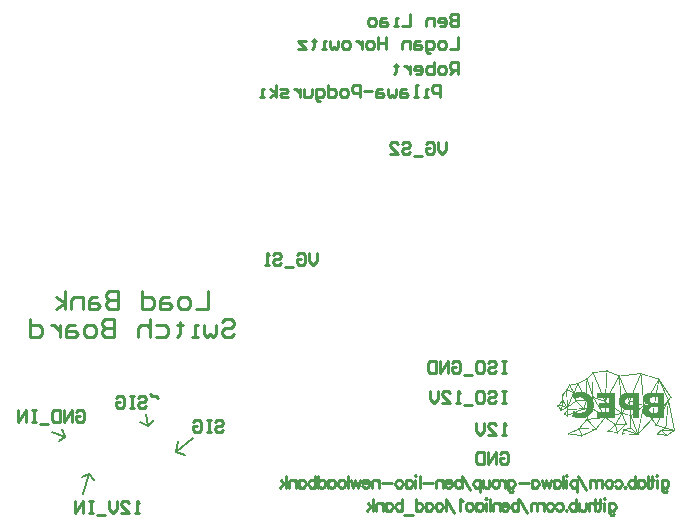
<source format=gbo>
G04*
G04 #@! TF.GenerationSoftware,Altium Limited,Altium Designer,23.10.1 (27)*
G04*
G04 Layer_Color=32896*
%FSLAX25Y25*%
%MOIN*%
G70*
G04*
G04 #@! TF.SameCoordinates,48329E4E-80D2-4777-9540-AAF0B2507E0B*
G04*
G04*
G04 #@! TF.FilePolarity,Positive*
G04*
G01*
G75*
%ADD10C,0.01000*%
%ADD11C,0.00800*%
G36*
X199494Y54251D02*
X199427D01*
Y54218D01*
X199361D01*
Y54185D01*
X199328D01*
Y54118D01*
X199294D01*
Y54085D01*
X199094D01*
Y54052D01*
X198795D01*
Y54018D01*
X198529D01*
Y53985D01*
X198229D01*
Y53952D01*
X197963D01*
Y53918D01*
X197663D01*
Y53885D01*
X197397D01*
Y53852D01*
X197097D01*
Y53819D01*
X196831D01*
Y53785D01*
X196531D01*
Y53752D01*
X196265D01*
Y53719D01*
X195966D01*
Y53685D01*
X195699D01*
Y53652D01*
X195400D01*
Y53619D01*
X195100D01*
Y53652D01*
X195067D01*
Y53685D01*
X195000D01*
Y53719D01*
X194767D01*
Y53685D01*
X194701D01*
Y53652D01*
X194667D01*
Y53619D01*
X194634D01*
Y53552D01*
X194601D01*
Y53486D01*
X194567D01*
Y53319D01*
X194601D01*
Y53286D01*
X194567D01*
Y53253D01*
X194534D01*
Y53219D01*
X194501D01*
Y53186D01*
X194468D01*
Y53153D01*
X194434D01*
Y53119D01*
X194401D01*
Y53086D01*
X194368D01*
Y53053D01*
X194334D01*
Y52986D01*
X194301D01*
Y52953D01*
X194268D01*
Y52920D01*
X194235D01*
Y52886D01*
X194201D01*
Y52853D01*
X194168D01*
Y52820D01*
X194135D01*
Y52787D01*
X194101D01*
Y52753D01*
X194068D01*
Y52720D01*
X194035D01*
Y52687D01*
X194001D01*
Y52653D01*
X193968D01*
Y52620D01*
X193935D01*
Y52587D01*
X193902D01*
Y52554D01*
X193868D01*
Y52520D01*
X193835D01*
Y52487D01*
X193802D01*
Y52454D01*
X193769D01*
Y52420D01*
X193735D01*
Y52387D01*
X193702D01*
Y52354D01*
X193669D01*
Y52321D01*
X193635D01*
Y52254D01*
X193602D01*
Y52221D01*
X193569D01*
Y52187D01*
X193535D01*
Y52154D01*
X193502D01*
Y52121D01*
X193469D01*
Y52087D01*
X193436D01*
Y52054D01*
X193402D01*
Y52021D01*
X193369D01*
Y51988D01*
X193336D01*
Y51954D01*
X193303D01*
Y51921D01*
X193269D01*
Y51888D01*
X193236D01*
Y51854D01*
X193203D01*
Y51821D01*
X193169D01*
Y51788D01*
X193136D01*
Y51755D01*
X193103D01*
Y51721D01*
X193070D01*
Y51688D01*
X193036D01*
Y51655D01*
X193003D01*
Y51622D01*
X192970D01*
Y51588D01*
X192770D01*
Y51555D01*
X192703D01*
Y51522D01*
X192670D01*
Y51488D01*
X192637D01*
Y51455D01*
X192604D01*
Y51389D01*
X192570D01*
Y51289D01*
X192537D01*
Y51255D01*
X192470D01*
Y51222D01*
X192404D01*
Y51189D01*
X192337D01*
Y51156D01*
X192271D01*
Y51122D01*
X192204D01*
Y51089D01*
X192137D01*
Y51056D01*
X192071D01*
Y51022D01*
X192004D01*
Y50989D01*
X191938D01*
Y50956D01*
X191871D01*
Y50923D01*
X191805D01*
Y50889D01*
X191738D01*
Y50856D01*
X191671D01*
Y50823D01*
X191605D01*
Y50789D01*
X191538D01*
Y50756D01*
X191472D01*
Y50723D01*
X191405D01*
Y50690D01*
X191339D01*
Y50656D01*
X191272D01*
Y50623D01*
X191205D01*
Y50590D01*
X191172D01*
Y50556D01*
X191105D01*
Y50523D01*
X191039D01*
Y50490D01*
X190972D01*
Y50457D01*
X190906D01*
Y50423D01*
X190839D01*
Y50390D01*
X190773D01*
Y50357D01*
X190706D01*
Y50323D01*
X190639D01*
Y50290D01*
X190573D01*
Y50257D01*
X190506D01*
Y50223D01*
X190440D01*
Y50190D01*
X190373D01*
Y50157D01*
X190307D01*
Y50124D01*
X190240D01*
Y50090D01*
X190173D01*
Y50057D01*
X190107D01*
Y50024D01*
X190040D01*
Y49990D01*
X190007D01*
Y50024D01*
X189941D01*
Y50057D01*
X189741D01*
Y50024D01*
X189674D01*
Y49990D01*
X189641D01*
Y49957D01*
X189608D01*
Y49924D01*
X189574D01*
Y49857D01*
X189541D01*
Y49824D01*
X189375D01*
Y49791D01*
X189175D01*
Y49757D01*
X189008D01*
Y49724D01*
X188842D01*
Y49691D01*
X188642D01*
Y49658D01*
X188476D01*
Y49624D01*
X188309D01*
Y49591D01*
X188110D01*
Y49558D01*
X187943D01*
Y49524D01*
X187777D01*
Y49491D01*
X187577D01*
Y49458D01*
X187411D01*
Y49425D01*
X187344D01*
Y49458D01*
X187311D01*
Y49491D01*
X187211D01*
Y49524D01*
X186978D01*
Y49491D01*
X186911D01*
Y49458D01*
X186878D01*
Y49425D01*
X186845D01*
Y49358D01*
X186811D01*
Y49291D01*
X186778D01*
Y49092D01*
X186811D01*
Y49025D01*
X186778D01*
Y48959D01*
X186745D01*
Y48925D01*
X186712D01*
Y48859D01*
X186678D01*
Y48792D01*
X186645D01*
Y48759D01*
X186612D01*
Y48692D01*
X186579D01*
Y48626D01*
X186545D01*
Y48592D01*
X186512D01*
Y48526D01*
X186479D01*
Y48493D01*
X186445D01*
Y48426D01*
X186412D01*
Y48359D01*
X186379D01*
Y48326D01*
X186346D01*
Y48259D01*
X186312D01*
Y48226D01*
X186279D01*
Y48160D01*
X186246D01*
Y48126D01*
X186046D01*
Y48093D01*
X185979D01*
Y48060D01*
X185946D01*
Y48026D01*
X185913D01*
Y47993D01*
X185879D01*
Y47960D01*
X185846D01*
Y47860D01*
X185813D01*
Y47727D01*
X185846D01*
Y47594D01*
X185813D01*
Y47561D01*
X185780D01*
Y47527D01*
X185746D01*
Y47461D01*
X185713D01*
Y47427D01*
X185680D01*
Y47361D01*
X185646D01*
Y47328D01*
X185613D01*
Y47294D01*
X185580D01*
Y47228D01*
X185547D01*
Y47194D01*
X185513D01*
Y47128D01*
X185480D01*
Y47095D01*
X185447D01*
Y47061D01*
X185413D01*
Y46995D01*
X185380D01*
Y46961D01*
X185347D01*
Y46895D01*
X185314D01*
Y46861D01*
X185280D01*
Y46828D01*
X185247D01*
Y46762D01*
X185214D01*
Y46728D01*
X185180D01*
Y46662D01*
X185147D01*
Y46628D01*
X185114D01*
Y46595D01*
X185081D01*
Y46529D01*
X185047D01*
Y46495D01*
X185014D01*
Y46429D01*
X184981D01*
Y46395D01*
X184947D01*
Y46362D01*
X184914D01*
Y46329D01*
X184881D01*
Y46296D01*
X184748D01*
Y46262D01*
X184681D01*
Y46229D01*
X184648D01*
Y46196D01*
X184615D01*
Y46129D01*
X184581D01*
Y46029D01*
X184548D01*
Y45896D01*
X184581D01*
Y45830D01*
X184615D01*
Y45763D01*
X184681D01*
Y45730D01*
X184714D01*
Y45630D01*
X184681D01*
Y44698D01*
X184648D01*
Y44465D01*
X184615D01*
Y44431D01*
X184581D01*
Y44398D01*
X184548D01*
Y44365D01*
X184515D01*
Y44298D01*
X184481D01*
Y44199D01*
X184448D01*
Y44065D01*
X184481D01*
Y44032D01*
X184448D01*
Y43999D01*
X184415D01*
Y43932D01*
X184381D01*
Y43899D01*
X184348D01*
Y43866D01*
X184315D01*
Y43832D01*
X184282D01*
Y43799D01*
X184248D01*
Y43766D01*
X184215D01*
Y43699D01*
X184182D01*
Y43666D01*
X184149D01*
Y43633D01*
X184115D01*
Y43599D01*
X184082D01*
Y43566D01*
X184049D01*
Y43499D01*
X184015D01*
Y43466D01*
X183982D01*
Y43433D01*
X183949D01*
Y43400D01*
X183915D01*
Y43366D01*
X183882D01*
Y43300D01*
X183849D01*
Y43266D01*
X183816D01*
Y43233D01*
X183782D01*
Y43200D01*
X183749D01*
Y43167D01*
X183716D01*
Y43133D01*
X183683D01*
Y43067D01*
X183649D01*
Y43033D01*
X183616D01*
Y43000D01*
X183583D01*
Y42967D01*
X183549D01*
Y42934D01*
X183516D01*
Y42867D01*
X183483D01*
Y42834D01*
X183449D01*
Y42800D01*
X183416D01*
Y42767D01*
X183383D01*
Y42734D01*
X183350D01*
Y42667D01*
X183117D01*
Y42634D01*
X183050D01*
Y42601D01*
X182984D01*
Y42534D01*
X182950D01*
Y42501D01*
X182917D01*
Y42401D01*
X182884D01*
Y42268D01*
X182917D01*
Y42201D01*
X182950D01*
Y42135D01*
X183017D01*
Y42101D01*
X183050D01*
Y42068D01*
X183150D01*
Y42035D01*
X183250D01*
Y42002D01*
X183283D01*
Y41935D01*
X183316D01*
Y41902D01*
X183350D01*
Y41868D01*
X183383D01*
Y41802D01*
X183416D01*
Y41769D01*
X183449D01*
Y41735D01*
X183483D01*
Y41669D01*
X183516D01*
Y41635D01*
X183549D01*
Y41569D01*
X183583D01*
Y41535D01*
X183616D01*
Y41502D01*
X183649D01*
Y41436D01*
X183683D01*
Y41402D01*
X183716D01*
Y41369D01*
X183749D01*
Y41302D01*
X183782D01*
Y41269D01*
X183816D01*
Y41236D01*
X183849D01*
Y41169D01*
X183882D01*
Y41136D01*
X183915D01*
Y41069D01*
X183949D01*
Y41036D01*
X183982D01*
Y40936D01*
X183949D01*
Y40770D01*
X183982D01*
Y40703D01*
X184015D01*
Y40670D01*
X184049D01*
Y40637D01*
X184115D01*
Y40604D01*
X184182D01*
Y40570D01*
X184381D01*
Y40604D01*
X184415D01*
Y40637D01*
X184481D01*
Y40670D01*
X184515D01*
Y40737D01*
X184548D01*
Y40803D01*
X184581D01*
Y40837D01*
X184615D01*
Y40870D01*
X184681D01*
Y40903D01*
X184748D01*
Y40936D01*
X184848D01*
Y40970D01*
X184914D01*
Y41003D01*
X184981D01*
Y41036D01*
X185081D01*
Y41069D01*
X185147D01*
Y41103D01*
X185214D01*
Y41136D01*
X185314D01*
Y41169D01*
X185380D01*
Y41203D01*
X185447D01*
Y41236D01*
X185547D01*
Y41269D01*
X185613D01*
Y41302D01*
X185680D01*
Y41336D01*
X185780D01*
Y41369D01*
X185846D01*
Y41402D01*
X185946D01*
Y41436D01*
X186013D01*
Y41469D01*
X186079D01*
Y41436D01*
X186112D01*
Y41402D01*
X186212D01*
Y41369D01*
X186279D01*
Y41302D01*
X186312D01*
Y41203D01*
X186279D01*
Y41036D01*
X186312D01*
Y41003D01*
X186279D01*
Y40936D01*
X186246D01*
Y40903D01*
X186212D01*
Y40870D01*
X186179D01*
Y40803D01*
X186146D01*
Y40770D01*
X186112D01*
Y40737D01*
X186079D01*
Y40703D01*
X186046D01*
Y40637D01*
X186013D01*
Y40604D01*
X185979D01*
Y40570D01*
X185946D01*
Y40537D01*
X185913D01*
Y40470D01*
X185879D01*
Y40437D01*
X185846D01*
Y40404D01*
X185813D01*
Y40337D01*
X185780D01*
Y40304D01*
X185746D01*
Y40271D01*
X185713D01*
Y40237D01*
X185680D01*
Y40171D01*
X185646D01*
Y40137D01*
X185613D01*
Y40104D01*
X185580D01*
Y40071D01*
X185547D01*
Y40004D01*
X185513D01*
Y39971D01*
X185480D01*
Y39938D01*
X185447D01*
Y39904D01*
X185280D01*
Y39871D01*
X185214D01*
Y39838D01*
X185180D01*
Y39805D01*
X185147D01*
Y39738D01*
X185114D01*
Y39671D01*
X185081D01*
Y39472D01*
X185114D01*
Y39405D01*
X185147D01*
Y39372D01*
X185180D01*
Y39338D01*
X185247D01*
Y39305D01*
X185347D01*
Y39272D01*
X185447D01*
Y39305D01*
X185547D01*
Y39338D01*
X185580D01*
Y39305D01*
X185613D01*
Y39272D01*
X185680D01*
Y39239D01*
X185746D01*
Y39205D01*
X185813D01*
Y39172D01*
X185879D01*
Y39139D01*
X185946D01*
Y39105D01*
X185979D01*
Y39039D01*
X186013D01*
Y38939D01*
X186046D01*
Y38906D01*
X186079D01*
Y38873D01*
X186112D01*
Y38839D01*
X186146D01*
Y38806D01*
X186246D01*
Y38773D01*
X186412D01*
Y38806D01*
X186479D01*
Y38839D01*
X186512D01*
Y38873D01*
X186545D01*
Y38906D01*
X186579D01*
Y39006D01*
X186612D01*
Y39072D01*
X186645D01*
Y39105D01*
X186712D01*
Y39139D01*
X186811D01*
Y39172D01*
X186878D01*
Y39205D01*
X186978D01*
Y39239D01*
X187045D01*
Y39272D01*
X187144D01*
Y39305D01*
X187211D01*
Y39338D01*
X187311D01*
Y39372D01*
X187377D01*
Y39405D01*
X187477D01*
Y39438D01*
X187544D01*
Y39472D01*
X187644D01*
Y39505D01*
X187710D01*
Y39538D01*
X187810D01*
Y39572D01*
X187877D01*
Y39605D01*
X187943D01*
Y39638D01*
X188043D01*
Y39671D01*
X188110D01*
Y39705D01*
X188143D01*
Y39638D01*
X188110D01*
Y39472D01*
X188076D01*
Y39338D01*
X188043D01*
Y39205D01*
X188010D01*
Y39072D01*
X187977D01*
Y38906D01*
X187943D01*
Y38806D01*
X187977D01*
Y38773D01*
X188043D01*
Y38739D01*
X188110D01*
Y38706D01*
X188176D01*
Y38673D01*
X188276D01*
Y38640D01*
X188343D01*
Y38606D01*
X188443D01*
Y38573D01*
X188542D01*
Y38540D01*
X188642D01*
Y38506D01*
X188742D01*
Y38473D01*
X188842D01*
Y38440D01*
X188975D01*
Y38407D01*
X189108D01*
Y38373D01*
X189275D01*
Y38340D01*
X189441D01*
Y38307D01*
X189641D01*
Y38273D01*
X189874D01*
Y38240D01*
X190240D01*
Y38207D01*
X191205D01*
Y38240D01*
X191505D01*
Y38273D01*
X191705D01*
Y38307D01*
X191904D01*
Y38340D01*
X192038D01*
Y38373D01*
X192171D01*
Y38407D01*
X192304D01*
Y38440D01*
X192404D01*
Y38473D01*
X192504D01*
Y38506D01*
X192604D01*
Y38540D01*
X192703D01*
Y38573D01*
X192770D01*
Y38606D01*
X192836D01*
Y38640D01*
X192936D01*
Y38673D01*
X192970D01*
Y38640D01*
X192936D01*
Y38506D01*
X192903D01*
Y38407D01*
X192870D01*
Y38273D01*
X192836D01*
Y38173D01*
X192803D01*
Y38140D01*
X192737D01*
Y38107D01*
X192703D01*
Y38074D01*
X192637D01*
Y38007D01*
X192604D01*
Y37907D01*
X192570D01*
Y37707D01*
X192537D01*
Y37674D01*
X192504D01*
Y37608D01*
X192470D01*
Y37574D01*
X192437D01*
Y37541D01*
X192404D01*
Y37508D01*
X192370D01*
Y37475D01*
X192337D01*
Y37408D01*
X192304D01*
Y37375D01*
X192271D01*
Y37341D01*
X192237D01*
Y37308D01*
X192204D01*
Y37275D01*
X192171D01*
Y37208D01*
X192137D01*
Y37175D01*
X192104D01*
Y37142D01*
X192071D01*
Y37108D01*
X192038D01*
Y37075D01*
X192004D01*
Y37008D01*
X191971D01*
Y36975D01*
X191938D01*
Y36942D01*
X191904D01*
Y36909D01*
X191871D01*
Y36875D01*
X191838D01*
Y36809D01*
X191805D01*
Y36775D01*
X191771D01*
Y36742D01*
X191738D01*
Y36709D01*
X191705D01*
Y36676D01*
X191671D01*
Y36609D01*
X191638D01*
Y36576D01*
X191605D01*
Y36542D01*
X191572D01*
Y36509D01*
X191538D01*
Y36476D01*
X191505D01*
Y36409D01*
X191472D01*
Y36376D01*
X191438D01*
Y36343D01*
X191405D01*
Y36309D01*
X191372D01*
Y36276D01*
X191339D01*
Y36243D01*
X191305D01*
Y36176D01*
X191272D01*
Y36143D01*
X191239D01*
Y36110D01*
X191205D01*
Y36076D01*
X191172D01*
Y36043D01*
X191139D01*
Y35976D01*
X191105D01*
Y35943D01*
X191072D01*
Y35910D01*
X191039D01*
Y35877D01*
X191006D01*
Y35843D01*
X190972D01*
Y35777D01*
X190939D01*
Y35743D01*
X190906D01*
Y35710D01*
X190873D01*
Y35677D01*
X190839D01*
Y35644D01*
X190806D01*
Y35577D01*
X190773D01*
Y35544D01*
X190739D01*
Y35511D01*
X190706D01*
Y35477D01*
X190673D01*
Y35444D01*
X190639D01*
Y35377D01*
X190606D01*
Y35344D01*
X190573D01*
Y35311D01*
X190540D01*
Y35278D01*
X190506D01*
Y35244D01*
X190473D01*
Y35178D01*
X190440D01*
Y35144D01*
X190407D01*
Y35111D01*
X190373D01*
Y35078D01*
X190340D01*
Y35045D01*
X190173D01*
Y35011D01*
X190107D01*
Y34978D01*
X190074D01*
Y34945D01*
X190040D01*
Y34911D01*
X190007D01*
Y34878D01*
X189974D01*
Y34778D01*
X189941D01*
Y34712D01*
X189874D01*
Y34678D01*
X189807D01*
Y34645D01*
X189741D01*
Y34612D01*
X189674D01*
Y34578D01*
X189608D01*
Y34545D01*
X189541D01*
Y34512D01*
X189474D01*
Y34479D01*
X189408D01*
Y34445D01*
X189341D01*
Y34412D01*
X189275D01*
Y34379D01*
X189175D01*
Y34345D01*
X189108D01*
Y34312D01*
X189042D01*
Y34279D01*
X188975D01*
Y34246D01*
X188909D01*
Y34212D01*
X188842D01*
Y34179D01*
X188775D01*
Y34146D01*
X188709D01*
Y34113D01*
X188642D01*
Y34079D01*
X188576D01*
Y34046D01*
X188476D01*
Y34013D01*
X188409D01*
Y33979D01*
X188343D01*
Y33946D01*
X188276D01*
Y33913D01*
X188209D01*
Y33880D01*
X188143D01*
Y33846D01*
X188076D01*
Y33813D01*
X188010D01*
Y33780D01*
X187943D01*
Y33746D01*
X187877D01*
Y33713D01*
X187777D01*
Y33680D01*
X187710D01*
Y33646D01*
X187644D01*
Y33613D01*
X187577D01*
Y33580D01*
X187511D01*
Y33547D01*
X187444D01*
Y33513D01*
X187377D01*
Y33480D01*
X187311D01*
Y33447D01*
X187244D01*
Y33413D01*
X187178D01*
Y33380D01*
X187078D01*
Y33347D01*
X187011D01*
Y33314D01*
X186945D01*
Y33280D01*
X186911D01*
Y33314D01*
X186811D01*
Y33347D01*
X186678D01*
Y33314D01*
X186612D01*
Y33280D01*
X186545D01*
Y33247D01*
X186512D01*
Y33180D01*
X186479D01*
Y33114D01*
X186445D01*
Y32914D01*
X186479D01*
Y32847D01*
X186512D01*
Y32814D01*
X186545D01*
Y32781D01*
X186579D01*
Y32748D01*
X186678D01*
Y32714D01*
X186878D01*
Y32748D01*
X186945D01*
Y32781D01*
X186978D01*
Y32814D01*
X187011D01*
Y32847D01*
X187078D01*
Y32814D01*
X187311D01*
Y32781D01*
X187544D01*
Y32748D01*
X187777D01*
Y32714D01*
X188010D01*
Y32681D01*
X188243D01*
Y32648D01*
X188476D01*
Y32614D01*
X188709D01*
Y32581D01*
X188942D01*
Y32548D01*
X189175D01*
Y32515D01*
X189408D01*
Y32481D01*
X189641D01*
Y32448D01*
X189874D01*
Y32415D01*
X190107D01*
Y32381D01*
X190340D01*
Y32348D01*
X190573D01*
Y32315D01*
X190806D01*
Y32282D01*
X190906D01*
Y32248D01*
X190939D01*
Y32182D01*
X190972D01*
Y32149D01*
X191039D01*
Y32115D01*
X191139D01*
Y32082D01*
X191272D01*
Y32115D01*
X191339D01*
Y32149D01*
X191405D01*
Y32182D01*
X191438D01*
Y32248D01*
X191472D01*
Y32315D01*
X191505D01*
Y32381D01*
X191538D01*
Y32415D01*
X191605D01*
Y32448D01*
X191671D01*
Y32481D01*
X191771D01*
Y32515D01*
X191838D01*
Y32548D01*
X191904D01*
Y32581D01*
X191971D01*
Y32614D01*
X192038D01*
Y32648D01*
X192104D01*
Y32681D01*
X192171D01*
Y32714D01*
X192271D01*
Y32748D01*
X192337D01*
Y32781D01*
X192404D01*
Y32814D01*
X192470D01*
Y32847D01*
X192537D01*
Y32881D01*
X192604D01*
Y32914D01*
X192670D01*
Y32947D01*
X192737D01*
Y32981D01*
X192836D01*
Y33014D01*
X192903D01*
Y33047D01*
X192970D01*
Y33081D01*
X193036D01*
Y33114D01*
X193103D01*
Y33147D01*
X193169D01*
Y33180D01*
X193236D01*
Y33214D01*
X193303D01*
Y33247D01*
X193402D01*
Y33280D01*
X193469D01*
Y33314D01*
X193535D01*
Y33347D01*
X193602D01*
Y33380D01*
X193669D01*
Y33413D01*
X193735D01*
Y33447D01*
X193802D01*
Y33480D01*
X193868D01*
Y33513D01*
X193968D01*
Y33547D01*
X194035D01*
Y33580D01*
X194101D01*
Y33613D01*
X194168D01*
Y33646D01*
X194235D01*
Y33680D01*
X194301D01*
Y33713D01*
X194368D01*
Y33746D01*
X194468D01*
Y33780D01*
X194534D01*
Y33813D01*
X194601D01*
Y33846D01*
X194667D01*
Y33880D01*
X194734D01*
Y33913D01*
X194800D01*
Y33946D01*
X194867D01*
Y33979D01*
X194934D01*
Y34013D01*
X195033D01*
Y34046D01*
X195100D01*
Y34079D01*
X195167D01*
Y34113D01*
X195233D01*
Y34146D01*
X195300D01*
Y34179D01*
X195366D01*
Y34212D01*
X195433D01*
Y34246D01*
X195500D01*
Y34279D01*
X195599D01*
Y34312D01*
X195732D01*
Y34279D01*
X195966D01*
Y34312D01*
X196032D01*
Y34345D01*
X196065D01*
Y34379D01*
X196099D01*
Y34445D01*
X196132D01*
Y34479D01*
X196165D01*
Y34678D01*
X196132D01*
Y34712D01*
X196165D01*
Y34745D01*
X196198D01*
Y34811D01*
X196232D01*
Y34845D01*
X196265D01*
Y34878D01*
X196298D01*
Y34911D01*
X196332D01*
Y34978D01*
X196365D01*
Y35011D01*
X196398D01*
Y35045D01*
X196432D01*
Y35078D01*
X196465D01*
Y35144D01*
X196498D01*
Y35178D01*
X196531D01*
Y35211D01*
X196565D01*
Y35244D01*
X196598D01*
Y35311D01*
X196631D01*
Y35344D01*
X196665D01*
Y35377D01*
X196698D01*
Y35411D01*
X196731D01*
Y35477D01*
X196764D01*
Y35511D01*
X196798D01*
Y35544D01*
X196831D01*
Y35610D01*
X196864D01*
Y35644D01*
X196897D01*
Y35677D01*
X196931D01*
Y35710D01*
X196964D01*
Y35777D01*
X196997D01*
Y35810D01*
X197031D01*
Y35843D01*
X197064D01*
Y35877D01*
X197097D01*
Y35943D01*
X197131D01*
Y35976D01*
X197164D01*
Y36010D01*
X197197D01*
Y36043D01*
X197230D01*
Y36110D01*
X197264D01*
Y36143D01*
X197297D01*
Y36176D01*
X197330D01*
Y36210D01*
X197363D01*
Y36276D01*
X197397D01*
Y36309D01*
X197430D01*
Y36343D01*
X197463D01*
Y36409D01*
X197497D01*
Y36443D01*
X197530D01*
Y36476D01*
X197563D01*
Y36509D01*
X197597D01*
Y36576D01*
X197630D01*
Y36609D01*
X197663D01*
Y36642D01*
X197696D01*
Y36676D01*
X197730D01*
Y36742D01*
X197763D01*
Y36775D01*
X197796D01*
Y36809D01*
X197829D01*
Y36842D01*
X197863D01*
Y36909D01*
X197896D01*
Y36942D01*
X197929D01*
Y36975D01*
X197963D01*
Y37008D01*
X197996D01*
Y37075D01*
X198029D01*
Y37108D01*
X198063D01*
Y37142D01*
X198096D01*
Y37175D01*
X198129D01*
Y37241D01*
X198162D01*
Y37275D01*
X198196D01*
Y37308D01*
X198229D01*
Y37375D01*
X198262D01*
Y37408D01*
X198296D01*
Y37441D01*
X198329D01*
Y37475D01*
X198362D01*
Y37541D01*
X198395D01*
Y37574D01*
X198429D01*
Y37608D01*
X198462D01*
Y37641D01*
X198495D01*
Y37707D01*
X198529D01*
Y37741D01*
X198562D01*
Y37774D01*
X198595D01*
Y37807D01*
X198628D01*
Y37874D01*
X198662D01*
Y37907D01*
X198695D01*
Y37940D01*
X198728D01*
Y37974D01*
X198762D01*
Y38040D01*
X198795D01*
Y38074D01*
X198828D01*
Y38107D01*
X198862D01*
Y38173D01*
X198928D01*
Y38140D01*
X199061D01*
Y38173D01*
X199128D01*
Y38140D01*
X199194D01*
Y38107D01*
X199228D01*
Y38074D01*
X199294D01*
Y38040D01*
X199328D01*
Y38007D01*
X199361D01*
Y37974D01*
X199427D01*
Y37940D01*
X199461D01*
Y37907D01*
X199527D01*
Y37874D01*
X199560D01*
Y37841D01*
X199627D01*
Y37807D01*
X199660D01*
Y37774D01*
X199694D01*
Y37741D01*
X199760D01*
Y37707D01*
X199794D01*
Y37674D01*
X199860D01*
Y37641D01*
X199893D01*
Y37608D01*
X199927D01*
Y37574D01*
X199993D01*
Y37541D01*
X200026D01*
Y37508D01*
X200093D01*
Y37475D01*
X200126D01*
Y37441D01*
X200193D01*
Y37408D01*
X200226D01*
Y37375D01*
X200259D01*
Y37341D01*
X200326D01*
Y37308D01*
X200359D01*
Y37275D01*
X200426D01*
Y37241D01*
X200459D01*
Y37208D01*
X200493D01*
Y37175D01*
X200559D01*
Y37142D01*
X200592D01*
Y37108D01*
X200659D01*
Y37075D01*
X200692D01*
Y37042D01*
X200726D01*
Y37008D01*
X200792D01*
Y36975D01*
X200825D01*
Y36942D01*
X200892D01*
Y36909D01*
X200925D01*
Y36875D01*
X200992D01*
Y36842D01*
X201025D01*
Y36809D01*
X201058D01*
Y36775D01*
X201125D01*
Y36742D01*
X201158D01*
Y36709D01*
X201225D01*
Y36676D01*
X201258D01*
Y36642D01*
X201291D01*
Y36609D01*
X201358D01*
Y36576D01*
X201391D01*
Y36542D01*
X201458D01*
Y36509D01*
X201491D01*
Y36476D01*
X201558D01*
Y36443D01*
X201591D01*
Y36409D01*
X201624D01*
Y36376D01*
X201691D01*
Y36343D01*
X201724D01*
Y36309D01*
X201791D01*
Y36276D01*
X201824D01*
Y36243D01*
X201857D01*
Y36210D01*
X201924D01*
Y36176D01*
X201957D01*
Y36143D01*
X202024D01*
Y35943D01*
X201991D01*
Y35910D01*
X201957D01*
Y35877D01*
X201924D01*
Y35843D01*
X201891D01*
Y35810D01*
X201857D01*
Y35777D01*
X201824D01*
Y35743D01*
X201791D01*
Y35710D01*
X201724D01*
Y35677D01*
X201691D01*
Y35644D01*
X201658D01*
Y35610D01*
X201624D01*
Y35577D01*
X201591D01*
Y35544D01*
X201558D01*
Y35511D01*
X201524D01*
Y35477D01*
X201491D01*
Y35444D01*
X201458D01*
Y35411D01*
X201425D01*
Y35377D01*
X201358D01*
Y35344D01*
X201325D01*
Y35311D01*
X201291D01*
Y35278D01*
X201258D01*
Y35244D01*
X201225D01*
Y35211D01*
X201192D01*
Y35178D01*
X201158D01*
Y35144D01*
X201125D01*
Y35111D01*
X201092D01*
Y35078D01*
X201058D01*
Y35045D01*
X200992D01*
Y35011D01*
X200958D01*
Y34978D01*
X200925D01*
Y34945D01*
X200892D01*
Y34911D01*
X200859D01*
Y34878D01*
X200825D01*
Y34845D01*
X200792D01*
Y34811D01*
X200759D01*
Y34778D01*
X200726D01*
Y34745D01*
X200692D01*
Y34712D01*
X200659D01*
Y34678D01*
X200592D01*
Y34645D01*
X200559D01*
Y34612D01*
X200526D01*
Y34578D01*
X200493D01*
Y34545D01*
X200459D01*
Y34512D01*
X200426D01*
Y34479D01*
X200393D01*
Y34445D01*
X200359D01*
Y34412D01*
X200326D01*
Y34379D01*
X200293D01*
Y34345D01*
X200226D01*
Y34312D01*
X200193D01*
Y34279D01*
X200160D01*
Y34246D01*
X200126D01*
Y34212D01*
X200093D01*
Y34179D01*
X200060D01*
Y34146D01*
X200026D01*
Y34113D01*
X199993D01*
Y34079D01*
X199893D01*
Y34113D01*
X199760D01*
Y34079D01*
X199694D01*
Y34046D01*
X199627D01*
Y33979D01*
X199594D01*
Y33946D01*
X199560D01*
Y33846D01*
X199527D01*
Y33713D01*
X199560D01*
Y33613D01*
X199594D01*
Y33580D01*
X199627D01*
Y33547D01*
X199660D01*
Y33513D01*
X199694D01*
Y33480D01*
X199827D01*
Y33447D01*
X199893D01*
Y33480D01*
X199993D01*
Y33513D01*
X200060D01*
Y33547D01*
X200093D01*
Y33613D01*
X200359D01*
Y33580D01*
X200726D01*
Y33547D01*
X201092D01*
Y33513D01*
X201458D01*
Y33480D01*
X201824D01*
Y33447D01*
X202190D01*
Y33413D01*
X202556D01*
Y33380D01*
X202723D01*
Y33314D01*
X202756D01*
Y33247D01*
X202789D01*
Y33214D01*
X202823D01*
Y33180D01*
X202856D01*
Y33147D01*
X202923D01*
Y33114D01*
X203155D01*
Y33147D01*
X203222D01*
Y33180D01*
X203255D01*
Y33214D01*
X203289D01*
Y33280D01*
X203322D01*
Y33347D01*
X203355D01*
Y33547D01*
X203389D01*
Y33580D01*
X203422D01*
Y33613D01*
X203455D01*
Y33646D01*
X203488D01*
Y33680D01*
X203522D01*
Y33713D01*
X203555D01*
Y33746D01*
X203588D01*
Y33780D01*
X203622D01*
Y33813D01*
X203655D01*
Y33846D01*
X203688D01*
Y33880D01*
X203721D01*
Y33913D01*
X203755D01*
Y33946D01*
X203788D01*
Y33979D01*
X203821D01*
Y34013D01*
X203854D01*
Y34046D01*
X203888D01*
Y34079D01*
X203921D01*
Y34113D01*
X203954D01*
Y34146D01*
X203988D01*
Y34179D01*
X204021D01*
Y34212D01*
X204054D01*
Y34246D01*
X204088D01*
Y34279D01*
X204121D01*
Y34312D01*
X204154D01*
Y34345D01*
X204221D01*
Y34379D01*
X204254D01*
Y34412D01*
X204287D01*
Y34445D01*
X204321D01*
Y34479D01*
X204354D01*
Y34512D01*
X204387D01*
Y34545D01*
X204420D01*
Y34578D01*
X204454D01*
Y34612D01*
X204487D01*
Y34645D01*
X204520D01*
Y34678D01*
X204554D01*
Y34712D01*
X204587D01*
Y34745D01*
X204620D01*
Y34778D01*
X204653D01*
Y34811D01*
X204687D01*
Y34845D01*
X204720D01*
Y34878D01*
X204753D01*
Y34911D01*
X204787D01*
Y34945D01*
X204820D01*
Y34978D01*
X204853D01*
Y35011D01*
X204886D01*
Y35045D01*
X204920D01*
Y35078D01*
X204953D01*
Y35111D01*
X204986D01*
Y35144D01*
X205020D01*
Y35178D01*
X205053D01*
Y35211D01*
X205086D01*
Y35244D01*
X205119D01*
Y35278D01*
X205153D01*
Y35311D01*
X205186D01*
Y35344D01*
X205219D01*
Y35377D01*
X205253D01*
Y35411D01*
X205286D01*
Y35444D01*
X205319D01*
Y35477D01*
X205352D01*
Y35511D01*
X205386D01*
Y35544D01*
X205419D01*
Y35577D01*
X205452D01*
Y35610D01*
X205486D01*
Y35644D01*
X205519D01*
Y35677D01*
X205552D01*
Y35710D01*
X205586D01*
Y35743D01*
X205619D01*
Y35777D01*
X205652D01*
Y35810D01*
X205685D01*
Y35843D01*
X205719D01*
Y35877D01*
X205752D01*
Y35910D01*
X205785D01*
Y35943D01*
X205819D01*
Y35976D01*
X205852D01*
Y36010D01*
X205985D01*
Y35976D01*
X206018D01*
Y36010D01*
X206118D01*
Y36043D01*
X206151D01*
Y36076D01*
X206185D01*
Y36110D01*
X206218D01*
Y36143D01*
X206251D01*
Y36243D01*
X206284D01*
Y36409D01*
X206251D01*
Y36476D01*
X206218D01*
Y36542D01*
X206185D01*
Y36576D01*
X206118D01*
Y36609D01*
X206018D01*
Y36642D01*
X205985D01*
Y36709D01*
X205952D01*
Y36775D01*
X205918D01*
Y36875D01*
X205885D01*
Y36942D01*
X205852D01*
Y37008D01*
X205819D01*
Y37108D01*
X205785D01*
Y37175D01*
X205752D01*
Y37241D01*
X205719D01*
Y37341D01*
X205685D01*
Y37408D01*
X205652D01*
Y37475D01*
X205619D01*
Y37574D01*
X205586D01*
Y37641D01*
X205552D01*
Y37707D01*
X205519D01*
Y37807D01*
X205486D01*
Y37874D01*
X205452D01*
Y37940D01*
X205419D01*
Y38040D01*
X205386D01*
Y38107D01*
X205352D01*
Y38173D01*
X205319D01*
Y38273D01*
X205286D01*
Y38340D01*
X205253D01*
Y38440D01*
X205219D01*
Y38506D01*
X205186D01*
Y38573D01*
X205153D01*
Y38673D01*
X205119D01*
Y38739D01*
X205086D01*
Y38806D01*
X205053D01*
Y38906D01*
X205020D01*
Y38972D01*
X204986D01*
Y39039D01*
X204953D01*
Y39139D01*
X204920D01*
Y39205D01*
X204886D01*
Y39272D01*
X204853D01*
Y39372D01*
X204820D01*
Y39438D01*
X204787D01*
Y39505D01*
X204753D01*
Y39638D01*
X204853D01*
Y39605D01*
X204986D01*
Y39572D01*
X205086D01*
Y39538D01*
X205219D01*
Y39505D01*
X205352D01*
Y39472D01*
X205486D01*
Y39438D01*
X205619D01*
Y39405D01*
X205752D01*
Y39372D01*
X205852D01*
Y39338D01*
X205985D01*
Y39305D01*
X206118D01*
Y39272D01*
X206251D01*
Y39239D01*
X206384D01*
Y39205D01*
X206518D01*
Y39172D01*
X206617D01*
Y39139D01*
X206750D01*
Y39105D01*
X206884D01*
Y39072D01*
X207017D01*
Y39039D01*
X207150D01*
Y39006D01*
X207183D01*
Y38939D01*
X207217D01*
Y38873D01*
X207250D01*
Y38839D01*
X207316D01*
Y38806D01*
X207350D01*
Y38739D01*
X207316D01*
Y37674D01*
X207283D01*
Y36642D01*
X207250D01*
Y35610D01*
X207217D01*
Y35311D01*
X207183D01*
Y35278D01*
X207150D01*
Y35244D01*
X207117D01*
Y35178D01*
X207083D01*
Y35111D01*
X207050D01*
Y35078D01*
X206950D01*
Y35045D01*
X206850D01*
Y35011D01*
X206750D01*
Y34978D01*
X206651D01*
Y34945D01*
X206551D01*
Y34911D01*
X206451D01*
Y34878D01*
X206351D01*
Y34845D01*
X206251D01*
Y34811D01*
X206151D01*
Y34778D01*
X206051D01*
Y34745D01*
X205952D01*
Y34712D01*
X205852D01*
Y34678D01*
X205752D01*
Y34645D01*
X205652D01*
Y34612D01*
X205552D01*
Y34578D01*
X205386D01*
Y34612D01*
X205319D01*
Y34645D01*
X205186D01*
Y34612D01*
X205086D01*
Y34578D01*
X205020D01*
Y34545D01*
X204986D01*
Y34479D01*
X204953D01*
Y34412D01*
X204920D01*
Y34212D01*
X204953D01*
Y34146D01*
X204986D01*
Y34079D01*
X204953D01*
Y34013D01*
X204920D01*
Y33946D01*
X204886D01*
Y33846D01*
X204853D01*
Y33780D01*
X204820D01*
Y33713D01*
X204787D01*
Y33613D01*
X204753D01*
Y33547D01*
X204720D01*
Y33480D01*
X204687D01*
Y33413D01*
X204653D01*
Y33314D01*
X204587D01*
Y33280D01*
X204487D01*
Y33247D01*
X204454D01*
Y33214D01*
X204420D01*
Y33147D01*
X204387D01*
Y33114D01*
X204354D01*
Y32881D01*
X204387D01*
Y32814D01*
X204420D01*
Y32781D01*
X204454D01*
Y32748D01*
X204520D01*
Y32714D01*
X204587D01*
Y32681D01*
X204753D01*
Y32714D01*
X204820D01*
Y32748D01*
X204853D01*
Y32781D01*
X204886D01*
Y32814D01*
X204920D01*
Y32847D01*
X205286D01*
Y32814D01*
X206917D01*
Y32781D01*
X208515D01*
Y32748D01*
X209480D01*
Y32681D01*
X209513D01*
Y32648D01*
X209547D01*
Y32614D01*
X209580D01*
Y32581D01*
X209647D01*
Y32548D01*
X209879D01*
Y32581D01*
X209946D01*
Y32614D01*
X209979D01*
Y32648D01*
X210013D01*
Y32714D01*
X210046D01*
Y32781D01*
X210079D01*
Y32881D01*
X210113D01*
Y33014D01*
X210146D01*
Y33047D01*
X210179D01*
Y33081D01*
X210212D01*
Y33114D01*
X210246D01*
Y33147D01*
X210279D01*
Y33180D01*
X210312D01*
Y33214D01*
X210346D01*
Y33247D01*
X210379D01*
Y33280D01*
X210412D01*
Y33314D01*
X210445D01*
Y33347D01*
X210479D01*
Y33380D01*
X210512D01*
Y33447D01*
X210545D01*
Y33480D01*
X210578D01*
Y33513D01*
X210612D01*
Y33547D01*
X210645D01*
Y33580D01*
X210678D01*
Y33613D01*
X210712D01*
Y33646D01*
X210745D01*
Y33680D01*
X210778D01*
Y33713D01*
X210812D01*
Y33746D01*
X210845D01*
Y33780D01*
X210878D01*
Y33813D01*
X210911D01*
Y33846D01*
X210945D01*
Y33880D01*
X210978D01*
Y33913D01*
X211011D01*
Y33946D01*
X211045D01*
Y33979D01*
X211078D01*
Y34013D01*
X211111D01*
Y34046D01*
X211144D01*
Y34079D01*
X211178D01*
Y34146D01*
X211211D01*
Y34179D01*
X211244D01*
Y34212D01*
X211278D01*
Y34246D01*
X211311D01*
Y34279D01*
X211344D01*
Y34312D01*
X211377D01*
Y34345D01*
X211411D01*
Y34379D01*
X211444D01*
Y34412D01*
X211477D01*
Y34445D01*
X211511D01*
Y34479D01*
X211544D01*
Y34512D01*
X211577D01*
Y34545D01*
X211610D01*
Y34578D01*
X211644D01*
Y34612D01*
X211677D01*
Y34645D01*
X211710D01*
Y34678D01*
X211744D01*
Y34712D01*
X211777D01*
Y34745D01*
X211810D01*
Y34811D01*
X211843D01*
Y34845D01*
X211877D01*
Y34878D01*
X211910D01*
Y34911D01*
X211943D01*
Y34945D01*
X211977D01*
Y34978D01*
X212010D01*
Y35011D01*
X212043D01*
Y35045D01*
X212076D01*
Y35078D01*
X212110D01*
Y35111D01*
X212143D01*
Y35144D01*
X212176D01*
Y35178D01*
X212210D01*
Y35211D01*
X212243D01*
Y35244D01*
X212276D01*
Y35278D01*
X212310D01*
Y35311D01*
X212343D01*
Y35344D01*
X212376D01*
Y35377D01*
X212409D01*
Y35411D01*
X212443D01*
Y35477D01*
X212476D01*
Y35511D01*
X212509D01*
Y35544D01*
X212543D01*
Y35577D01*
X212576D01*
Y35610D01*
X212609D01*
Y35644D01*
X212642D01*
Y35677D01*
X212676D01*
Y35710D01*
X212709D01*
Y35743D01*
X212742D01*
Y35777D01*
X212775D01*
Y35810D01*
X212809D01*
Y35843D01*
X212842D01*
Y35877D01*
X212875D01*
Y35910D01*
X212909D01*
Y35943D01*
X212942D01*
Y35976D01*
X212975D01*
Y36010D01*
X213008D01*
Y36043D01*
X213042D01*
Y36076D01*
X213075D01*
Y36143D01*
X213108D01*
Y36176D01*
X213142D01*
Y36210D01*
X213175D01*
Y36243D01*
X213208D01*
Y36276D01*
X213242D01*
Y36309D01*
X213275D01*
Y36343D01*
X213308D01*
Y36376D01*
X213341D01*
Y36409D01*
X213375D01*
Y36443D01*
X213408D01*
Y36476D01*
X213441D01*
Y36509D01*
X213474D01*
Y36542D01*
X213508D01*
Y36576D01*
X213541D01*
Y36609D01*
X213574D01*
Y36642D01*
X213608D01*
Y36676D01*
X213641D01*
Y36709D01*
X213674D01*
Y36742D01*
X213707D01*
Y36775D01*
X213741D01*
Y36842D01*
X213774D01*
Y36875D01*
X213807D01*
Y36909D01*
X213841D01*
Y36942D01*
X213874D01*
Y36975D01*
X213907D01*
Y37008D01*
X213941D01*
Y37042D01*
X213974D01*
Y37075D01*
X214007D01*
Y37108D01*
X214040D01*
Y37142D01*
X214074D01*
Y37175D01*
X214107D01*
Y37208D01*
X214140D01*
Y37241D01*
X214174D01*
Y37275D01*
X214207D01*
Y37308D01*
X214240D01*
Y37341D01*
X214273D01*
Y37375D01*
X214307D01*
Y37408D01*
X214340D01*
Y37441D01*
X214373D01*
Y37508D01*
X214407D01*
Y37541D01*
X214606D01*
Y37508D01*
X214640D01*
Y37475D01*
X214673D01*
Y37408D01*
X214706D01*
Y37375D01*
X214739D01*
Y37341D01*
X214773D01*
Y37275D01*
X214806D01*
Y37241D01*
X214839D01*
Y37208D01*
X214873D01*
Y37175D01*
X214906D01*
Y37108D01*
X214939D01*
Y37075D01*
X214972D01*
Y37042D01*
X215006D01*
Y36975D01*
X215039D01*
Y36942D01*
X215072D01*
Y36909D01*
X215106D01*
Y36842D01*
X215139D01*
Y36809D01*
X215172D01*
Y36775D01*
X215206D01*
Y36709D01*
X215239D01*
Y36676D01*
X215272D01*
Y36642D01*
X215305D01*
Y36576D01*
X215339D01*
Y36542D01*
X215372D01*
Y36509D01*
X215405D01*
Y36443D01*
X215439D01*
Y36409D01*
X215472D01*
Y36376D01*
X215505D01*
Y36343D01*
X215538D01*
Y36276D01*
X215572D01*
Y36243D01*
X215605D01*
Y36210D01*
X215638D01*
Y36143D01*
X215671D01*
Y36110D01*
X215705D01*
Y36076D01*
X215738D01*
Y36043D01*
X215705D01*
Y36010D01*
X215671D01*
Y35777D01*
X215705D01*
Y35710D01*
X215738D01*
Y35677D01*
X215771D01*
Y35644D01*
X215805D01*
Y35610D01*
X215871D01*
Y35577D01*
X216138D01*
Y35610D01*
X216204D01*
Y35644D01*
X216304D01*
Y35610D01*
X216404D01*
Y35577D01*
X216504D01*
Y35544D01*
X216603D01*
Y35511D01*
X216703D01*
Y35477D01*
X216803D01*
Y35444D01*
X216903D01*
Y35411D01*
X217003D01*
Y35377D01*
X217103D01*
Y35344D01*
X217203D01*
Y35311D01*
X217303D01*
Y35278D01*
X217402D01*
Y35244D01*
X217502D01*
Y35211D01*
X217602D01*
Y35178D01*
X217702D01*
Y35144D01*
X217802D01*
Y35111D01*
X217902D01*
Y35078D01*
X218002D01*
Y35045D01*
X218102D01*
Y35011D01*
X218201D01*
Y34978D01*
X218301D01*
Y34945D01*
X218401D01*
Y34911D01*
X218501D01*
Y34878D01*
X218601D01*
Y34811D01*
X218534D01*
Y34778D01*
X218468D01*
Y34745D01*
X218401D01*
Y34712D01*
X218335D01*
Y34678D01*
X218268D01*
Y34645D01*
X218201D01*
Y34612D01*
X218135D01*
Y34578D01*
X218068D01*
Y34545D01*
X217968D01*
Y34512D01*
X217902D01*
Y34479D01*
X217835D01*
Y34445D01*
X217702D01*
Y34479D01*
X217502D01*
Y34445D01*
X217436D01*
Y34412D01*
X217369D01*
Y34379D01*
X217336D01*
Y34312D01*
X217303D01*
Y34246D01*
X217269D01*
Y34046D01*
X217236D01*
Y34013D01*
X217169D01*
Y33979D01*
X217136D01*
Y33946D01*
X217103D01*
Y33913D01*
X217070D01*
Y33880D01*
X217036D01*
Y33846D01*
X217003D01*
Y33813D01*
X216970D01*
Y33780D01*
X216936D01*
Y33746D01*
X216903D01*
Y33713D01*
X216870D01*
Y33680D01*
X216837D01*
Y33646D01*
X216803D01*
Y33613D01*
X216770D01*
Y33580D01*
X216737D01*
Y33547D01*
X216703D01*
Y33513D01*
X216670D01*
Y33480D01*
X216637D01*
Y33447D01*
X216603D01*
Y33413D01*
X216570D01*
Y33380D01*
X216537D01*
Y33347D01*
X216504D01*
Y33314D01*
X216271D01*
Y33280D01*
X216204D01*
Y33247D01*
X216171D01*
Y33214D01*
X216138D01*
Y33180D01*
X216104D01*
Y33081D01*
X216071D01*
Y32914D01*
X216104D01*
Y32814D01*
X216138D01*
Y32781D01*
X216171D01*
Y32748D01*
X216237D01*
Y32714D01*
X216337D01*
Y32681D01*
X216470D01*
Y32714D01*
X216537D01*
Y32748D01*
X216570D01*
Y32781D01*
X216637D01*
Y32814D01*
X216670D01*
Y32781D01*
X216870D01*
Y32748D01*
X217070D01*
Y32714D01*
X217269D01*
Y32681D01*
X217469D01*
Y32648D01*
X217669D01*
Y32614D01*
X217868D01*
Y32581D01*
X218068D01*
Y32548D01*
X218268D01*
Y32515D01*
X218468D01*
Y32481D01*
X218667D01*
Y32448D01*
X218867D01*
Y32415D01*
X219067D01*
Y32381D01*
X219267D01*
Y32315D01*
X219300D01*
Y32282D01*
X219333D01*
Y32248D01*
X219366D01*
Y32215D01*
X219433D01*
Y32182D01*
X219699D01*
Y32215D01*
X219732D01*
Y32248D01*
X219766D01*
Y32282D01*
X219799D01*
Y32315D01*
X219832D01*
Y32381D01*
X219866D01*
Y32515D01*
X219899D01*
Y32548D01*
X219932D01*
Y32581D01*
X219999D01*
Y32614D01*
X220032D01*
Y32648D01*
X220099D01*
Y32681D01*
X220132D01*
Y32714D01*
X220165D01*
Y32748D01*
X220232D01*
Y32781D01*
X220265D01*
Y32814D01*
X220332D01*
Y32847D01*
X220365D01*
Y32881D01*
X220432D01*
Y32914D01*
X220465D01*
Y32947D01*
X220531D01*
Y32981D01*
X220565D01*
Y33014D01*
X220631D01*
Y33047D01*
X220665D01*
Y33081D01*
X220731D01*
Y33114D01*
X220764D01*
Y33147D01*
X220798D01*
Y33180D01*
X220864D01*
Y33214D01*
X220898D01*
Y33247D01*
X220964D01*
Y33280D01*
X220997D01*
Y33314D01*
X221064D01*
Y33347D01*
X221097D01*
Y33380D01*
X221164D01*
Y33413D01*
X221197D01*
Y33447D01*
X221264D01*
Y33480D01*
X221297D01*
Y33513D01*
X221364D01*
Y33547D01*
X221397D01*
Y33580D01*
X221463D01*
Y33613D01*
X221497D01*
Y33646D01*
X221530D01*
Y33680D01*
X221597D01*
Y33713D01*
X221630D01*
Y33746D01*
X221696D01*
Y33780D01*
X221730D01*
Y33813D01*
X221796D01*
Y33846D01*
X221830D01*
Y33880D01*
X221896D01*
Y33913D01*
X221963D01*
Y33880D01*
X222163D01*
Y33913D01*
X222229D01*
Y33946D01*
X222296D01*
Y34013D01*
X222329D01*
Y34046D01*
X222362D01*
Y34146D01*
X222395D01*
Y34279D01*
X222362D01*
Y34345D01*
X222329D01*
Y34412D01*
X222262D01*
Y34445D01*
X222229D01*
Y34479D01*
X222163D01*
Y34512D01*
X222129D01*
Y34678D01*
X222096D01*
Y34845D01*
X222063D01*
Y34978D01*
X222029D01*
Y35144D01*
X221996D01*
Y35311D01*
X221963D01*
Y35477D01*
X221930D01*
Y35644D01*
X221896D01*
Y35810D01*
X221863D01*
Y35976D01*
X221830D01*
Y36143D01*
X221796D01*
Y36309D01*
X221763D01*
Y36476D01*
X221730D01*
Y36642D01*
X221696D01*
Y36809D01*
X221663D01*
Y36975D01*
X221630D01*
Y37142D01*
X221597D01*
Y37308D01*
X221563D01*
Y37475D01*
X221530D01*
Y37641D01*
X221497D01*
Y37807D01*
X221463D01*
Y37974D01*
X221430D01*
Y38140D01*
X221397D01*
Y38307D01*
X221364D01*
Y38473D01*
X221330D01*
Y38640D01*
X221297D01*
Y38806D01*
X221264D01*
Y38972D01*
X221231D01*
Y39139D01*
X221197D01*
Y39305D01*
X221164D01*
Y39472D01*
X221131D01*
Y39638D01*
X221097D01*
Y39805D01*
X221064D01*
Y39971D01*
X221031D01*
Y40137D01*
X220997D01*
Y40304D01*
X220964D01*
Y40470D01*
X220931D01*
Y40637D01*
X220898D01*
Y40803D01*
X220864D01*
Y40970D01*
X220831D01*
Y41136D01*
X220798D01*
Y41302D01*
X220764D01*
Y41469D01*
X220731D01*
Y41635D01*
X220698D01*
Y41802D01*
X220665D01*
Y41968D01*
X220631D01*
Y42135D01*
X220598D01*
Y42301D01*
X220565D01*
Y42467D01*
X220531D01*
Y42634D01*
X220498D01*
Y42800D01*
X220465D01*
Y42967D01*
X220432D01*
Y43133D01*
X220398D01*
Y43300D01*
X220365D01*
Y43466D01*
X220332D01*
Y43633D01*
X220298D01*
Y43799D01*
X220265D01*
Y43966D01*
X220298D01*
Y44032D01*
X220332D01*
Y44165D01*
X220365D01*
Y44298D01*
X220332D01*
Y44398D01*
X220365D01*
Y44431D01*
X220398D01*
Y44498D01*
X220432D01*
Y44531D01*
X220465D01*
Y44565D01*
X220498D01*
Y44631D01*
X220531D01*
Y44664D01*
X220565D01*
Y44698D01*
X220598D01*
Y44764D01*
X220631D01*
Y44798D01*
X220665D01*
Y44831D01*
X220698D01*
Y44897D01*
X220731D01*
Y44931D01*
X220764D01*
Y44964D01*
X220964D01*
Y44997D01*
X220997D01*
Y45031D01*
X221031D01*
Y45064D01*
X221064D01*
Y45097D01*
X221097D01*
Y45197D01*
X221131D01*
Y45364D01*
X221097D01*
Y45430D01*
X221064D01*
Y45463D01*
X221031D01*
Y45530D01*
X220964D01*
Y45563D01*
X220864D01*
Y45597D01*
X220764D01*
Y45630D01*
X220731D01*
Y45696D01*
X220698D01*
Y45730D01*
X220665D01*
Y45796D01*
X220631D01*
Y45830D01*
X220598D01*
Y45896D01*
X220565D01*
Y45929D01*
X220531D01*
Y45996D01*
X220498D01*
Y46029D01*
X220465D01*
Y46096D01*
X220432D01*
Y46129D01*
X220398D01*
Y46196D01*
X220365D01*
Y46229D01*
X220332D01*
Y46296D01*
X220298D01*
Y46329D01*
X220265D01*
Y46395D01*
X220232D01*
Y46429D01*
X220198D01*
Y46495D01*
X220165D01*
Y46529D01*
X220132D01*
Y46595D01*
X220099D01*
Y46628D01*
X220065D01*
Y46695D01*
X220032D01*
Y46728D01*
X219999D01*
Y46795D01*
X219966D01*
Y46828D01*
X219932D01*
Y46895D01*
X219899D01*
Y46928D01*
X219866D01*
Y46995D01*
X219832D01*
Y47028D01*
X219799D01*
Y47095D01*
X219766D01*
Y47128D01*
X219732D01*
Y47194D01*
X219699D01*
Y47228D01*
X219666D01*
Y47294D01*
X219633D01*
Y47328D01*
X219599D01*
Y47361D01*
X219566D01*
Y47427D01*
X219533D01*
Y47461D01*
X219499D01*
Y47527D01*
X219466D01*
Y47561D01*
X219433D01*
Y47627D01*
X219400D01*
Y47660D01*
X219366D01*
Y47727D01*
X219333D01*
Y47760D01*
X219300D01*
Y47827D01*
X219267D01*
Y47860D01*
X219233D01*
Y47927D01*
X219200D01*
Y47960D01*
X219167D01*
Y48026D01*
X219133D01*
Y48060D01*
X219100D01*
Y48126D01*
X219067D01*
Y48160D01*
X219034D01*
Y48226D01*
X219000D01*
Y48259D01*
X218967D01*
Y48326D01*
X218934D01*
Y48359D01*
X218900D01*
Y48426D01*
X218867D01*
Y48459D01*
X218834D01*
Y48526D01*
X218800D01*
Y48559D01*
X218767D01*
Y48626D01*
X218734D01*
Y48659D01*
X218701D01*
Y48726D01*
X218667D01*
Y48759D01*
X218634D01*
Y48825D01*
X218601D01*
Y48859D01*
X218567D01*
Y48925D01*
X218534D01*
Y48959D01*
X218501D01*
Y49025D01*
X218468D01*
Y49058D01*
X218434D01*
Y49125D01*
X218401D01*
Y49158D01*
X218368D01*
Y49225D01*
X218335D01*
Y49258D01*
X218301D01*
Y49325D01*
X218268D01*
Y49358D01*
X218235D01*
Y49425D01*
X218201D01*
Y49458D01*
X218168D01*
Y49524D01*
X218135D01*
Y49558D01*
X218102D01*
Y49624D01*
X218068D01*
Y49658D01*
X218035D01*
Y49724D01*
X218002D01*
Y49757D01*
X217968D01*
Y49824D01*
X217935D01*
Y49857D01*
X217902D01*
Y49924D01*
X217868D01*
Y49957D01*
X217835D01*
Y50024D01*
X217802D01*
Y50057D01*
X217769D01*
Y50124D01*
X217735D01*
Y50157D01*
X217702D01*
Y50223D01*
X217669D01*
Y50257D01*
X217635D01*
Y50323D01*
X217602D01*
Y50357D01*
X217569D01*
Y50423D01*
X217536D01*
Y50457D01*
X217502D01*
Y50523D01*
X217469D01*
Y50556D01*
X217436D01*
Y50623D01*
X217402D01*
Y50656D01*
X217369D01*
Y50723D01*
X217336D01*
Y50756D01*
X217303D01*
Y50823D01*
X217269D01*
Y50856D01*
X217236D01*
Y50923D01*
X217203D01*
Y50956D01*
X217169D01*
Y51022D01*
X217136D01*
Y51122D01*
X217169D01*
Y51289D01*
X217136D01*
Y51355D01*
X217103D01*
Y51422D01*
X217070D01*
Y51455D01*
X217036D01*
Y51488D01*
X216970D01*
Y51522D01*
X216737D01*
Y51488D01*
X216670D01*
Y51455D01*
X216537D01*
Y51488D01*
X216404D01*
Y51522D01*
X216304D01*
Y51555D01*
X216204D01*
Y51588D01*
X216104D01*
Y51622D01*
X216004D01*
Y51655D01*
X215871D01*
Y51688D01*
X215771D01*
Y51721D01*
X215671D01*
Y51755D01*
X215572D01*
Y51788D01*
X215472D01*
Y51821D01*
X215339D01*
Y51854D01*
X215239D01*
Y51888D01*
X215139D01*
Y51921D01*
X215039D01*
Y51954D01*
X214939D01*
Y51988D01*
X214839D01*
Y52021D01*
X214706D01*
Y52054D01*
X214606D01*
Y52087D01*
X214506D01*
Y52121D01*
X214407D01*
Y52154D01*
X214307D01*
Y52187D01*
X214174D01*
Y52221D01*
X214074D01*
Y52254D01*
X213974D01*
Y52287D01*
X213874D01*
Y52321D01*
X213774D01*
Y52354D01*
X213641D01*
Y52387D01*
X213541D01*
Y52420D01*
X213441D01*
Y52454D01*
X213341D01*
Y52487D01*
X213242D01*
Y52520D01*
X213142D01*
Y52554D01*
X213008D01*
Y52587D01*
X212909D01*
Y52620D01*
X212809D01*
Y52653D01*
X212709D01*
Y52687D01*
X212609D01*
Y52720D01*
X212476D01*
Y52753D01*
X212376D01*
Y52787D01*
X212276D01*
Y52820D01*
X212176D01*
Y52853D01*
X212076D01*
Y52886D01*
X211943D01*
Y52920D01*
X211843D01*
Y52953D01*
X211744D01*
Y52986D01*
X211644D01*
Y53020D01*
X211544D01*
Y53053D01*
X211444D01*
Y53086D01*
X211311D01*
Y53119D01*
X211211D01*
Y53153D01*
X211178D01*
Y53219D01*
X211144D01*
Y53286D01*
X211111D01*
Y53352D01*
X211078D01*
Y53386D01*
X211011D01*
Y53419D01*
X210911D01*
Y53452D01*
X210778D01*
Y53419D01*
X210712D01*
Y53386D01*
X210645D01*
Y53352D01*
X210612D01*
Y53319D01*
X210578D01*
Y53253D01*
X210412D01*
Y53219D01*
X210113D01*
Y53186D01*
X209846D01*
Y53153D01*
X209580D01*
Y53119D01*
X209314D01*
Y53086D01*
X209047D01*
Y53053D01*
X208781D01*
Y53020D01*
X208482D01*
Y52986D01*
X208215D01*
Y52953D01*
X207949D01*
Y52920D01*
X207683D01*
Y52886D01*
X207416D01*
Y52853D01*
X207150D01*
Y52820D01*
X206884D01*
Y52787D01*
X206584D01*
Y52753D01*
X206318D01*
Y52720D01*
X206051D01*
Y52687D01*
X205785D01*
Y52653D01*
X205519D01*
Y52620D01*
X205253D01*
Y52587D01*
X204953D01*
Y52554D01*
X204687D01*
Y52520D01*
X204420D01*
Y52487D01*
X204154D01*
Y52454D01*
X203854D01*
Y52487D01*
X203821D01*
Y52520D01*
X203755D01*
Y52554D01*
X203522D01*
Y52520D01*
X203488D01*
Y52487D01*
X203422D01*
Y52520D01*
X203322D01*
Y52554D01*
X203255D01*
Y52587D01*
X203189D01*
Y52620D01*
X203089D01*
Y52653D01*
X203022D01*
Y52687D01*
X202956D01*
Y52720D01*
X202856D01*
Y52753D01*
X202789D01*
Y52787D01*
X202723D01*
Y52820D01*
X202623D01*
Y52853D01*
X202556D01*
Y52886D01*
X202490D01*
Y52920D01*
X202390D01*
Y52953D01*
X202323D01*
Y52986D01*
X202223D01*
Y53020D01*
X202157D01*
Y53053D01*
X202090D01*
Y53086D01*
X201991D01*
Y53119D01*
X201924D01*
Y53153D01*
X201857D01*
Y53186D01*
X201757D01*
Y53219D01*
X201691D01*
Y53253D01*
X201624D01*
Y53286D01*
X201524D01*
Y53319D01*
X201458D01*
Y53352D01*
X201391D01*
Y53386D01*
X201291D01*
Y53419D01*
X201225D01*
Y53452D01*
X201125D01*
Y53486D01*
X201058D01*
Y53519D01*
X200992D01*
Y53552D01*
X200892D01*
Y53585D01*
X200825D01*
Y53619D01*
X200759D01*
Y53652D01*
X200659D01*
Y53685D01*
X200592D01*
Y53719D01*
X200526D01*
Y53752D01*
X200426D01*
Y53785D01*
X200359D01*
Y53819D01*
X200293D01*
Y53852D01*
X200193D01*
Y53885D01*
X200126D01*
Y53918D01*
X200060D01*
Y53952D01*
X199960D01*
Y53985D01*
X199893D01*
Y54052D01*
X199860D01*
Y54118D01*
X199827D01*
Y54185D01*
X199794D01*
Y54218D01*
X199727D01*
Y54251D01*
X199627D01*
Y54285D01*
X199494D01*
Y54251D01*
D02*
G37*
%LPC*%
G36*
X217868Y49358D02*
X217902D01*
Y49325D01*
X217868D01*
Y49358D01*
D02*
G37*
G36*
X217902Y49291D02*
X217935D01*
Y49258D01*
X217902D01*
Y49291D01*
D02*
G37*
G36*
X217935Y49258D02*
X217968D01*
Y49192D01*
X217935D01*
Y49258D01*
D02*
G37*
G36*
X187045Y48859D02*
X187111D01*
Y48825D01*
X187144D01*
Y48759D01*
X187178D01*
Y48692D01*
X187211D01*
Y48659D01*
X187244D01*
Y48592D01*
X187277D01*
Y48526D01*
X187311D01*
Y48493D01*
X187344D01*
Y48426D01*
X187377D01*
Y48359D01*
X187411D01*
Y48293D01*
X187444D01*
Y48259D01*
X187477D01*
Y48193D01*
X187511D01*
Y48126D01*
X187544D01*
Y48093D01*
X187577D01*
Y48026D01*
X187610D01*
Y47960D01*
X187644D01*
Y47927D01*
X187677D01*
Y47860D01*
X187710D01*
Y47793D01*
X187743D01*
Y47727D01*
X187777D01*
Y47694D01*
X187810D01*
Y47627D01*
X187843D01*
Y47561D01*
X187877D01*
Y47527D01*
X187910D01*
Y47461D01*
X187943D01*
Y47394D01*
X187977D01*
Y47328D01*
X188010D01*
Y47294D01*
X188043D01*
Y47228D01*
X188076D01*
Y47161D01*
X188110D01*
Y47128D01*
X188143D01*
Y47095D01*
X188043D01*
Y47128D01*
X187977D01*
Y47161D01*
X187910D01*
Y47194D01*
X187843D01*
Y47228D01*
X187777D01*
Y47261D01*
X187677D01*
Y47294D01*
X187610D01*
Y47328D01*
X187544D01*
Y47361D01*
X187477D01*
Y47394D01*
X187411D01*
Y47427D01*
X187311D01*
Y47461D01*
X187244D01*
Y47494D01*
X187178D01*
Y47527D01*
X187111D01*
Y47561D01*
X187011D01*
Y47594D01*
X186945D01*
Y47627D01*
X186878D01*
Y47660D01*
X186811D01*
Y47694D01*
X186745D01*
Y47727D01*
X186645D01*
Y47760D01*
X186579D01*
Y47793D01*
X186512D01*
Y47827D01*
X186479D01*
Y47960D01*
X186512D01*
Y47993D01*
X186545D01*
Y48060D01*
X186579D01*
Y48126D01*
X186612D01*
Y48160D01*
X186645D01*
Y48226D01*
X186678D01*
Y48259D01*
X186712D01*
Y48326D01*
X186745D01*
Y48393D01*
X186778D01*
Y48426D01*
X186811D01*
Y48493D01*
X186845D01*
Y48559D01*
X186878D01*
Y48592D01*
X186911D01*
Y48659D01*
X186945D01*
Y48692D01*
X186978D01*
Y48759D01*
X187011D01*
Y48825D01*
X187045D01*
Y48859D01*
D02*
G37*
G36*
X189474Y49524D02*
X189608D01*
Y49491D01*
X189574D01*
Y49425D01*
X189541D01*
Y49325D01*
X189508D01*
Y49258D01*
X189474D01*
Y49158D01*
X189441D01*
Y49092D01*
X189408D01*
Y48992D01*
X189375D01*
Y48925D01*
X189341D01*
Y48859D01*
X189308D01*
Y48759D01*
X189275D01*
Y48692D01*
X189242D01*
Y48592D01*
X189208D01*
Y48526D01*
X189175D01*
Y48459D01*
X189142D01*
Y48359D01*
X189108D01*
Y48293D01*
X189075D01*
Y48193D01*
X189042D01*
Y48126D01*
X189008D01*
Y48026D01*
X188975D01*
Y47960D01*
X188942D01*
Y47927D01*
Y47893D01*
X188909D01*
Y47793D01*
X188875D01*
Y47727D01*
X188842D01*
Y47627D01*
X188809D01*
Y47561D01*
X188775D01*
Y47494D01*
X188742D01*
Y47394D01*
X188709D01*
Y47328D01*
X188676D01*
Y47228D01*
X188642D01*
Y47161D01*
X188609D01*
Y47061D01*
X188509D01*
Y47128D01*
X188476D01*
Y47161D01*
X188443D01*
Y47228D01*
X188409D01*
Y47294D01*
X188376D01*
Y47361D01*
X188343D01*
Y47394D01*
X188309D01*
Y47461D01*
X188276D01*
Y47527D01*
X188243D01*
Y47561D01*
X188209D01*
Y47627D01*
X188176D01*
Y47694D01*
X188143D01*
Y47727D01*
X188110D01*
Y47793D01*
X188076D01*
Y47860D01*
X188043D01*
Y47927D01*
X188010D01*
Y47960D01*
X187977D01*
Y48026D01*
X187943D01*
Y48093D01*
X187910D01*
Y48126D01*
X187877D01*
Y48193D01*
X187843D01*
Y48259D01*
X187810D01*
Y48326D01*
X187777D01*
Y48359D01*
X187743D01*
Y48426D01*
X187710D01*
Y48493D01*
X187677D01*
Y48526D01*
X187644D01*
Y48592D01*
X187610D01*
Y48659D01*
X187577D01*
Y48692D01*
X187544D01*
Y48759D01*
X187511D01*
Y48825D01*
X187477D01*
Y48892D01*
X187444D01*
Y48925D01*
X187411D01*
Y48992D01*
X187377D01*
Y49125D01*
X187511D01*
Y49158D01*
X187677D01*
Y49192D01*
X187843D01*
Y49225D01*
X188043D01*
Y49258D01*
X188209D01*
Y49291D01*
X188376D01*
Y49325D01*
X188576D01*
Y49358D01*
X188742D01*
Y49391D01*
X188942D01*
Y49425D01*
X189108D01*
Y49458D01*
X189275D01*
Y49491D01*
X189474D01*
Y49524D01*
D02*
G37*
G36*
X199194Y53785D02*
X199328D01*
Y53719D01*
X199394D01*
Y53219D01*
X199361D01*
Y52687D01*
X199328D01*
Y52154D01*
X199294D01*
Y51622D01*
X199261D01*
Y51122D01*
X199228D01*
Y50590D01*
X199194D01*
Y50057D01*
X199161D01*
Y49558D01*
X199128D01*
Y49025D01*
X199094D01*
Y48493D01*
X199061D01*
Y47993D01*
X199028D01*
Y47461D01*
X198995D01*
Y46928D01*
X198961D01*
Y46795D01*
X197829D01*
Y46895D01*
X197796D01*
Y46961D01*
X197763D01*
Y47061D01*
X197730D01*
Y47128D01*
X197696D01*
Y47194D01*
X197663D01*
Y47294D01*
X197630D01*
Y47361D01*
X197597D01*
Y47427D01*
X197563D01*
Y47527D01*
X197530D01*
Y47594D01*
X197497D01*
Y47694D01*
X197463D01*
Y47760D01*
X197430D01*
Y47827D01*
X197397D01*
Y47927D01*
X197363D01*
Y47993D01*
X197330D01*
Y48093D01*
X197297D01*
Y48160D01*
X197264D01*
Y48226D01*
X197230D01*
Y48326D01*
X197197D01*
Y48393D01*
X197164D01*
Y48459D01*
X197131D01*
Y48559D01*
X197097D01*
Y48626D01*
X197064D01*
Y48726D01*
X197031D01*
Y48792D01*
X196997D01*
Y48859D01*
X196964D01*
Y48959D01*
X196931D01*
Y49025D01*
X196897D01*
Y49125D01*
X196864D01*
Y49192D01*
X196831D01*
Y49258D01*
X196798D01*
Y49358D01*
X196764D01*
Y49425D01*
X196731D01*
Y49491D01*
X196698D01*
Y49591D01*
X196665D01*
Y49658D01*
X196631D01*
Y49757D01*
X196598D01*
Y49824D01*
X196565D01*
Y49891D01*
X196531D01*
Y49990D01*
X196498D01*
Y50057D01*
X196465D01*
Y50157D01*
X196432D01*
Y50223D01*
X196398D01*
Y50290D01*
X196365D01*
Y50390D01*
X196332D01*
Y50457D01*
X196298D01*
Y50523D01*
X196265D01*
Y50623D01*
X196232D01*
Y50690D01*
X196198D01*
Y50789D01*
X196165D01*
Y50856D01*
X196132D01*
Y50923D01*
X196099D01*
Y51022D01*
X196065D01*
Y51089D01*
X196032D01*
Y51189D01*
X195999D01*
Y51255D01*
X195966D01*
Y51322D01*
X195932D01*
Y51422D01*
X195899D01*
Y51488D01*
X195866D01*
Y51555D01*
X195832D01*
Y51655D01*
X195799D01*
Y51721D01*
X195766D01*
Y51821D01*
X195732D01*
Y51888D01*
X195699D01*
Y51954D01*
X195666D01*
Y52054D01*
X195633D01*
Y52121D01*
X195599D01*
Y52221D01*
X195566D01*
Y52287D01*
X195533D01*
Y52354D01*
X195500D01*
Y52454D01*
X195466D01*
Y52520D01*
X195433D01*
Y52587D01*
X195400D01*
Y52687D01*
X195366D01*
Y52753D01*
X195333D01*
Y52853D01*
X195300D01*
Y52920D01*
X195266D01*
Y52986D01*
X195233D01*
Y53086D01*
X195200D01*
Y53153D01*
X195167D01*
Y53286D01*
X195233D01*
Y53319D01*
X195500D01*
Y53352D01*
X195799D01*
Y53386D01*
X196099D01*
Y53419D01*
X196365D01*
Y53452D01*
X196665D01*
Y53486D01*
X196931D01*
Y53519D01*
X197230D01*
Y53552D01*
X197497D01*
Y53585D01*
X197796D01*
Y53619D01*
X198063D01*
Y53652D01*
X198362D01*
Y53685D01*
X198628D01*
Y53719D01*
X198928D01*
Y53752D01*
X199194D01*
Y53785D01*
D02*
G37*
G36*
X199794Y53719D02*
X199827D01*
Y53685D01*
X199893D01*
Y53652D01*
X199993D01*
Y53619D01*
X200060D01*
Y53585D01*
X200126D01*
Y53552D01*
X200226D01*
Y53519D01*
X200293D01*
Y53486D01*
X200359D01*
Y53452D01*
X200459D01*
Y53419D01*
X200526D01*
Y53386D01*
X200592D01*
Y53352D01*
X200692D01*
Y53319D01*
X200759D01*
Y53286D01*
X200825D01*
Y53253D01*
X200925D01*
Y53219D01*
X200992D01*
Y53186D01*
X201058D01*
Y53153D01*
X201158D01*
Y53119D01*
X201225D01*
Y53086D01*
X201325D01*
Y53053D01*
X201391D01*
Y53020D01*
X201458D01*
Y52986D01*
X201558D01*
Y52953D01*
X201624D01*
Y52920D01*
X201691D01*
Y52886D01*
X201791D01*
Y52853D01*
X201857D01*
Y52820D01*
X201924D01*
Y52787D01*
X202024D01*
Y52753D01*
X202090D01*
Y52720D01*
X202157D01*
Y52687D01*
X202257D01*
Y52653D01*
X202323D01*
Y52620D01*
X202423D01*
Y52587D01*
X202490D01*
Y52554D01*
X202556D01*
Y52520D01*
X202656D01*
Y52487D01*
X202723D01*
Y52454D01*
X202789D01*
Y52420D01*
X202889D01*
Y52387D01*
X202956D01*
Y52354D01*
X203022D01*
Y52321D01*
X203122D01*
Y52287D01*
X203189D01*
Y52254D01*
X203255D01*
Y52221D01*
X203322D01*
Y52154D01*
X203355D01*
Y52021D01*
X203322D01*
Y51954D01*
X203289D01*
Y51888D01*
X203255D01*
Y51821D01*
X203222D01*
Y51788D01*
X203189D01*
Y51721D01*
X203155D01*
Y51655D01*
X203122D01*
Y51588D01*
X203089D01*
Y51522D01*
X203056D01*
Y51488D01*
X203022D01*
Y51422D01*
X202989D01*
Y51355D01*
X202956D01*
Y51289D01*
X202923D01*
Y51222D01*
X202889D01*
Y51189D01*
X202856D01*
Y51122D01*
X202823D01*
Y51056D01*
X202789D01*
Y50989D01*
X202756D01*
Y50923D01*
X202723D01*
Y50889D01*
X202690D01*
Y50823D01*
X202656D01*
Y50756D01*
X202623D01*
Y50690D01*
X202590D01*
Y50623D01*
X202556D01*
Y50590D01*
X202523D01*
Y50523D01*
X202490D01*
Y50457D01*
X202456D01*
Y50390D01*
X202423D01*
Y50323D01*
X202390D01*
Y50290D01*
X202357D01*
Y50223D01*
X202323D01*
Y50157D01*
X202290D01*
Y50090D01*
X202257D01*
Y50024D01*
X202223D01*
Y49990D01*
X202190D01*
Y49924D01*
X202157D01*
Y49857D01*
X202124D01*
Y49791D01*
X202090D01*
Y49757D01*
X202057D01*
Y49691D01*
X202024D01*
Y49624D01*
X201991D01*
Y49558D01*
X201957D01*
Y49491D01*
X201924D01*
Y49458D01*
X201891D01*
Y49391D01*
X201857D01*
Y49325D01*
X201824D01*
Y49258D01*
X201791D01*
Y49192D01*
X201757D01*
Y49158D01*
X201724D01*
Y49125D01*
Y49092D01*
X201691D01*
Y49025D01*
X201658D01*
Y48959D01*
X201624D01*
Y48892D01*
X201591D01*
Y48859D01*
X201558D01*
Y48792D01*
X201524D01*
Y48726D01*
X201491D01*
Y48659D01*
X201458D01*
Y48592D01*
X201425D01*
Y48559D01*
X201391D01*
Y48493D01*
X201358D01*
Y48426D01*
X201325D01*
Y48359D01*
X201291D01*
Y48293D01*
X201258D01*
Y48259D01*
X201225D01*
Y48193D01*
X201192D01*
Y48126D01*
X201158D01*
Y48060D01*
X201125D01*
Y47993D01*
X201092D01*
Y47960D01*
X201058D01*
Y47893D01*
X201025D01*
Y47827D01*
X200992D01*
Y47760D01*
X200958D01*
Y47694D01*
X200925D01*
Y47660D01*
X200892D01*
Y47594D01*
X200859D01*
Y47527D01*
X200825D01*
Y47461D01*
X200792D01*
Y47394D01*
X200759D01*
Y47361D01*
X200726D01*
Y47294D01*
X200692D01*
Y47228D01*
X200659D01*
Y47161D01*
X200626D01*
Y47128D01*
X200592D01*
Y47061D01*
X200559D01*
Y46995D01*
X200526D01*
Y46928D01*
X200493D01*
Y46861D01*
X200459D01*
Y46828D01*
X200426D01*
Y46795D01*
X199261D01*
Y46828D01*
X199294D01*
Y47361D01*
X199328D01*
Y47860D01*
X199361D01*
Y48393D01*
X199394D01*
Y48925D01*
X199427D01*
Y49425D01*
X199461D01*
Y49957D01*
X199494D01*
Y50490D01*
X199527D01*
Y50989D01*
X199560D01*
Y51522D01*
X199594D01*
Y52054D01*
X199627D01*
Y52587D01*
X199660D01*
Y53086D01*
X199694D01*
Y53619D01*
X199727D01*
Y53685D01*
X199794D01*
Y53719D01*
D02*
G37*
G36*
X216504Y50323D02*
X216537D01*
Y50190D01*
X216504D01*
Y49990D01*
X216470D01*
Y49791D01*
X216437D01*
Y49591D01*
X216404D01*
Y49425D01*
X216371D01*
Y49225D01*
X216337D01*
Y49025D01*
X216304D01*
Y48825D01*
X216271D01*
Y48659D01*
X216237D01*
Y48459D01*
X216204D01*
Y48259D01*
X216171D01*
Y48060D01*
X216138D01*
Y47893D01*
X216104D01*
Y47694D01*
X216071D01*
Y47494D01*
X216038D01*
Y47294D01*
X216004D01*
Y47128D01*
X215971D01*
Y46928D01*
X215938D01*
Y46795D01*
X214540D01*
Y46861D01*
X214573D01*
Y46928D01*
X214606D01*
Y46995D01*
X214640D01*
Y47028D01*
X214673D01*
Y47095D01*
X214706D01*
Y47161D01*
X214739D01*
Y47228D01*
X214773D01*
Y47261D01*
X214806D01*
Y47328D01*
X214839D01*
Y47394D01*
X214873D01*
Y47461D01*
X214906D01*
Y47494D01*
X214939D01*
Y47561D01*
X214972D01*
Y47627D01*
X215006D01*
Y47694D01*
X215039D01*
Y47727D01*
X215072D01*
Y47793D01*
X215106D01*
Y47860D01*
X215139D01*
Y47927D01*
X215172D01*
Y47960D01*
X215206D01*
Y48026D01*
X215239D01*
Y48093D01*
X215272D01*
Y48160D01*
X215305D01*
Y48193D01*
X215339D01*
Y48259D01*
X215372D01*
Y48326D01*
X215405D01*
Y48393D01*
X215439D01*
Y48459D01*
X215472D01*
Y48493D01*
X215505D01*
Y48559D01*
X215538D01*
Y48626D01*
X215572D01*
Y48692D01*
X215605D01*
Y48726D01*
X215638D01*
Y48792D01*
X215671D01*
Y48859D01*
X215705D01*
Y48925D01*
X215738D01*
Y48959D01*
X215771D01*
Y49025D01*
X215805D01*
Y49092D01*
X215838D01*
Y49158D01*
X215871D01*
Y49192D01*
X215904D01*
Y49258D01*
X215938D01*
Y49325D01*
X215971D01*
Y49391D01*
X216004D01*
Y49425D01*
X216038D01*
Y49491D01*
X216071D01*
Y49558D01*
X216104D01*
Y49624D01*
X216138D01*
Y49658D01*
X216171D01*
Y49724D01*
X216204D01*
Y49791D01*
X216237D01*
Y49857D01*
X216271D01*
Y49891D01*
X216304D01*
Y49957D01*
X216337D01*
Y50024D01*
X216371D01*
Y50090D01*
X216404D01*
Y50124D01*
X216437D01*
Y50190D01*
X216470D01*
Y50223D01*
Y50257D01*
X216504D01*
Y50323D01*
D02*
G37*
G36*
X189841Y49358D02*
X189874D01*
Y49291D01*
X189907D01*
Y49225D01*
X189941D01*
Y49158D01*
X189974D01*
Y49092D01*
X190007D01*
Y49058D01*
X190040D01*
Y48992D01*
X190074D01*
Y48925D01*
X190107D01*
Y48859D01*
X190140D01*
Y48792D01*
X190173D01*
Y48726D01*
X190207D01*
Y48659D01*
X190240D01*
Y48592D01*
X190273D01*
Y48526D01*
X190307D01*
Y48459D01*
X190340D01*
Y48393D01*
X190373D01*
Y48326D01*
X190407D01*
Y48259D01*
X190440D01*
Y48193D01*
X190473D01*
Y48126D01*
X190506D01*
Y48060D01*
X190540D01*
Y47993D01*
X190573D01*
Y47927D01*
X190606D01*
Y47893D01*
X190639D01*
Y47827D01*
X190673D01*
Y47760D01*
X190706D01*
Y47694D01*
X190739D01*
Y47627D01*
X190773D01*
Y47561D01*
X190806D01*
Y47494D01*
X190839D01*
Y47427D01*
X190873D01*
Y47361D01*
X190906D01*
Y47294D01*
X190939D01*
Y47228D01*
X190972D01*
Y47161D01*
X191006D01*
Y47095D01*
X191039D01*
Y47028D01*
X191072D01*
Y46961D01*
X191039D01*
Y46995D01*
X190207D01*
Y46961D01*
X189841D01*
Y46928D01*
X189641D01*
Y46895D01*
X189441D01*
Y46861D01*
X189275D01*
Y46828D01*
X189108D01*
Y46795D01*
X188975D01*
Y46762D01*
X188909D01*
Y46861D01*
X188875D01*
Y47028D01*
X188909D01*
Y47095D01*
X188942D01*
Y47161D01*
X188975D01*
Y47261D01*
X189008D01*
Y47328D01*
X189042D01*
Y47427D01*
X189075D01*
Y47494D01*
X189108D01*
Y47561D01*
X189142D01*
Y47660D01*
X189175D01*
Y47727D01*
X189208D01*
Y47827D01*
X189242D01*
Y47893D01*
X189275D01*
Y47993D01*
X189308D01*
Y48060D01*
X189341D01*
Y48126D01*
X189375D01*
Y48226D01*
X189408D01*
Y48293D01*
X189441D01*
Y48393D01*
X189474D01*
Y48459D01*
X189508D01*
Y48526D01*
X189541D01*
Y48626D01*
X189574D01*
Y48692D01*
X189608D01*
Y48792D01*
X189641D01*
Y48859D01*
X189674D01*
Y48959D01*
X189708D01*
Y49025D01*
X189741D01*
Y49092D01*
X189774D01*
Y49192D01*
X189807D01*
Y49258D01*
X189841D01*
Y49358D01*
D02*
G37*
G36*
X210512Y52953D02*
X210545D01*
Y52920D01*
X210578D01*
Y52853D01*
X210545D01*
Y52787D01*
X210512D01*
Y52687D01*
X210479D01*
Y52620D01*
X210445D01*
Y52520D01*
X210412D01*
Y52454D01*
X210379D01*
Y52387D01*
X210346D01*
Y52287D01*
X210312D01*
Y52221D01*
X210279D01*
Y52121D01*
X210246D01*
Y52054D01*
X210212D01*
Y51988D01*
X210179D01*
Y51888D01*
X210146D01*
Y51821D01*
X210113D01*
Y51721D01*
X210079D01*
Y51655D01*
X210046D01*
Y51588D01*
X210013D01*
Y51488D01*
X209979D01*
Y51422D01*
X209946D01*
Y51322D01*
X209913D01*
Y51255D01*
X209879D01*
Y51189D01*
X209846D01*
Y51089D01*
X209813D01*
Y51022D01*
X209780D01*
Y50923D01*
X209746D01*
Y50856D01*
X209713D01*
Y50756D01*
X209680D01*
Y50690D01*
X209647D01*
Y50623D01*
X209613D01*
Y50523D01*
X209580D01*
Y50457D01*
X209547D01*
Y50357D01*
X209513D01*
Y50290D01*
X209480D01*
Y50223D01*
X209447D01*
Y50124D01*
X209414D01*
Y50057D01*
X209380D01*
Y49957D01*
X209347D01*
Y49891D01*
X209314D01*
Y49824D01*
X209280D01*
Y49724D01*
X209247D01*
Y49658D01*
X209214D01*
Y49558D01*
X209180D01*
Y49491D01*
X209147D01*
Y49425D01*
X209114D01*
Y49325D01*
X209081D01*
Y49258D01*
X209047D01*
Y49158D01*
X209014D01*
Y49092D01*
X208981D01*
Y49025D01*
X208947D01*
Y48925D01*
X208914D01*
Y48859D01*
X208881D01*
Y48759D01*
X208848D01*
Y48692D01*
X208814D01*
Y48626D01*
X208781D01*
Y48526D01*
X208748D01*
Y48459D01*
X208715D01*
Y48359D01*
X208681D01*
Y48293D01*
X208648D01*
Y48193D01*
X208615D01*
Y48126D01*
X208581D01*
Y48060D01*
X208548D01*
Y47960D01*
X208515D01*
Y47893D01*
X208482D01*
Y47793D01*
X208448D01*
Y47727D01*
X208415D01*
Y47660D01*
X208382D01*
Y47561D01*
X208348D01*
Y47494D01*
X208315D01*
Y47394D01*
X208282D01*
Y47328D01*
X208248D01*
Y47261D01*
X208215D01*
Y47161D01*
X208182D01*
Y47095D01*
X208149D01*
Y46995D01*
X208115D01*
Y46928D01*
X208082D01*
Y46861D01*
X208049D01*
Y46795D01*
X206717D01*
Y46762D01*
X206351D01*
Y46728D01*
X206118D01*
Y46695D01*
X206085D01*
Y46795D01*
X206051D01*
Y46861D01*
X206018D01*
Y46961D01*
X205985D01*
Y47028D01*
X205952D01*
Y47095D01*
X205918D01*
Y47194D01*
X205885D01*
Y47261D01*
X205852D01*
Y47361D01*
X205819D01*
Y47427D01*
X205785D01*
Y47494D01*
X205752D01*
Y47594D01*
X205719D01*
Y47660D01*
X205685D01*
Y47760D01*
X205652D01*
Y47827D01*
X205619D01*
Y47893D01*
X205586D01*
Y47993D01*
X205552D01*
Y48060D01*
X205519D01*
Y48160D01*
X205486D01*
Y48226D01*
X205452D01*
Y48326D01*
X205419D01*
Y48393D01*
X205386D01*
Y48459D01*
X205352D01*
Y48559D01*
X205319D01*
Y48626D01*
X205286D01*
Y48726D01*
X205253D01*
Y48792D01*
X205219D01*
Y48859D01*
X205186D01*
Y48959D01*
X205153D01*
Y49025D01*
X205119D01*
Y49125D01*
X205086D01*
Y49192D01*
X205053D01*
Y49258D01*
X205020D01*
Y49358D01*
X204986D01*
Y49425D01*
X204953D01*
Y49524D01*
X204920D01*
Y49591D01*
X204886D01*
Y49658D01*
X204853D01*
Y49757D01*
X204820D01*
Y49824D01*
X204787D01*
Y49924D01*
X204753D01*
Y49990D01*
X204720D01*
Y50090D01*
X204687D01*
Y50157D01*
X204653D01*
Y50223D01*
X204620D01*
Y50323D01*
X204587D01*
Y50390D01*
X204554D01*
Y50490D01*
X204520D01*
Y50556D01*
X204487D01*
Y50623D01*
X204454D01*
Y50723D01*
X204420D01*
Y50789D01*
X204387D01*
Y50889D01*
X204354D01*
Y50956D01*
X204321D01*
Y51022D01*
X204287D01*
Y51122D01*
X204254D01*
Y51189D01*
X204221D01*
Y51289D01*
X204187D01*
Y51355D01*
X204154D01*
Y51455D01*
X204121D01*
Y51522D01*
X204088D01*
Y51588D01*
X204054D01*
Y51688D01*
X204021D01*
Y51755D01*
X203988D01*
Y51854D01*
X203954D01*
Y51921D01*
X203921D01*
Y51988D01*
X203888D01*
Y52054D01*
X203921D01*
Y52121D01*
X203988D01*
Y52154D01*
X204254D01*
Y52187D01*
X204520D01*
Y52221D01*
X204820D01*
Y52254D01*
X205086D01*
Y52287D01*
X205352D01*
Y52321D01*
X205619D01*
Y52354D01*
X205885D01*
Y52387D01*
X206151D01*
Y52420D01*
X206451D01*
Y52454D01*
X206717D01*
Y52487D01*
X206983D01*
Y52520D01*
X207250D01*
Y52554D01*
X207516D01*
Y52587D01*
X207782D01*
Y52620D01*
X208082D01*
Y52653D01*
X208348D01*
Y52687D01*
X208615D01*
Y52720D01*
X208881D01*
Y52753D01*
X209147D01*
Y52787D01*
X209414D01*
Y52820D01*
X209680D01*
Y52853D01*
X209979D01*
Y52886D01*
X210246D01*
Y52920D01*
X210512D01*
Y52953D01*
D02*
G37*
G36*
X192637Y50989D02*
X192737D01*
Y50656D01*
X192703D01*
Y49058D01*
X192670D01*
Y47461D01*
X192637D01*
Y46628D01*
X192570D01*
Y46662D01*
X192504D01*
Y46695D01*
X192404D01*
Y46728D01*
X192304D01*
Y46762D01*
X192204D01*
Y46795D01*
X192071D01*
Y46828D01*
X191938D01*
Y46861D01*
X191805D01*
Y46895D01*
X191605D01*
Y46928D01*
X191472D01*
Y46961D01*
X191438D01*
Y47028D01*
X191405D01*
Y47095D01*
X191372D01*
Y47161D01*
X191339D01*
Y47228D01*
X191305D01*
Y47294D01*
X191272D01*
Y47361D01*
X191239D01*
Y47394D01*
X191205D01*
Y47461D01*
X191172D01*
Y47527D01*
X191139D01*
Y47594D01*
X191105D01*
Y47660D01*
X191072D01*
Y47727D01*
X191039D01*
Y47793D01*
X191006D01*
Y47860D01*
X190972D01*
Y47927D01*
X190939D01*
Y47993D01*
X190906D01*
Y48060D01*
X190873D01*
Y48126D01*
X190839D01*
Y48193D01*
X190806D01*
Y48259D01*
X190773D01*
Y48326D01*
X190739D01*
Y48393D01*
X190706D01*
Y48459D01*
X190673D01*
Y48493D01*
X190639D01*
Y48559D01*
X190606D01*
Y48592D01*
Y48626D01*
X190573D01*
Y48692D01*
X190540D01*
Y48759D01*
X190506D01*
Y48825D01*
X190473D01*
Y48892D01*
X190440D01*
Y48959D01*
X190407D01*
Y49025D01*
X190373D01*
Y49092D01*
X190340D01*
Y49158D01*
X190307D01*
Y49225D01*
X190273D01*
Y49291D01*
X190240D01*
Y49358D01*
X190207D01*
Y49425D01*
X190173D01*
Y49491D01*
X190140D01*
Y49558D01*
X190107D01*
Y49591D01*
X190140D01*
Y49658D01*
X190173D01*
Y49724D01*
X190207D01*
Y49757D01*
X190273D01*
Y49791D01*
X190340D01*
Y49824D01*
X190407D01*
Y49857D01*
X190473D01*
Y49891D01*
X190540D01*
Y49924D01*
X190606D01*
Y49957D01*
X190673D01*
Y49990D01*
X190739D01*
Y50024D01*
X190806D01*
Y50057D01*
X190873D01*
Y50090D01*
X190939D01*
Y50124D01*
X191006D01*
Y50157D01*
X191072D01*
Y50190D01*
X191139D01*
Y50223D01*
X191205D01*
Y50257D01*
X191272D01*
Y50290D01*
X191339D01*
Y50323D01*
X191405D01*
Y50357D01*
X191472D01*
Y50390D01*
X191538D01*
Y50423D01*
X191605D01*
Y50457D01*
X191671D01*
Y50490D01*
X191738D01*
Y50523D01*
X191805D01*
Y50556D01*
X191871D01*
Y50590D01*
X191938D01*
Y50623D01*
X192004D01*
Y50656D01*
X192071D01*
Y50690D01*
X192137D01*
Y50723D01*
X192204D01*
Y50756D01*
X192237D01*
Y50789D01*
X192304D01*
Y50823D01*
X192370D01*
Y50856D01*
X192437D01*
Y50889D01*
X192504D01*
Y50923D01*
X192570D01*
Y50956D01*
X192637D01*
Y50989D01*
D02*
G37*
G36*
X194701Y52986D02*
X194734D01*
Y50223D01*
X194701D01*
Y46262D01*
X194667D01*
Y46362D01*
X194634D01*
Y46462D01*
X194601D01*
Y46562D01*
X194567D01*
Y46662D01*
X194534D01*
Y46762D01*
X194501D01*
Y46861D01*
X194468D01*
Y46961D01*
X194434D01*
Y47061D01*
X194401D01*
Y47161D01*
X194368D01*
Y47261D01*
X194334D01*
Y47361D01*
X194301D01*
Y47461D01*
X194268D01*
Y47561D01*
X194235D01*
Y47660D01*
X194201D01*
Y47760D01*
X194168D01*
Y47860D01*
X194135D01*
Y47960D01*
X194101D01*
Y48060D01*
X194068D01*
Y48160D01*
X194035D01*
Y48293D01*
X194001D01*
Y48393D01*
X193968D01*
Y48493D01*
X193935D01*
Y48592D01*
X193902D01*
Y48692D01*
X193868D01*
Y48792D01*
X193835D01*
Y48892D01*
X193802D01*
Y48992D01*
X193769D01*
Y49092D01*
X193735D01*
Y49192D01*
X193702D01*
Y49291D01*
X193669D01*
Y49391D01*
X193635D01*
Y49491D01*
X193602D01*
Y49591D01*
X193569D01*
Y49691D01*
X193535D01*
Y49791D01*
X193502D01*
Y49891D01*
X193469D01*
Y49990D01*
X193436D01*
Y50090D01*
X193402D01*
Y50190D01*
X193369D01*
Y50290D01*
X193336D01*
Y50390D01*
X193303D01*
Y50490D01*
X193269D01*
Y50590D01*
X193236D01*
Y50690D01*
X193203D01*
Y50789D01*
X193169D01*
Y50889D01*
X193136D01*
Y51022D01*
X193103D01*
Y51056D01*
X193136D01*
Y51122D01*
X193169D01*
Y51222D01*
X193203D01*
Y51389D01*
X193236D01*
Y51422D01*
X193269D01*
Y51488D01*
X193303D01*
Y51522D01*
X193336D01*
Y51555D01*
X193369D01*
Y51588D01*
X193402D01*
Y51622D01*
X193436D01*
Y51655D01*
X193469D01*
Y51688D01*
X193502D01*
Y51721D01*
X193535D01*
Y51755D01*
X193569D01*
Y51788D01*
X193602D01*
Y51821D01*
X193635D01*
Y51854D01*
X193669D01*
Y51888D01*
X193702D01*
Y51921D01*
X193735D01*
Y51954D01*
X193769D01*
Y51988D01*
X193802D01*
Y52021D01*
X193835D01*
Y52054D01*
X193868D01*
Y52087D01*
X193902D01*
Y52121D01*
X193935D01*
Y52154D01*
X193968D01*
Y52187D01*
X194001D01*
Y52254D01*
X194035D01*
Y52287D01*
X194068D01*
Y52321D01*
X194101D01*
Y52354D01*
X194135D01*
Y52387D01*
X194168D01*
Y52420D01*
X194201D01*
Y52454D01*
X194235D01*
Y52487D01*
X194268D01*
Y52520D01*
X194301D01*
Y52554D01*
X194334D01*
Y52587D01*
X194368D01*
Y52620D01*
X194401D01*
Y52653D01*
X194434D01*
Y52687D01*
X194468D01*
Y52720D01*
X194501D01*
Y52753D01*
X194534D01*
Y52787D01*
X194567D01*
Y52820D01*
X194601D01*
Y52853D01*
X194634D01*
Y52886D01*
X194667D01*
Y52920D01*
X194701D01*
Y52986D01*
D02*
G37*
G36*
X203888Y51189D02*
X203921D01*
Y51089D01*
X203954D01*
Y51022D01*
X203988D01*
Y50923D01*
X204021D01*
Y50856D01*
X204054D01*
Y50789D01*
X204088D01*
Y50690D01*
X204121D01*
Y50623D01*
X204154D01*
Y50523D01*
X204187D01*
Y50457D01*
X204221D01*
Y50357D01*
X204254D01*
Y50290D01*
X204287D01*
Y50223D01*
X204321D01*
Y50124D01*
X204354D01*
Y50057D01*
X204387D01*
Y49957D01*
X204420D01*
Y49891D01*
X204454D01*
Y49824D01*
X204487D01*
Y49724D01*
X204520D01*
Y49658D01*
X204554D01*
Y49558D01*
X204587D01*
Y49491D01*
X204620D01*
Y49425D01*
X204653D01*
Y49325D01*
X204687D01*
Y49258D01*
X204720D01*
Y49158D01*
X204753D01*
Y49092D01*
X204787D01*
Y48992D01*
X204820D01*
Y48925D01*
X204853D01*
Y48859D01*
X204886D01*
Y48759D01*
X204920D01*
Y48692D01*
X204953D01*
Y48592D01*
X204986D01*
Y48526D01*
X205020D01*
Y48459D01*
X205053D01*
Y48359D01*
X205086D01*
Y48293D01*
X205119D01*
Y48193D01*
X205153D01*
Y48126D01*
X205186D01*
Y48060D01*
X205219D01*
Y47960D01*
X205253D01*
Y47893D01*
X205286D01*
Y47793D01*
X205319D01*
Y47727D01*
X205352D01*
Y47660D01*
X205386D01*
Y47561D01*
X205419D01*
Y47494D01*
X205452D01*
Y47394D01*
X205486D01*
Y47328D01*
X205519D01*
Y47228D01*
X205552D01*
Y47161D01*
X205586D01*
Y47095D01*
X205619D01*
Y46995D01*
X205652D01*
Y46928D01*
X205685D01*
Y46828D01*
X205719D01*
Y46762D01*
X205752D01*
Y46695D01*
X205785D01*
Y46628D01*
X205685D01*
Y46595D01*
X205552D01*
Y46562D01*
X205452D01*
Y46529D01*
X205386D01*
Y46495D01*
X205286D01*
Y46462D01*
X205186D01*
Y46429D01*
X205119D01*
Y46395D01*
X205053D01*
Y46362D01*
X204986D01*
Y46329D01*
X204920D01*
Y46296D01*
X204853D01*
Y46262D01*
X204820D01*
Y46229D01*
X204753D01*
Y46196D01*
X204687D01*
Y46162D01*
X204653D01*
Y46129D01*
X204620D01*
Y46096D01*
X204554D01*
Y46063D01*
X204520D01*
Y46029D01*
X204487D01*
Y45996D01*
X204420D01*
Y45963D01*
X204387D01*
Y45929D01*
X204354D01*
Y45896D01*
X204321D01*
Y45863D01*
X204287D01*
Y45830D01*
X204254D01*
Y45963D01*
X204221D01*
Y46462D01*
X204187D01*
Y46928D01*
X204154D01*
Y47427D01*
X204121D01*
Y47927D01*
X204088D01*
Y48393D01*
X204054D01*
Y48892D01*
X204021D01*
Y49391D01*
X203988D01*
Y49624D01*
Y49658D01*
Y49857D01*
X203954D01*
Y50357D01*
X203921D01*
Y50856D01*
X203888D01*
Y51189D01*
D02*
G37*
G36*
X211045Y52886D02*
X211078D01*
Y52853D01*
X211178D01*
Y52820D01*
X211278D01*
Y52787D01*
X211377D01*
Y52753D01*
X211477D01*
Y52720D01*
X211577D01*
Y52687D01*
X211710D01*
Y52653D01*
X211810D01*
Y52620D01*
X211910D01*
Y52587D01*
X212010D01*
Y52554D01*
X212110D01*
Y52520D01*
X212243D01*
Y52487D01*
X212343D01*
Y52454D01*
X212443D01*
Y52420D01*
X212543D01*
Y52387D01*
X212642D01*
Y52354D01*
X212775D01*
Y52321D01*
X212875D01*
Y52287D01*
X212975D01*
Y52254D01*
X213075D01*
Y52221D01*
X213175D01*
Y52187D01*
X213275D01*
Y52154D01*
X213408D01*
Y52121D01*
X213508D01*
Y52087D01*
X213608D01*
Y52054D01*
X213707D01*
Y52021D01*
X213807D01*
Y51988D01*
X213941D01*
Y51954D01*
X214040D01*
Y51921D01*
X214140D01*
Y51888D01*
X214240D01*
Y51854D01*
X214340D01*
Y51821D01*
X214473D01*
Y51788D01*
X214573D01*
Y51755D01*
X214673D01*
Y51721D01*
X214773D01*
Y51688D01*
X214873D01*
Y51655D01*
X214972D01*
Y51622D01*
X215106D01*
Y51588D01*
X215206D01*
Y51555D01*
X215305D01*
Y51522D01*
X215405D01*
Y51488D01*
X215505D01*
Y51455D01*
X215638D01*
Y51422D01*
X215738D01*
Y51389D01*
X215838D01*
Y51355D01*
X215938D01*
Y51322D01*
X216038D01*
Y51289D01*
X216171D01*
Y51255D01*
X216271D01*
Y51222D01*
X216371D01*
Y51189D01*
X216470D01*
Y51156D01*
X216537D01*
Y51089D01*
X216570D01*
Y50989D01*
X216537D01*
Y50923D01*
X216504D01*
Y50856D01*
X216470D01*
Y50823D01*
X216437D01*
Y50756D01*
X216404D01*
Y50690D01*
X216371D01*
Y50623D01*
X216337D01*
Y50590D01*
X216304D01*
Y50523D01*
X216271D01*
Y50457D01*
X216237D01*
Y50390D01*
X216204D01*
Y50357D01*
X216171D01*
Y50290D01*
X216138D01*
Y50223D01*
X216104D01*
Y50157D01*
X216071D01*
Y50124D01*
X216038D01*
Y50057D01*
X216004D01*
Y49990D01*
X215971D01*
Y49924D01*
X215938D01*
Y49891D01*
X215904D01*
Y49824D01*
X215871D01*
Y49757D01*
X215838D01*
Y49691D01*
X215805D01*
Y49658D01*
X215771D01*
Y49591D01*
X215738D01*
Y49524D01*
X215705D01*
Y49458D01*
X215671D01*
Y49425D01*
X215638D01*
Y49358D01*
X215605D01*
Y49291D01*
X215572D01*
Y49225D01*
X215538D01*
Y49192D01*
X215505D01*
Y49125D01*
X215472D01*
Y49058D01*
X215439D01*
Y48992D01*
X215405D01*
Y48925D01*
X215372D01*
Y48892D01*
X215339D01*
Y48825D01*
X215305D01*
Y48759D01*
X215272D01*
Y48692D01*
X215239D01*
Y48659D01*
X215206D01*
Y48592D01*
X215172D01*
Y48526D01*
X215139D01*
Y48459D01*
X215106D01*
Y48426D01*
X215072D01*
Y48359D01*
X215039D01*
Y48293D01*
X215006D01*
Y48226D01*
X214972D01*
Y48193D01*
X214939D01*
Y48126D01*
X214906D01*
Y48060D01*
X214873D01*
Y47993D01*
X214839D01*
Y47960D01*
X214806D01*
Y47893D01*
X214773D01*
Y47827D01*
X214739D01*
Y47760D01*
X214706D01*
Y47727D01*
X214673D01*
Y47660D01*
X214640D01*
Y47594D01*
X214606D01*
Y47527D01*
X214573D01*
Y47494D01*
X214540D01*
Y47427D01*
X214506D01*
Y47361D01*
X214473D01*
Y47294D01*
X214440D01*
Y47261D01*
X214407D01*
Y47194D01*
X214373D01*
Y47128D01*
X214340D01*
Y47061D01*
X214307D01*
Y47028D01*
X214273D01*
Y46961D01*
X214240D01*
Y46895D01*
X214207D01*
Y46828D01*
X214174D01*
Y46795D01*
X214140D01*
Y46762D01*
X214007D01*
Y46728D01*
X213774D01*
Y46695D01*
X213574D01*
Y46662D01*
X213441D01*
Y46628D01*
X213308D01*
Y46595D01*
X213175D01*
Y46562D01*
X213075D01*
Y46529D01*
X213008D01*
Y46495D01*
X212909D01*
Y46462D01*
X212842D01*
Y46429D01*
X212775D01*
Y46395D01*
X212709D01*
Y46362D01*
X212642D01*
Y46329D01*
X212576D01*
Y46296D01*
X212543D01*
Y46262D01*
X212476D01*
Y46229D01*
X212443D01*
Y46196D01*
X212409D01*
Y46162D01*
X212343D01*
Y46129D01*
X212310D01*
Y46096D01*
X212276D01*
Y46063D01*
X212243D01*
Y46029D01*
X212210D01*
Y45996D01*
X212176D01*
Y45963D01*
X212143D01*
Y45929D01*
X212110D01*
Y45863D01*
X212076D01*
Y45830D01*
X212043D01*
Y45796D01*
X212010D01*
Y45730D01*
X211977D01*
Y45663D01*
X211943D01*
Y45597D01*
X211910D01*
Y45530D01*
X211877D01*
Y45463D01*
X211843D01*
Y45364D01*
X211810D01*
Y45264D01*
X211777D01*
Y45463D01*
X211744D01*
Y45796D01*
X211710D01*
Y46162D01*
X211677D01*
Y46495D01*
X211644D01*
Y46828D01*
X211610D01*
Y47194D01*
X211577D01*
Y47527D01*
X211544D01*
Y47860D01*
X211511D01*
Y48226D01*
X211477D01*
Y48559D01*
X211444D01*
Y48892D01*
X211411D01*
Y49258D01*
X211377D01*
Y49591D01*
X211344D01*
Y49924D01*
X211311D01*
Y50290D01*
X211278D01*
Y50623D01*
X211244D01*
Y50956D01*
X211211D01*
Y51289D01*
Y51322D01*
X211178D01*
Y51655D01*
X211144D01*
Y51988D01*
X211111D01*
Y52354D01*
X211078D01*
Y52687D01*
X211045D01*
Y52886D01*
D02*
G37*
G36*
X193003Y50290D02*
X193036D01*
Y50190D01*
X193070D01*
Y50090D01*
X193103D01*
Y49990D01*
X193136D01*
Y49891D01*
X193169D01*
Y49791D01*
X193203D01*
Y49691D01*
X193236D01*
Y49591D01*
X193269D01*
Y49491D01*
X193303D01*
Y49391D01*
X193336D01*
Y49291D01*
X193369D01*
Y49192D01*
X193402D01*
Y49092D01*
X193436D01*
Y48992D01*
X193469D01*
Y48892D01*
X193502D01*
Y48792D01*
X193535D01*
Y48692D01*
X193569D01*
Y48592D01*
X193602D01*
Y48493D01*
X193635D01*
Y48393D01*
X193669D01*
Y48293D01*
X193702D01*
Y48193D01*
X193735D01*
Y48093D01*
X193769D01*
Y47960D01*
X193802D01*
Y47860D01*
X193835D01*
Y47760D01*
X193868D01*
Y47660D01*
X193902D01*
Y47561D01*
X193935D01*
Y47461D01*
X193968D01*
Y47361D01*
X194001D01*
Y47261D01*
X194035D01*
Y47161D01*
X194068D01*
Y47061D01*
X194101D01*
Y46961D01*
X194135D01*
Y46861D01*
X194168D01*
Y46762D01*
X194201D01*
Y46662D01*
X194235D01*
Y46562D01*
X194268D01*
Y46462D01*
X194301D01*
Y46362D01*
X194334D01*
Y46262D01*
X194368D01*
Y46162D01*
X194401D01*
Y46063D01*
X194434D01*
Y45963D01*
X194468D01*
Y45863D01*
X194501D01*
Y45763D01*
X194534D01*
Y45663D01*
X194567D01*
Y45563D01*
X194601D01*
Y45397D01*
X194567D01*
Y45330D01*
X194534D01*
Y45264D01*
X194501D01*
Y45230D01*
X194368D01*
Y45297D01*
X194334D01*
Y45330D01*
X194301D01*
Y45364D01*
X194268D01*
Y45430D01*
X194235D01*
Y45463D01*
X194201D01*
Y45497D01*
X194168D01*
Y45530D01*
X194135D01*
Y45563D01*
X194101D01*
Y45597D01*
X194068D01*
Y45663D01*
X194035D01*
Y45696D01*
X194001D01*
Y45730D01*
X193968D01*
Y45763D01*
X193935D01*
Y45796D01*
X193902D01*
Y45830D01*
X193868D01*
Y45863D01*
X193835D01*
Y45896D01*
X193769D01*
Y45929D01*
X193735D01*
Y45963D01*
X193702D01*
Y45996D01*
X193669D01*
Y46029D01*
X193635D01*
Y46063D01*
X193602D01*
Y46096D01*
X193535D01*
Y46129D01*
X193502D01*
Y46162D01*
X193469D01*
Y46196D01*
X193402D01*
Y46229D01*
X193369D01*
Y46262D01*
X193303D01*
Y46296D01*
X193236D01*
Y46329D01*
X193203D01*
Y46362D01*
X193136D01*
Y46395D01*
X193070D01*
Y46429D01*
X193036D01*
Y46462D01*
X192970D01*
Y46495D01*
X192936D01*
Y47061D01*
X192970D01*
Y48193D01*
Y48226D01*
Y48692D01*
X193003D01*
Y50290D01*
D02*
G37*
G36*
X194601Y44964D02*
X194634D01*
Y44864D01*
X194601D01*
Y44897D01*
X194567D01*
Y44931D01*
X194601D01*
Y44964D01*
D02*
G37*
G36*
X188143Y45463D02*
X188176D01*
Y45397D01*
X188209D01*
Y45297D01*
X188243D01*
Y45197D01*
X188276D01*
Y45097D01*
X188309D01*
Y44997D01*
X188343D01*
Y44931D01*
X188376D01*
Y44831D01*
X188409D01*
Y44731D01*
X188443D01*
Y44631D01*
X188476D01*
Y44565D01*
X188509D01*
Y44598D01*
X188542D01*
Y44631D01*
X188609D01*
Y44664D01*
X188676D01*
Y44698D01*
X188742D01*
Y44731D01*
X188809D01*
Y44764D01*
X188875D01*
Y44798D01*
X188909D01*
Y44698D01*
X188942D01*
Y44565D01*
X188975D01*
Y44431D01*
X189008D01*
Y44298D01*
X189042D01*
Y44232D01*
X189008D01*
Y44199D01*
X188975D01*
Y44132D01*
X188942D01*
Y43966D01*
X188909D01*
Y43932D01*
X188875D01*
Y43899D01*
X188809D01*
Y43866D01*
X188775D01*
Y43832D01*
X188742D01*
Y43799D01*
X188709D01*
Y43766D01*
X188642D01*
Y43733D01*
X188609D01*
Y43699D01*
X188576D01*
Y43666D01*
X188509D01*
Y43633D01*
X188476D01*
Y43599D01*
X188443D01*
Y43566D01*
X188376D01*
Y43533D01*
X188343D01*
Y43499D01*
X188309D01*
Y43466D01*
X188243D01*
Y43433D01*
X188209D01*
Y43400D01*
X188176D01*
Y43366D01*
X188143D01*
Y43333D01*
X188076D01*
Y43300D01*
X188043D01*
Y43266D01*
X188010D01*
Y43233D01*
X187943D01*
Y43200D01*
X187910D01*
Y43167D01*
X187877D01*
Y43133D01*
X187810D01*
Y43100D01*
X187777D01*
Y43067D01*
X187743D01*
Y43033D01*
X187677D01*
Y43000D01*
X187644D01*
Y42967D01*
X187610D01*
Y42934D01*
X187544D01*
Y42900D01*
X187511D01*
Y42867D01*
X187477D01*
Y42834D01*
X187444D01*
Y42800D01*
X187377D01*
Y42767D01*
X187344D01*
Y42734D01*
X187311D01*
Y42700D01*
X187244D01*
Y42667D01*
X187211D01*
Y42634D01*
X187178D01*
Y42601D01*
X187111D01*
Y42567D01*
X187078D01*
Y42534D01*
X187045D01*
Y42501D01*
X186978D01*
Y42467D01*
X186945D01*
Y42434D01*
X186911D01*
Y42401D01*
X186878D01*
Y42368D01*
X186811D01*
Y42334D01*
X186778D01*
Y42301D01*
X186745D01*
Y42268D01*
X186712D01*
Y42334D01*
X186745D01*
Y42434D01*
X186778D01*
Y42501D01*
X186811D01*
Y42567D01*
X186845D01*
Y42634D01*
X186878D01*
Y42700D01*
X186911D01*
Y42767D01*
X186945D01*
Y42867D01*
X186978D01*
Y42934D01*
X187011D01*
Y43000D01*
X187045D01*
Y43067D01*
X187078D01*
Y43133D01*
X187111D01*
Y43233D01*
X187144D01*
Y43300D01*
X187178D01*
Y43366D01*
X187211D01*
Y43433D01*
X187244D01*
Y43499D01*
X187277D01*
Y43599D01*
X187311D01*
Y43666D01*
X187344D01*
Y43733D01*
X187377D01*
Y43799D01*
X187411D01*
Y43866D01*
X187444D01*
Y43932D01*
X187477D01*
Y44032D01*
X187511D01*
Y44099D01*
X187544D01*
Y44165D01*
X187577D01*
Y44232D01*
X187610D01*
Y44298D01*
X187644D01*
Y44398D01*
X187677D01*
Y44465D01*
X187710D01*
Y44531D01*
X187743D01*
Y44598D01*
X187777D01*
Y44664D01*
X187810D01*
Y44731D01*
X187843D01*
Y44831D01*
X187877D01*
Y44897D01*
X187910D01*
Y44964D01*
X187943D01*
Y45031D01*
X187977D01*
Y45097D01*
X188010D01*
Y45197D01*
X188043D01*
Y45264D01*
X188076D01*
Y45330D01*
X188110D01*
Y45397D01*
X188143D01*
Y45463D01*
D02*
G37*
G36*
X217968Y49192D02*
X218002D01*
Y49158D01*
X218035D01*
Y49092D01*
X218068D01*
Y49058D01*
X218102D01*
Y48992D01*
X218135D01*
Y48959D01*
X218168D01*
Y48892D01*
X218201D01*
Y48859D01*
X218235D01*
Y48792D01*
X218268D01*
Y48759D01*
X218301D01*
Y48692D01*
X218335D01*
Y48659D01*
X218368D01*
Y48592D01*
X218401D01*
Y48559D01*
X218434D01*
Y48493D01*
X218468D01*
Y48459D01*
X218501D01*
Y48393D01*
X218534D01*
Y48359D01*
X218567D01*
Y48293D01*
X218601D01*
Y48259D01*
X218634D01*
Y48193D01*
X218667D01*
Y48160D01*
X218701D01*
Y48093D01*
X218734D01*
Y48060D01*
X218767D01*
Y47993D01*
X218800D01*
Y47960D01*
X218834D01*
Y47893D01*
X218867D01*
Y47860D01*
X218900D01*
Y47793D01*
X218934D01*
Y47760D01*
X218967D01*
Y47694D01*
X219000D01*
Y47660D01*
X219034D01*
Y47594D01*
X219067D01*
Y47561D01*
X219100D01*
Y47494D01*
X219133D01*
Y47461D01*
X219167D01*
Y47394D01*
X219200D01*
Y47361D01*
X219233D01*
Y47294D01*
X219267D01*
Y47261D01*
X219300D01*
Y47194D01*
X219333D01*
Y47161D01*
X219366D01*
Y47095D01*
X219400D01*
Y47061D01*
X219433D01*
Y46995D01*
X219466D01*
Y46961D01*
X219499D01*
Y46895D01*
X219533D01*
Y46861D01*
X219566D01*
Y46795D01*
X219599D01*
Y46762D01*
X219633D01*
Y46695D01*
X219666D01*
Y46662D01*
X219699D01*
Y46595D01*
X219732D01*
Y46562D01*
X219766D01*
Y46495D01*
X219799D01*
Y46462D01*
X219832D01*
Y46395D01*
X219866D01*
Y46362D01*
X219899D01*
Y46329D01*
X219932D01*
Y46262D01*
X219966D01*
Y46229D01*
X219999D01*
Y46162D01*
X220032D01*
Y46129D01*
X220065D01*
Y46063D01*
X220099D01*
Y46029D01*
X220132D01*
Y45963D01*
X220165D01*
Y45929D01*
X220198D01*
Y45863D01*
X220232D01*
Y45830D01*
X220265D01*
Y45763D01*
X220298D01*
Y45730D01*
X220332D01*
Y45663D01*
X220365D01*
Y45630D01*
X220398D01*
Y45563D01*
X220432D01*
Y45530D01*
X220465D01*
Y45463D01*
X220498D01*
Y45430D01*
X220531D01*
Y45330D01*
X220498D01*
Y45164D01*
X220531D01*
Y45131D01*
X220498D01*
Y45097D01*
X220465D01*
Y45064D01*
X220432D01*
Y44997D01*
X220398D01*
Y44964D01*
X220365D01*
Y44931D01*
X220332D01*
Y44864D01*
X220298D01*
Y44831D01*
X220265D01*
Y44798D01*
X220232D01*
Y44731D01*
X220198D01*
Y44698D01*
X220165D01*
Y44664D01*
X220132D01*
Y44598D01*
X220099D01*
Y44565D01*
X220032D01*
Y44631D01*
X219999D01*
Y44731D01*
X219966D01*
Y44798D01*
X219932D01*
Y44864D01*
X219899D01*
Y44931D01*
X219866D01*
Y44997D01*
X219832D01*
Y45097D01*
X219799D01*
Y45164D01*
X219766D01*
Y45230D01*
X219732D01*
Y45297D01*
X219699D01*
Y45364D01*
X219666D01*
Y45463D01*
X219633D01*
Y45530D01*
X219599D01*
Y45597D01*
X219566D01*
Y45663D01*
X219533D01*
Y45730D01*
X219499D01*
Y45830D01*
X219466D01*
Y45896D01*
X219433D01*
Y45963D01*
X219400D01*
Y46029D01*
X219366D01*
Y46096D01*
X219333D01*
Y46196D01*
X219300D01*
Y46262D01*
X219267D01*
Y46329D01*
X219233D01*
Y46395D01*
X219200D01*
Y46462D01*
X219167D01*
Y46562D01*
X219133D01*
Y46628D01*
X219100D01*
Y46695D01*
X219067D01*
Y46762D01*
X219034D01*
Y46828D01*
X219000D01*
Y46928D01*
X218967D01*
Y46995D01*
X218934D01*
Y47061D01*
X218900D01*
Y47128D01*
X218867D01*
Y47194D01*
X218834D01*
Y47261D01*
X218800D01*
Y47361D01*
X218767D01*
Y47427D01*
X218734D01*
Y47494D01*
X218701D01*
Y47561D01*
X218667D01*
Y47627D01*
X218634D01*
Y47727D01*
X218601D01*
Y47793D01*
X218567D01*
Y47860D01*
X218534D01*
Y47927D01*
X218501D01*
Y47993D01*
X218468D01*
Y48093D01*
X218434D01*
Y48160D01*
X218401D01*
Y48226D01*
X218368D01*
Y48293D01*
X218335D01*
Y48359D01*
X218301D01*
Y48459D01*
X218268D01*
Y48526D01*
X218235D01*
Y48592D01*
X218201D01*
Y48659D01*
X218168D01*
Y48726D01*
X218135D01*
Y48825D01*
X218102D01*
Y48892D01*
X218068D01*
Y48959D01*
X218035D01*
Y49025D01*
X218002D01*
Y49092D01*
X217968D01*
Y49192D01*
D02*
G37*
G36*
X198595Y45064D02*
X198862D01*
Y44831D01*
X198828D01*
Y44498D01*
X198795D01*
Y44598D01*
X198762D01*
Y44664D01*
X198728D01*
Y44731D01*
X198695D01*
Y44831D01*
X198662D01*
Y44897D01*
X198628D01*
Y44997D01*
X198595D01*
Y45064D01*
D02*
G37*
G36*
X199161D02*
X199461D01*
Y45031D01*
X199427D01*
Y44964D01*
X199394D01*
Y44897D01*
X199361D01*
Y44831D01*
X199328D01*
Y44764D01*
X199294D01*
Y44731D01*
X199261D01*
Y44664D01*
X199228D01*
Y44598D01*
X199194D01*
Y44531D01*
X199161D01*
Y44498D01*
X199128D01*
Y44731D01*
X199161D01*
Y45064D01*
D02*
G37*
G36*
X206884Y45097D02*
X207316D01*
Y44997D01*
X207283D01*
Y44931D01*
X207250D01*
Y44831D01*
X207217D01*
Y44764D01*
X207183D01*
Y44698D01*
X207150D01*
Y44598D01*
X207117D01*
Y44531D01*
X207083D01*
Y44431D01*
X207050D01*
Y44465D01*
X207017D01*
Y44531D01*
X206983D01*
Y44631D01*
X206950D01*
Y44698D01*
X206917D01*
Y44764D01*
X206884D01*
Y44864D01*
X206850D01*
Y44931D01*
X206817D01*
Y45031D01*
X206784D01*
Y45064D01*
X206884D01*
Y45097D01*
D02*
G37*
G36*
X190107Y45164D02*
X190906D01*
Y45131D01*
X190972D01*
Y45097D01*
X191039D01*
Y45064D01*
X191072D01*
Y45031D01*
X191139D01*
Y44997D01*
X191172D01*
Y44964D01*
X191239D01*
Y44931D01*
X191305D01*
Y44897D01*
X191339D01*
Y44864D01*
X191405D01*
Y44831D01*
X191472D01*
Y44798D01*
X191505D01*
Y44764D01*
X191572D01*
Y44731D01*
X191638D01*
Y44698D01*
X191671D01*
Y44664D01*
X191738D01*
Y44631D01*
X191805D01*
Y44598D01*
X191838D01*
Y44565D01*
X191904D01*
Y44531D01*
X191938D01*
Y44498D01*
X192004D01*
Y44465D01*
X192071D01*
Y44431D01*
X192104D01*
Y44398D01*
X192171D01*
Y44365D01*
X192237D01*
Y44332D01*
X192271D01*
Y44298D01*
X192237D01*
Y44265D01*
X191438D01*
Y44232D01*
X190639D01*
Y44199D01*
X189841D01*
Y44165D01*
X189541D01*
Y44199D01*
X189508D01*
Y44232D01*
X189474D01*
Y44265D01*
X189441D01*
Y44298D01*
X189341D01*
Y44398D01*
X189308D01*
Y44531D01*
X189275D01*
Y44664D01*
X189242D01*
Y44798D01*
X189208D01*
Y44931D01*
X189275D01*
Y44964D01*
X189375D01*
Y44997D01*
X189474D01*
Y45031D01*
X189608D01*
Y45064D01*
X189741D01*
Y45097D01*
X189907D01*
Y45131D01*
X190107D01*
Y45164D01*
D02*
G37*
G36*
X195033Y52653D02*
X195067D01*
Y52587D01*
X195100D01*
Y52487D01*
X195133D01*
Y52420D01*
X195167D01*
Y52354D01*
X195200D01*
Y52254D01*
X195233D01*
Y52187D01*
X195266D01*
Y52087D01*
X195300D01*
Y52021D01*
X195333D01*
Y51954D01*
X195366D01*
Y51854D01*
X195400D01*
Y51788D01*
X195433D01*
Y51688D01*
X195466D01*
Y51622D01*
X195500D01*
Y51555D01*
X195533D01*
Y51455D01*
X195566D01*
Y51389D01*
X195599D01*
Y51322D01*
X195633D01*
Y51222D01*
X195666D01*
Y51156D01*
X195699D01*
Y51056D01*
X195732D01*
Y50989D01*
X195766D01*
Y50923D01*
X195799D01*
Y50823D01*
X195832D01*
Y50756D01*
X195866D01*
Y50656D01*
X195899D01*
Y50590D01*
X195932D01*
Y50523D01*
X195966D01*
Y50423D01*
X195999D01*
Y50357D01*
X196032D01*
Y50290D01*
X196065D01*
Y50190D01*
X196099D01*
Y50124D01*
X196132D01*
Y50024D01*
X196165D01*
Y49957D01*
X196198D01*
Y49891D01*
X196232D01*
Y49791D01*
X196265D01*
Y49724D01*
X196298D01*
Y49624D01*
X196332D01*
Y49558D01*
X196365D01*
Y49491D01*
X196398D01*
Y49391D01*
X196432D01*
Y49325D01*
X196465D01*
Y49258D01*
X196498D01*
Y49158D01*
X196531D01*
Y49092D01*
X196565D01*
Y48992D01*
X196598D01*
Y48925D01*
X196631D01*
Y48859D01*
X196665D01*
Y48759D01*
X196698D01*
Y48692D01*
X196731D01*
Y48592D01*
X196764D01*
Y48526D01*
X196798D01*
Y48459D01*
X196831D01*
Y48359D01*
X196864D01*
Y48293D01*
X196897D01*
Y48226D01*
X196931D01*
Y48126D01*
X196964D01*
Y48060D01*
X196997D01*
Y47960D01*
X197031D01*
Y47893D01*
X197064D01*
Y47827D01*
X197097D01*
Y47727D01*
X197131D01*
Y47660D01*
X197164D01*
Y47561D01*
X197197D01*
Y47494D01*
X197230D01*
Y47427D01*
X197264D01*
Y47328D01*
X197297D01*
Y47261D01*
X197330D01*
Y47194D01*
X197363D01*
Y47095D01*
X197397D01*
Y47028D01*
X197430D01*
Y46928D01*
X197463D01*
Y46861D01*
X197497D01*
Y46795D01*
X196099D01*
Y45064D01*
X198229D01*
Y45031D01*
X198262D01*
Y44964D01*
X198296D01*
Y44864D01*
X198329D01*
Y44798D01*
X198362D01*
Y44731D01*
X198395D01*
Y44631D01*
X198429D01*
Y44565D01*
X198462D01*
Y44465D01*
X198495D01*
Y44398D01*
X198529D01*
Y44332D01*
X198562D01*
Y44232D01*
X198595D01*
Y44165D01*
X198628D01*
Y44099D01*
X198662D01*
Y44065D01*
X198595D01*
Y44099D01*
X198495D01*
Y44132D01*
X198395D01*
Y44165D01*
X198296D01*
Y44199D01*
X198229D01*
Y44232D01*
X198129D01*
Y44265D01*
X198029D01*
Y44298D01*
X197929D01*
Y44332D01*
X197863D01*
Y44365D01*
X197763D01*
Y44398D01*
X197663D01*
Y44431D01*
X197563D01*
Y44465D01*
X197463D01*
Y44498D01*
X197397D01*
Y44531D01*
X197297D01*
Y44565D01*
X197197D01*
Y44598D01*
X197097D01*
Y44631D01*
X197031D01*
Y44664D01*
X196931D01*
Y44698D01*
X196831D01*
Y44731D01*
X196731D01*
Y44764D01*
X196631D01*
Y44798D01*
X196565D01*
Y44831D01*
X196465D01*
Y44864D01*
X196365D01*
Y44897D01*
X196265D01*
Y44931D01*
X196198D01*
Y44964D01*
X196099D01*
Y44997D01*
X195999D01*
Y45031D01*
X195899D01*
Y45064D01*
X195799D01*
Y45097D01*
X195732D01*
Y45131D01*
X195633D01*
Y45164D01*
X195533D01*
Y45197D01*
X195433D01*
Y45230D01*
X195366D01*
Y45264D01*
X195266D01*
Y45297D01*
X195200D01*
Y45430D01*
X195167D01*
Y45463D01*
X195133D01*
Y45497D01*
X195100D01*
Y45530D01*
X195033D01*
Y45563D01*
X195000D01*
Y48126D01*
X195033D01*
Y48359D01*
Y48393D01*
Y52653D01*
D02*
G37*
G36*
X207649Y45097D02*
X208115D01*
Y43832D01*
X207982D01*
Y43866D01*
X207882D01*
Y43899D01*
X207782D01*
Y43932D01*
X207683D01*
Y43966D01*
X207583D01*
Y43999D01*
X207450D01*
Y44032D01*
X207383D01*
Y44065D01*
X207350D01*
Y44132D01*
X207316D01*
Y44165D01*
X207283D01*
Y44232D01*
X207316D01*
Y44298D01*
X207350D01*
Y44365D01*
X207383D01*
Y44465D01*
X207416D01*
Y44531D01*
X207450D01*
Y44631D01*
X207483D01*
Y44698D01*
X207516D01*
Y44764D01*
X207549D01*
Y44864D01*
X207583D01*
Y44931D01*
X207616D01*
Y45031D01*
X207649D01*
Y45097D01*
D02*
G37*
G36*
X199794Y45064D02*
X200126D01*
Y43932D01*
Y43899D01*
Y43466D01*
X199627D01*
Y43499D01*
X199594D01*
Y43533D01*
X199527D01*
Y43566D01*
X199494D01*
Y43599D01*
X199427D01*
Y43633D01*
X199394D01*
Y43666D01*
X199361D01*
Y43699D01*
X199294D01*
Y43733D01*
X199261D01*
Y43866D01*
X199228D01*
Y44032D01*
X199261D01*
Y44099D01*
X199294D01*
Y44165D01*
X199328D01*
Y44199D01*
X199361D01*
Y44265D01*
X199394D01*
Y44332D01*
X199427D01*
Y44398D01*
X199461D01*
Y44465D01*
X199494D01*
Y44498D01*
X199527D01*
Y44565D01*
X199560D01*
Y44631D01*
X199594D01*
Y44698D01*
X199627D01*
Y44764D01*
X199660D01*
Y44798D01*
X199694D01*
Y44864D01*
X199727D01*
Y44931D01*
X199760D01*
Y44997D01*
X199794D01*
Y45064D01*
D02*
G37*
G36*
X214839Y45197D02*
X215638D01*
Y45031D01*
X215605D01*
Y44831D01*
X215572D01*
Y44631D01*
X215538D01*
Y44431D01*
X215505D01*
Y44265D01*
X215472D01*
Y44065D01*
X215439D01*
Y43866D01*
X215405D01*
Y43666D01*
X215372D01*
Y43499D01*
X215339D01*
Y43300D01*
X215305D01*
Y43266D01*
X214873D01*
Y43300D01*
X214673D01*
Y43333D01*
X214540D01*
Y43366D01*
X214440D01*
Y43400D01*
X214373D01*
Y43433D01*
X214307D01*
Y43466D01*
X214240D01*
Y43499D01*
X214207D01*
Y43533D01*
X214174D01*
Y43566D01*
X214107D01*
Y43599D01*
X214074D01*
Y43633D01*
X214040D01*
Y43699D01*
X214007D01*
Y43733D01*
X213974D01*
Y43799D01*
X213941D01*
Y43866D01*
X213907D01*
Y43966D01*
X213874D01*
Y44165D01*
X213841D01*
Y44365D01*
X213874D01*
Y44531D01*
X213907D01*
Y44631D01*
X213941D01*
Y44698D01*
X213974D01*
Y44731D01*
Y44764D01*
X214007D01*
Y44831D01*
X214040D01*
Y44864D01*
X214074D01*
Y44897D01*
X214107D01*
Y44931D01*
X214140D01*
Y44964D01*
X214207D01*
Y44997D01*
X214240D01*
Y45031D01*
X214307D01*
Y45064D01*
X214407D01*
Y45097D01*
X214473D01*
Y45131D01*
X214606D01*
Y45164D01*
X214839D01*
Y45197D01*
D02*
G37*
G36*
X215971D02*
X216437D01*
Y45097D01*
Y45064D01*
Y43266D01*
X215638D01*
Y43433D01*
X215671D01*
Y43633D01*
X215705D01*
Y43832D01*
X215738D01*
Y43999D01*
X215771D01*
Y44199D01*
X215805D01*
Y44398D01*
X215838D01*
Y44598D01*
X215871D01*
Y44764D01*
X215904D01*
Y44964D01*
X215938D01*
Y45164D01*
X215971D01*
Y45197D01*
D02*
G37*
G36*
X211943Y43666D02*
X211977D01*
Y43633D01*
X212010D01*
Y43566D01*
X212043D01*
Y43533D01*
X212076D01*
Y43499D01*
X212110D01*
Y43466D01*
X212143D01*
Y43433D01*
X212176D01*
Y43366D01*
X212210D01*
Y43333D01*
X212176D01*
Y43266D01*
X212143D01*
Y43200D01*
X212110D01*
Y43167D01*
X212076D01*
Y43100D01*
X212043D01*
Y43033D01*
X212010D01*
Y43067D01*
X211977D01*
Y43333D01*
Y43366D01*
Y43400D01*
X211943D01*
Y43666D01*
D02*
G37*
G36*
X206451Y44997D02*
X206484D01*
Y44931D01*
X206518D01*
Y44831D01*
X206551D01*
Y44764D01*
X206584D01*
Y44731D01*
Y44698D01*
Y44664D01*
X206617D01*
Y44598D01*
X206651D01*
Y44498D01*
X206684D01*
Y44431D01*
X206717D01*
Y44365D01*
X206750D01*
Y44265D01*
X206784D01*
Y44165D01*
X206750D01*
Y44065D01*
X206717D01*
Y43932D01*
X206750D01*
Y43866D01*
X206784D01*
Y43799D01*
X206750D01*
Y43733D01*
X206717D01*
Y43666D01*
X206684D01*
Y43633D01*
X206651D01*
Y43566D01*
X206617D01*
Y43533D01*
X206584D01*
Y43466D01*
X206551D01*
Y43400D01*
X206518D01*
Y43366D01*
X206484D01*
Y43300D01*
X206451D01*
Y43233D01*
X206418D01*
Y43200D01*
X206384D01*
Y43133D01*
X206351D01*
Y43100D01*
X206318D01*
Y43033D01*
X206284D01*
Y42967D01*
X206251D01*
Y42934D01*
X206218D01*
Y42867D01*
X206185D01*
Y42800D01*
X206151D01*
Y42767D01*
X206118D01*
Y42800D01*
X206085D01*
Y42834D01*
X206051D01*
Y42867D01*
X206018D01*
Y42900D01*
X205985D01*
Y42934D01*
X205952D01*
Y42967D01*
X205918D01*
Y43000D01*
X205885D01*
Y43033D01*
X205852D01*
Y43100D01*
X205819D01*
Y43133D01*
X205785D01*
Y43200D01*
X205752D01*
Y43300D01*
X205719D01*
Y43400D01*
X205685D01*
Y43533D01*
X205652D01*
Y44132D01*
X205685D01*
Y44265D01*
X205719D01*
Y44332D01*
X205752D01*
Y44431D01*
X205785D01*
Y44498D01*
X205819D01*
Y44531D01*
X205852D01*
Y44598D01*
X205885D01*
Y44631D01*
X205918D01*
Y44664D01*
X205952D01*
Y44698D01*
X205985D01*
Y44731D01*
X206018D01*
Y44764D01*
X206051D01*
Y44798D01*
X206118D01*
Y44831D01*
X206151D01*
Y44864D01*
X206218D01*
Y44897D01*
X206284D01*
Y44931D01*
X206351D01*
Y44964D01*
X206451D01*
Y44997D01*
D02*
G37*
G36*
X210745Y52554D02*
X210778D01*
Y52221D01*
X210812D01*
Y51888D01*
X210845D01*
Y51522D01*
X210878D01*
Y51189D01*
X210911D01*
Y50856D01*
X210945D01*
Y50490D01*
X210978D01*
Y50157D01*
X211011D01*
Y49824D01*
X211045D01*
Y49458D01*
X211078D01*
Y49125D01*
X211111D01*
Y48792D01*
X211144D01*
Y48426D01*
X211178D01*
Y48093D01*
X211211D01*
Y47760D01*
X211244D01*
Y47394D01*
X211278D01*
Y47061D01*
X211311D01*
Y46728D01*
X211344D01*
Y46362D01*
X211377D01*
Y46029D01*
X211411D01*
Y45696D01*
X211444D01*
Y45330D01*
X211477D01*
Y44997D01*
X211511D01*
Y44664D01*
X211544D01*
Y44298D01*
X211577D01*
Y43966D01*
X211610D01*
Y43633D01*
X211644D01*
Y43266D01*
X211677D01*
Y42934D01*
X211710D01*
Y42767D01*
X211644D01*
Y42734D01*
X211544D01*
Y42767D01*
X211411D01*
Y42800D01*
X211311D01*
Y42834D01*
X211211D01*
Y42867D01*
X211111D01*
Y42900D01*
X211011D01*
Y42934D01*
X210878D01*
Y42967D01*
X210778D01*
Y43000D01*
X210678D01*
Y43033D01*
X210578D01*
Y43067D01*
X210479D01*
Y43100D01*
X210346D01*
Y43133D01*
X210246D01*
Y43167D01*
X210212D01*
Y46795D01*
X208382D01*
Y46861D01*
X208415D01*
Y46928D01*
X208448D01*
Y47028D01*
X208482D01*
Y47095D01*
X208515D01*
Y47194D01*
X208548D01*
Y47261D01*
X208581D01*
Y47328D01*
X208615D01*
Y47427D01*
X208648D01*
Y47494D01*
X208681D01*
Y47594D01*
X208715D01*
Y47660D01*
X208748D01*
Y47760D01*
X208781D01*
Y47827D01*
X208814D01*
Y47893D01*
X208848D01*
Y47993D01*
X208881D01*
Y48060D01*
X208914D01*
Y48160D01*
X208947D01*
Y48226D01*
X208981D01*
Y48293D01*
X209014D01*
Y48393D01*
X209047D01*
Y48459D01*
X209081D01*
Y48559D01*
X209114D01*
Y48626D01*
X209147D01*
Y48692D01*
X209180D01*
Y48792D01*
X209214D01*
Y48859D01*
X209247D01*
Y48959D01*
X209280D01*
Y49025D01*
X209314D01*
Y49092D01*
X209347D01*
Y49192D01*
X209380D01*
Y49225D01*
Y49258D01*
X209414D01*
Y49358D01*
X209447D01*
Y49425D01*
X209480D01*
Y49491D01*
X209513D01*
Y49591D01*
X209547D01*
Y49658D01*
X209580D01*
Y49757D01*
X209613D01*
Y49824D01*
X209647D01*
Y49891D01*
X209680D01*
Y49990D01*
X209713D01*
Y50057D01*
X209746D01*
Y50157D01*
X209780D01*
Y50223D01*
X209813D01*
Y50323D01*
X209846D01*
Y50390D01*
X209879D01*
Y50457D01*
X209913D01*
Y50556D01*
X209946D01*
Y50623D01*
X209979D01*
Y50723D01*
X210013D01*
Y50789D01*
X210046D01*
Y50856D01*
X210079D01*
Y50956D01*
X210113D01*
Y51022D01*
X210146D01*
Y51122D01*
X210179D01*
Y51189D01*
X210212D01*
Y51255D01*
X210246D01*
Y51355D01*
X210279D01*
Y51422D01*
X210312D01*
Y51522D01*
X210346D01*
Y51588D01*
X210379D01*
Y51655D01*
X210412D01*
Y51755D01*
X210445D01*
Y51821D01*
X210479D01*
Y51921D01*
X210512D01*
Y51988D01*
X210545D01*
Y52054D01*
X210578D01*
Y52154D01*
X210612D01*
Y52221D01*
X210645D01*
Y52321D01*
X210678D01*
Y52387D01*
X210712D01*
Y52454D01*
X210745D01*
Y52554D01*
D02*
G37*
G36*
X216903Y50690D02*
X216936D01*
Y50623D01*
X216970D01*
Y50523D01*
X217003D01*
Y50457D01*
X217036D01*
Y50390D01*
X217070D01*
Y50323D01*
X217103D01*
Y50257D01*
X217136D01*
Y50157D01*
X217169D01*
Y50090D01*
X217203D01*
Y50024D01*
X217236D01*
Y49957D01*
X217269D01*
Y49891D01*
X217303D01*
Y49791D01*
X217336D01*
Y49724D01*
X217369D01*
Y49658D01*
X217402D01*
Y49591D01*
X217436D01*
Y49524D01*
X217469D01*
Y49425D01*
X217502D01*
Y49358D01*
X217536D01*
Y49291D01*
X217569D01*
Y49225D01*
X217602D01*
Y49158D01*
X217635D01*
Y49058D01*
X217669D01*
Y48992D01*
X217702D01*
Y48925D01*
X217735D01*
Y48859D01*
X217769D01*
Y48792D01*
X217802D01*
Y48692D01*
X217835D01*
Y48626D01*
X217868D01*
Y48559D01*
X217902D01*
Y48493D01*
X217935D01*
Y48426D01*
X217968D01*
Y48326D01*
X218002D01*
Y48259D01*
X218035D01*
Y48193D01*
X218068D01*
Y48126D01*
X218102D01*
Y48060D01*
X218135D01*
Y47960D01*
X218168D01*
Y47893D01*
X218201D01*
Y47860D01*
Y47827D01*
X218235D01*
Y47760D01*
X218268D01*
Y47694D01*
X218301D01*
Y47594D01*
X218335D01*
Y47527D01*
X218368D01*
Y47461D01*
X218401D01*
Y47394D01*
X218434D01*
Y47328D01*
X218468D01*
Y47228D01*
X218501D01*
Y47161D01*
X218534D01*
Y47095D01*
X218567D01*
Y47028D01*
X218601D01*
Y46961D01*
X218634D01*
Y46861D01*
X218667D01*
Y46795D01*
X218701D01*
Y46728D01*
X218734D01*
Y46662D01*
X218767D01*
Y46595D01*
X218800D01*
Y46495D01*
X218834D01*
Y46429D01*
X218867D01*
Y46362D01*
X218900D01*
Y46296D01*
X218934D01*
Y46229D01*
X218967D01*
Y46129D01*
X219000D01*
Y46063D01*
X219034D01*
Y45996D01*
X219067D01*
Y45929D01*
X219100D01*
Y45863D01*
X219133D01*
Y45796D01*
X219167D01*
Y45696D01*
X219200D01*
Y45630D01*
X219233D01*
Y45563D01*
X219267D01*
Y45497D01*
X219300D01*
Y45430D01*
X219333D01*
Y45330D01*
X219366D01*
Y45264D01*
X219400D01*
Y45197D01*
X219433D01*
Y45131D01*
X219466D01*
Y45064D01*
X219499D01*
Y44964D01*
X219533D01*
Y44897D01*
X219566D01*
Y44831D01*
X219599D01*
Y44764D01*
X219633D01*
Y44698D01*
X219666D01*
Y44598D01*
X219699D01*
Y44531D01*
X219732D01*
Y44465D01*
X219766D01*
Y44365D01*
X219732D01*
Y44298D01*
X219699D01*
Y44165D01*
X219666D01*
Y44099D01*
X219699D01*
Y44032D01*
X219732D01*
Y43999D01*
X219699D01*
Y43966D01*
X219666D01*
Y43932D01*
X219633D01*
Y43899D01*
X219599D01*
Y43866D01*
X219566D01*
Y43832D01*
X219533D01*
Y43766D01*
X219499D01*
Y43733D01*
X219466D01*
Y43699D01*
X219433D01*
Y43666D01*
X219400D01*
Y43633D01*
X219366D01*
Y43599D01*
X219333D01*
Y43566D01*
X219300D01*
Y43499D01*
X219267D01*
Y43466D01*
X219233D01*
Y43433D01*
X219200D01*
Y43400D01*
X219167D01*
Y43366D01*
X219133D01*
Y43333D01*
X219100D01*
Y43300D01*
X219067D01*
Y43233D01*
X219034D01*
Y43200D01*
X219000D01*
Y43167D01*
X218967D01*
Y43133D01*
X218934D01*
Y43100D01*
X218900D01*
Y43067D01*
X218867D01*
Y43033D01*
X218834D01*
Y42967D01*
X218800D01*
Y42934D01*
X218767D01*
Y42900D01*
X218734D01*
Y42867D01*
X218701D01*
Y42834D01*
X218667D01*
Y42800D01*
X218634D01*
Y42767D01*
X218601D01*
Y42700D01*
X218567D01*
Y42667D01*
X218534D01*
Y46795D01*
X216237D01*
Y46861D01*
X216271D01*
Y47061D01*
X216304D01*
Y47261D01*
X216337D01*
Y47461D01*
X216371D01*
Y47627D01*
X216404D01*
Y47827D01*
X216437D01*
Y48026D01*
X216470D01*
Y48226D01*
X216504D01*
Y48393D01*
X216537D01*
Y48592D01*
X216570D01*
Y48792D01*
X216603D01*
Y48992D01*
X216637D01*
Y49158D01*
X216670D01*
Y49358D01*
X216703D01*
Y49558D01*
X216737D01*
Y49757D01*
X216770D01*
Y49924D01*
X216803D01*
Y50124D01*
X216837D01*
Y50323D01*
X216870D01*
Y50523D01*
X216903D01*
Y50690D01*
D02*
G37*
G36*
X184581Y43699D02*
X184615D01*
Y43433D01*
X184581D01*
Y42634D01*
X184481D01*
Y42601D01*
X184448D01*
Y42567D01*
X184415D01*
Y42534D01*
X184381D01*
Y42501D01*
X183583D01*
Y42534D01*
X183616D01*
Y42567D01*
X183649D01*
Y42601D01*
X183683D01*
Y42634D01*
X183716D01*
Y42667D01*
X183749D01*
Y42700D01*
X183782D01*
Y42767D01*
X183816D01*
Y42800D01*
X183849D01*
Y42834D01*
X183882D01*
Y42867D01*
X183915D01*
Y42900D01*
X183949D01*
Y42967D01*
X183982D01*
Y43000D01*
X184015D01*
Y43033D01*
X184049D01*
Y43067D01*
X184082D01*
Y43100D01*
X184115D01*
Y43167D01*
X184149D01*
Y43200D01*
X184182D01*
Y43233D01*
X184215D01*
Y43266D01*
X184248D01*
Y43300D01*
X184282D01*
Y43333D01*
X184315D01*
Y43400D01*
X184348D01*
Y43433D01*
X184381D01*
Y43466D01*
X184415D01*
Y43499D01*
X184448D01*
Y43533D01*
X184481D01*
Y43599D01*
X184515D01*
Y43633D01*
X184548D01*
Y43666D01*
X184581D01*
Y43699D01*
D02*
G37*
G36*
X206884Y43433D02*
X206917D01*
Y43366D01*
X206950D01*
Y43000D01*
X206983D01*
Y42601D01*
X207017D01*
Y42501D01*
X206950D01*
Y42534D01*
X206717D01*
Y42567D01*
X206584D01*
Y42601D01*
X206484D01*
Y42634D01*
X206418D01*
Y42667D01*
X206451D01*
Y42734D01*
X206484D01*
Y42767D01*
X206518D01*
Y42834D01*
X206551D01*
Y42867D01*
X206584D01*
Y42934D01*
X206617D01*
Y43000D01*
X206651D01*
Y43033D01*
X206684D01*
Y43100D01*
X206717D01*
Y43167D01*
X206750D01*
Y43200D01*
X206784D01*
Y43266D01*
X206817D01*
Y43300D01*
X206850D01*
Y43366D01*
X206884D01*
Y43433D01*
D02*
G37*
G36*
X207283Y43766D02*
X207316D01*
Y43733D01*
X207416D01*
Y43699D01*
X207516D01*
Y43666D01*
X207616D01*
Y43633D01*
X207749D01*
Y43599D01*
X207849D01*
Y43566D01*
X207949D01*
Y43533D01*
X208049D01*
Y43499D01*
X208115D01*
Y42501D01*
X207316D01*
Y42734D01*
X207283D01*
Y43133D01*
X207250D01*
Y43167D01*
Y43499D01*
X207217D01*
Y43699D01*
X207250D01*
Y43733D01*
X207283D01*
Y43766D01*
D02*
G37*
G36*
X186412Y47527D02*
X186445D01*
Y47494D01*
X186512D01*
Y47461D01*
X186579D01*
Y47427D01*
X186678D01*
Y47394D01*
X186745D01*
Y47361D01*
X186811D01*
Y47328D01*
X186878D01*
Y47294D01*
X186945D01*
Y47261D01*
X187045D01*
Y47228D01*
X187111D01*
Y47194D01*
X187178D01*
Y47161D01*
X187244D01*
Y47128D01*
X187311D01*
Y47095D01*
X187411D01*
Y47061D01*
X187477D01*
Y47028D01*
X187544D01*
Y46995D01*
X187610D01*
Y46961D01*
X187677D01*
Y46928D01*
X187777D01*
Y46895D01*
X187843D01*
Y46861D01*
X187910D01*
Y46828D01*
X187977D01*
Y46795D01*
X188076D01*
Y46762D01*
X188143D01*
Y46728D01*
X188209D01*
Y46695D01*
X188243D01*
Y46595D01*
X188276D01*
Y46529D01*
X188176D01*
Y46495D01*
X188110D01*
Y46462D01*
X188010D01*
Y46429D01*
X187943D01*
Y46395D01*
X187877D01*
Y46362D01*
X187843D01*
Y46296D01*
X187877D01*
Y46229D01*
X187910D01*
Y46129D01*
X187943D01*
Y46029D01*
X187977D01*
Y45929D01*
X188010D01*
Y45830D01*
X187977D01*
Y45763D01*
X187943D01*
Y45696D01*
X187910D01*
Y45630D01*
X187877D01*
Y45563D01*
X187843D01*
Y45463D01*
X187810D01*
Y45397D01*
X187777D01*
Y45330D01*
X187743D01*
Y45264D01*
X187710D01*
Y45197D01*
X187677D01*
Y45097D01*
X187644D01*
Y45031D01*
X187610D01*
Y44964D01*
X187577D01*
Y44897D01*
X187544D01*
Y44831D01*
X187511D01*
Y44731D01*
X187477D01*
Y44664D01*
X187444D01*
Y44598D01*
X187411D01*
Y44531D01*
X187377D01*
Y44465D01*
X187344D01*
Y44398D01*
X187311D01*
Y44298D01*
X187277D01*
Y44232D01*
X187244D01*
Y44165D01*
X187211D01*
Y44099D01*
X187178D01*
Y44032D01*
X187144D01*
Y43932D01*
X187111D01*
Y43866D01*
X187078D01*
Y43799D01*
X187045D01*
Y43733D01*
X187011D01*
Y43666D01*
X186978D01*
Y43599D01*
X186945D01*
Y43499D01*
X186911D01*
Y43433D01*
X186878D01*
Y43366D01*
X186845D01*
Y43300D01*
X186811D01*
Y43233D01*
X186778D01*
Y43133D01*
X186745D01*
Y43067D01*
X186712D01*
Y43000D01*
X186678D01*
Y42934D01*
X186645D01*
Y42867D01*
X186612D01*
Y42767D01*
X186579D01*
Y42700D01*
X186545D01*
Y42634D01*
X186512D01*
Y42567D01*
X186479D01*
Y42501D01*
X186445D01*
Y42434D01*
X186412D01*
Y42700D01*
X186379D01*
Y44298D01*
X186346D01*
Y45863D01*
X186312D01*
Y47427D01*
X186346D01*
Y47461D01*
X186379D01*
Y47494D01*
X186412D01*
Y47527D01*
D02*
G37*
G36*
X185946Y47261D02*
X185979D01*
Y46995D01*
X186013D01*
Y45430D01*
X186046D01*
Y43866D01*
X186079D01*
Y42334D01*
X186046D01*
Y42401D01*
X186013D01*
Y42434D01*
X185979D01*
Y42467D01*
Y42501D01*
X185946D01*
Y42567D01*
X185913D01*
Y42601D01*
X185879D01*
Y42667D01*
X185846D01*
Y42734D01*
X185813D01*
Y42800D01*
X185780D01*
Y42834D01*
X185746D01*
Y42900D01*
X185713D01*
Y42967D01*
X185680D01*
Y43000D01*
X185646D01*
Y43067D01*
X185613D01*
Y43133D01*
X185580D01*
Y43167D01*
X185547D01*
Y43233D01*
X185513D01*
Y43300D01*
X185480D01*
Y43333D01*
X185447D01*
Y43400D01*
X185413D01*
Y43466D01*
X185380D01*
Y43499D01*
X185347D01*
Y43566D01*
X185314D01*
Y43633D01*
X185280D01*
Y43666D01*
X185247D01*
Y43733D01*
X185214D01*
Y43799D01*
X185180D01*
Y43832D01*
X185147D01*
Y43899D01*
X185114D01*
Y43966D01*
X185081D01*
Y43999D01*
X185047D01*
Y44032D01*
X185081D01*
Y44099D01*
X185114D01*
Y44265D01*
X185081D01*
Y44332D01*
X185047D01*
Y44365D01*
X185014D01*
Y44431D01*
X184947D01*
Y44465D01*
X184981D01*
Y45397D01*
X185014D01*
Y45730D01*
X185081D01*
Y45796D01*
X185114D01*
Y45830D01*
X185147D01*
Y45929D01*
X185180D01*
Y46096D01*
X185147D01*
Y46162D01*
X185180D01*
Y46196D01*
X185214D01*
Y46229D01*
X185247D01*
Y46296D01*
X185280D01*
Y46329D01*
X185314D01*
Y46395D01*
X185347D01*
Y46429D01*
X185380D01*
Y46462D01*
X185413D01*
Y46529D01*
X185447D01*
Y46562D01*
X185480D01*
Y46628D01*
X185513D01*
Y46662D01*
X185547D01*
Y46695D01*
X185580D01*
Y46762D01*
X185613D01*
Y46795D01*
X185646D01*
Y46861D01*
X185680D01*
Y46895D01*
X185713D01*
Y46928D01*
X185746D01*
Y46995D01*
X185780D01*
Y47028D01*
X185813D01*
Y47095D01*
X185846D01*
Y47128D01*
X185879D01*
Y47161D01*
X185913D01*
Y47228D01*
X185946D01*
Y47261D01*
D02*
G37*
G36*
X195300Y44931D02*
X195400D01*
Y44897D01*
X195466D01*
Y44864D01*
X195566D01*
Y44831D01*
X195666D01*
Y44798D01*
X195766D01*
Y44764D01*
X195866D01*
Y44731D01*
X195932D01*
Y44698D01*
X196032D01*
Y44664D01*
X196132D01*
Y44631D01*
X196232D01*
Y44598D01*
X196298D01*
Y44565D01*
X196398D01*
Y44531D01*
X196498D01*
Y44498D01*
X196598D01*
Y44465D01*
X196698D01*
Y44431D01*
X196764D01*
Y44398D01*
X196864D01*
Y44365D01*
X196964D01*
Y44332D01*
X197064D01*
Y44298D01*
X197131D01*
Y44265D01*
X197230D01*
Y44232D01*
X197330D01*
Y44199D01*
X197430D01*
Y44165D01*
X197530D01*
Y44132D01*
X197597D01*
Y44099D01*
X197696D01*
Y44065D01*
X197796D01*
Y44032D01*
X197896D01*
Y43999D01*
X197963D01*
Y43966D01*
X198063D01*
Y43932D01*
X198162D01*
Y43899D01*
X198262D01*
Y43866D01*
X198362D01*
Y43832D01*
X198429D01*
Y43799D01*
X198529D01*
Y43766D01*
X198628D01*
Y43666D01*
X198662D01*
Y43599D01*
X198695D01*
Y43566D01*
X198728D01*
Y43533D01*
X198762D01*
Y43499D01*
X198795D01*
Y43466D01*
X196897D01*
Y42301D01*
X196864D01*
Y42334D01*
X196831D01*
Y42401D01*
X196798D01*
Y42467D01*
X196764D01*
Y42501D01*
X196731D01*
Y42567D01*
X196698D01*
Y42634D01*
X196665D01*
Y42667D01*
X196631D01*
Y42734D01*
X196598D01*
Y42800D01*
X196565D01*
Y42834D01*
X196531D01*
Y42900D01*
X196498D01*
Y42967D01*
X196465D01*
Y43000D01*
X196432D01*
Y43067D01*
X196398D01*
Y43133D01*
X196365D01*
Y43167D01*
X196332D01*
Y43233D01*
X196298D01*
Y43300D01*
X196265D01*
Y43333D01*
X196232D01*
Y43400D01*
X196198D01*
Y43466D01*
X196165D01*
Y43499D01*
X196132D01*
Y43566D01*
X196099D01*
Y43633D01*
X196065D01*
Y43666D01*
X196032D01*
Y43733D01*
X195999D01*
Y43799D01*
X195966D01*
Y43832D01*
X195932D01*
Y43899D01*
X195899D01*
Y43966D01*
X195866D01*
Y44032D01*
X195832D01*
Y44065D01*
X195799D01*
Y44132D01*
X195766D01*
Y44199D01*
X195732D01*
Y44232D01*
X195699D01*
Y44298D01*
X195666D01*
Y44365D01*
X195633D01*
Y44398D01*
X195599D01*
Y44465D01*
X195566D01*
Y44531D01*
X195533D01*
Y44565D01*
X195500D01*
Y44631D01*
X195466D01*
Y44698D01*
X195433D01*
Y44731D01*
X195400D01*
Y44798D01*
X195366D01*
Y44864D01*
X195333D01*
Y44897D01*
X195300D01*
Y44931D01*
D02*
G37*
G36*
X212443Y43167D02*
X212476D01*
Y43133D01*
X212509D01*
Y43100D01*
X212576D01*
Y43067D01*
X212642D01*
Y43033D01*
X212709D01*
Y43000D01*
X212775D01*
Y42967D01*
X212842D01*
Y42934D01*
X212909D01*
Y42900D01*
X213008D01*
Y42867D01*
X213075D01*
Y42834D01*
X213175D01*
Y42800D01*
X213208D01*
Y42767D01*
X213075D01*
Y42734D01*
X212975D01*
Y42700D01*
X212875D01*
Y42667D01*
X212775D01*
Y42634D01*
X212676D01*
Y42601D01*
X212609D01*
Y42567D01*
X212543D01*
Y42534D01*
X212476D01*
Y42501D01*
X212409D01*
Y42467D01*
X212376D01*
Y42434D01*
X212310D01*
Y42401D01*
X212276D01*
Y42368D01*
X212210D01*
Y42334D01*
X212176D01*
Y42301D01*
X212143D01*
Y42334D01*
X212176D01*
Y42434D01*
X212210D01*
Y42534D01*
X212176D01*
Y42634D01*
X212143D01*
Y42667D01*
X212176D01*
Y42700D01*
X212210D01*
Y42767D01*
X212243D01*
Y42834D01*
X212276D01*
Y42900D01*
X212310D01*
Y42934D01*
X212343D01*
Y43000D01*
X212376D01*
Y43067D01*
X212409D01*
Y43133D01*
X212443D01*
Y43167D01*
D02*
G37*
G36*
X184914Y43599D02*
X184947D01*
Y43566D01*
X184981D01*
Y43499D01*
X185014D01*
Y43433D01*
X185047D01*
Y43400D01*
X185081D01*
Y43333D01*
X185114D01*
Y43266D01*
X185147D01*
Y43233D01*
X185180D01*
Y43167D01*
X185214D01*
Y43100D01*
X185247D01*
Y43067D01*
X185280D01*
Y43000D01*
X185314D01*
Y42934D01*
X185347D01*
Y42900D01*
X185380D01*
Y42834D01*
X185413D01*
Y42767D01*
X185447D01*
Y42734D01*
X185480D01*
Y42667D01*
X185513D01*
Y42601D01*
X185547D01*
Y42567D01*
X185580D01*
Y42501D01*
X185613D01*
Y42434D01*
X185646D01*
Y42401D01*
X185680D01*
Y42334D01*
X185713D01*
Y42268D01*
X185746D01*
Y42235D01*
X185780D01*
Y42168D01*
X185813D01*
Y42101D01*
X185846D01*
Y42068D01*
X185879D01*
Y42035D01*
X185813D01*
Y42068D01*
X185713D01*
Y42101D01*
X185646D01*
Y42135D01*
X185547D01*
Y42168D01*
X185480D01*
Y42201D01*
X185380D01*
Y42235D01*
X185314D01*
Y42268D01*
X185214D01*
Y42301D01*
X185147D01*
Y42334D01*
X185047D01*
Y42434D01*
X185014D01*
Y42501D01*
X184981D01*
Y42567D01*
X184914D01*
Y42601D01*
X184881D01*
Y43000D01*
X184914D01*
Y43599D01*
D02*
G37*
G36*
X191671Y43966D02*
X192470D01*
Y43832D01*
X192437D01*
Y43733D01*
X192404D01*
Y43633D01*
X192370D01*
Y43499D01*
X192337D01*
Y43400D01*
X192304D01*
Y43266D01*
X192271D01*
Y43167D01*
X192237D01*
Y43067D01*
X192204D01*
Y42934D01*
X192171D01*
Y42834D01*
X192137D01*
Y42700D01*
X192104D01*
Y42601D01*
X192071D01*
Y42501D01*
X192038D01*
Y42368D01*
X192004D01*
Y42268D01*
X191971D01*
Y42168D01*
X191938D01*
Y42035D01*
X191904D01*
Y41935D01*
X191871D01*
Y41802D01*
X191838D01*
Y41735D01*
Y41702D01*
X191771D01*
Y41735D01*
X191738D01*
Y41769D01*
X191705D01*
Y41802D01*
X191671D01*
Y41835D01*
X191638D01*
Y41868D01*
X191605D01*
Y41902D01*
X191572D01*
Y41935D01*
X191538D01*
Y41968D01*
X191505D01*
Y42002D01*
X191472D01*
Y42035D01*
X191438D01*
Y42068D01*
X191405D01*
Y42101D01*
X191372D01*
Y42135D01*
X191339D01*
Y42168D01*
X191305D01*
Y42201D01*
X191272D01*
Y42235D01*
X191239D01*
Y42268D01*
X191205D01*
Y42301D01*
X191172D01*
Y42334D01*
X191139D01*
Y42368D01*
X191105D01*
Y42401D01*
X191072D01*
Y42434D01*
X191039D01*
Y42467D01*
X191006D01*
Y42501D01*
X190972D01*
Y42534D01*
X190939D01*
Y42567D01*
X190906D01*
Y42601D01*
X190873D01*
Y42634D01*
X190839D01*
Y42667D01*
X190806D01*
Y42700D01*
X190773D01*
Y42734D01*
X190739D01*
Y42767D01*
X190706D01*
Y42800D01*
X190673D01*
Y42834D01*
X190639D01*
Y42867D01*
X190606D01*
Y42900D01*
X190573D01*
Y42934D01*
X190540D01*
Y42967D01*
X190506D01*
Y43000D01*
X190473D01*
Y43033D01*
X190440D01*
Y43067D01*
X190407D01*
Y43100D01*
X190373D01*
Y43133D01*
X190340D01*
Y43167D01*
X190307D01*
Y43200D01*
X190273D01*
Y43233D01*
X190240D01*
Y43266D01*
X190207D01*
Y43300D01*
X190173D01*
Y43333D01*
X190140D01*
Y43366D01*
X190107D01*
Y43400D01*
X190074D01*
Y43433D01*
X190040D01*
Y43466D01*
X190007D01*
Y43499D01*
X189974D01*
Y43533D01*
X189941D01*
Y43566D01*
X189907D01*
Y43599D01*
X189874D01*
Y43633D01*
X189841D01*
Y43666D01*
X189807D01*
Y43699D01*
X189774D01*
Y43733D01*
X189741D01*
Y43766D01*
X189708D01*
Y43799D01*
X189674D01*
Y43832D01*
X189641D01*
Y43866D01*
X190074D01*
Y43899D01*
X190873D01*
Y43932D01*
X191671D01*
Y43966D01*
D02*
G37*
G36*
X192737Y43799D02*
X192770D01*
Y43766D01*
X192803D01*
Y43699D01*
X192836D01*
Y43599D01*
X192870D01*
Y43499D01*
X192903D01*
Y43333D01*
X192936D01*
Y43167D01*
X192970D01*
Y42834D01*
X193003D01*
Y42401D01*
X192970D01*
Y42068D01*
X192936D01*
Y41868D01*
X192903D01*
Y41769D01*
X192770D01*
Y41735D01*
X192637D01*
Y41702D01*
X192504D01*
Y41669D01*
X192337D01*
Y41635D01*
X192204D01*
Y41602D01*
X192137D01*
Y41635D01*
X192104D01*
Y41669D01*
X192137D01*
Y41769D01*
X192171D01*
Y41868D01*
X192204D01*
Y42002D01*
X192237D01*
Y42101D01*
X192271D01*
Y42235D01*
X192304D01*
Y42334D01*
X192337D01*
Y42434D01*
X192370D01*
Y42567D01*
X192404D01*
Y42667D01*
X192437D01*
Y42767D01*
X192470D01*
Y42900D01*
X192504D01*
Y43000D01*
X192537D01*
Y43133D01*
X192570D01*
Y43233D01*
X192604D01*
Y43333D01*
X192637D01*
Y43466D01*
X192670D01*
Y43566D01*
X192703D01*
Y43699D01*
X192737D01*
Y43799D01*
D02*
G37*
G36*
X204520Y41602D02*
X204554D01*
Y41569D01*
X204520D01*
Y41602D01*
D02*
G37*
G36*
X219267Y43033D02*
X219300D01*
Y43000D01*
X219267D01*
Y42934D01*
X219233D01*
Y42867D01*
X219200D01*
Y42767D01*
X219167D01*
Y42700D01*
X219133D01*
Y42634D01*
X219100D01*
Y42567D01*
X219067D01*
Y42501D01*
X219034D01*
Y42434D01*
X219000D01*
Y42368D01*
X218967D01*
Y42301D01*
X218934D01*
Y42235D01*
X218900D01*
Y42168D01*
X218867D01*
Y42101D01*
X218834D01*
Y42035D01*
X218800D01*
Y41968D01*
X218767D01*
Y41902D01*
X218734D01*
Y41835D01*
X218701D01*
Y41769D01*
X218667D01*
Y41702D01*
X218634D01*
Y41602D01*
X218601D01*
Y41535D01*
X218567D01*
Y41469D01*
X218534D01*
Y42201D01*
X218567D01*
Y42235D01*
X218601D01*
Y42268D01*
X218634D01*
Y42334D01*
X218667D01*
Y42368D01*
X218701D01*
Y42401D01*
X218734D01*
Y42434D01*
X218767D01*
Y42467D01*
X218800D01*
Y42501D01*
X218834D01*
Y42534D01*
X218867D01*
Y42601D01*
X218900D01*
Y42634D01*
X218934D01*
Y42667D01*
X218967D01*
Y42700D01*
X219000D01*
Y42734D01*
X219034D01*
Y42767D01*
X219067D01*
Y42800D01*
X219100D01*
Y42867D01*
X219133D01*
Y42900D01*
X219167D01*
Y42934D01*
X219200D01*
Y42967D01*
X219233D01*
Y43000D01*
X219267D01*
Y43033D01*
D02*
G37*
G36*
X210212Y42834D02*
X210312D01*
Y42800D01*
X210412D01*
Y42767D01*
X210512D01*
Y42734D01*
X210645D01*
Y42700D01*
X210745D01*
Y42667D01*
X210845D01*
Y42634D01*
X210945D01*
Y42601D01*
X211045D01*
Y42567D01*
X211178D01*
Y42534D01*
X211278D01*
Y42501D01*
X211377D01*
Y42467D01*
X211477D01*
Y42434D01*
X211511D01*
Y42368D01*
X211477D01*
Y42334D01*
X211444D01*
Y42301D01*
X211411D01*
Y42268D01*
X211344D01*
Y42235D01*
X211311D01*
Y42201D01*
X211278D01*
Y42168D01*
X211211D01*
Y42135D01*
X211178D01*
Y42101D01*
X211144D01*
Y42068D01*
X211111D01*
Y42035D01*
X211045D01*
Y42002D01*
X211011D01*
Y41968D01*
X210978D01*
Y41935D01*
X210911D01*
Y41902D01*
X210878D01*
Y41868D01*
X210845D01*
Y41835D01*
X210778D01*
Y41802D01*
X210745D01*
Y41769D01*
X210712D01*
Y41735D01*
X210678D01*
Y41702D01*
X210612D01*
Y41669D01*
X210578D01*
Y41635D01*
X210545D01*
Y41602D01*
X210479D01*
Y41569D01*
X210445D01*
Y41535D01*
X210412D01*
Y41502D01*
X210346D01*
Y41469D01*
X210312D01*
Y41436D01*
X210279D01*
Y41402D01*
X210246D01*
Y41369D01*
X210212D01*
Y42834D01*
D02*
G37*
G36*
X189108Y43733D02*
X189142D01*
Y43699D01*
X189341D01*
Y43666D01*
X189375D01*
Y43633D01*
X189408D01*
Y43599D01*
X189441D01*
Y43566D01*
X189508D01*
Y43533D01*
X189541D01*
Y43499D01*
X189574D01*
Y43466D01*
X189608D01*
Y43433D01*
X189641D01*
Y43400D01*
X189674D01*
Y43366D01*
X189708D01*
Y43333D01*
X189741D01*
Y43300D01*
X189774D01*
Y43266D01*
X189807D01*
Y43233D01*
X189841D01*
Y43200D01*
X189874D01*
Y43167D01*
X189907D01*
Y43133D01*
X189941D01*
Y43100D01*
X189974D01*
Y43067D01*
X190007D01*
Y43033D01*
X190040D01*
Y43000D01*
X190074D01*
Y42967D01*
X190107D01*
Y42934D01*
X190140D01*
Y42900D01*
X190173D01*
Y42867D01*
X190207D01*
Y42834D01*
X190240D01*
Y42800D01*
X190273D01*
Y42767D01*
X190307D01*
Y42734D01*
X190340D01*
Y42700D01*
X190373D01*
Y42667D01*
X190407D01*
Y42634D01*
X190440D01*
Y42601D01*
X190473D01*
Y42567D01*
X190506D01*
Y42534D01*
X190540D01*
Y42501D01*
X190573D01*
Y42467D01*
X190606D01*
Y42434D01*
X190639D01*
Y42401D01*
X190673D01*
Y42368D01*
X190706D01*
Y42334D01*
X190739D01*
Y42301D01*
X190773D01*
Y42268D01*
X190806D01*
Y42235D01*
X190839D01*
Y42201D01*
X190873D01*
Y42168D01*
X190906D01*
Y42135D01*
X190939D01*
Y42101D01*
X190972D01*
Y42068D01*
X191006D01*
Y42035D01*
X191039D01*
Y42002D01*
X191072D01*
Y41968D01*
X191105D01*
Y41935D01*
X191139D01*
Y41902D01*
X191172D01*
Y41868D01*
X191205D01*
Y41835D01*
X191239D01*
Y41802D01*
X191272D01*
Y41769D01*
X191305D01*
Y41735D01*
X191339D01*
Y41702D01*
X191372D01*
Y41669D01*
X191405D01*
Y41635D01*
X191438D01*
Y41602D01*
X191472D01*
Y41569D01*
X191505D01*
Y41535D01*
X191472D01*
Y41502D01*
X190773D01*
Y41469D01*
X190107D01*
Y41436D01*
X189408D01*
Y41402D01*
X188742D01*
Y41369D01*
X188043D01*
Y41336D01*
X187344D01*
Y41302D01*
X186845D01*
Y41336D01*
X186811D01*
Y41369D01*
X186745D01*
Y41402D01*
X186678D01*
Y41436D01*
X186579D01*
Y41502D01*
X186545D01*
Y41602D01*
X186579D01*
Y41702D01*
X186612D01*
Y41802D01*
X186645D01*
Y41835D01*
X186678D01*
Y41868D01*
X186712D01*
Y41902D01*
X186778D01*
Y41935D01*
X186811D01*
Y41968D01*
X186845D01*
Y42002D01*
X186911D01*
Y42035D01*
X186945D01*
Y42068D01*
X186978D01*
Y42101D01*
X187045D01*
Y42135D01*
X187078D01*
Y42168D01*
X187111D01*
Y42201D01*
X187178D01*
Y42235D01*
X187211D01*
Y42268D01*
X187244D01*
Y42301D01*
X187277D01*
Y42334D01*
X187344D01*
Y42368D01*
X187377D01*
Y42401D01*
X187411D01*
Y42434D01*
X187477D01*
Y42467D01*
X187511D01*
Y42501D01*
X187544D01*
Y42534D01*
X187610D01*
Y42567D01*
X187644D01*
Y42601D01*
X187677D01*
Y42634D01*
X187743D01*
Y42667D01*
X187777D01*
Y42700D01*
X187810D01*
Y42734D01*
X187877D01*
Y42767D01*
X187910D01*
Y42800D01*
X187943D01*
Y42834D01*
X187977D01*
Y42867D01*
X188043D01*
Y42900D01*
X188076D01*
Y42934D01*
X188110D01*
Y42967D01*
X188176D01*
Y43000D01*
X188209D01*
Y43033D01*
X188243D01*
Y43067D01*
X188309D01*
Y43100D01*
X188343D01*
Y43133D01*
X188376D01*
Y43167D01*
X188443D01*
Y43200D01*
X188476D01*
Y43233D01*
X188509D01*
Y43266D01*
X188542D01*
Y43300D01*
X188609D01*
Y43333D01*
X188642D01*
Y43366D01*
X188676D01*
Y43400D01*
X188742D01*
Y43433D01*
X188775D01*
Y43466D01*
X188809D01*
Y43499D01*
X188875D01*
Y43533D01*
X188909D01*
Y43566D01*
X188942D01*
Y43599D01*
X189008D01*
Y43633D01*
X189042D01*
Y43666D01*
X189075D01*
Y43699D01*
X189108D01*
Y43733D01*
D02*
G37*
G36*
X183516Y42201D02*
X184381D01*
Y42168D01*
X184415D01*
Y42135D01*
X184448D01*
Y42068D01*
X184415D01*
Y41935D01*
X184381D01*
Y41802D01*
X184348D01*
Y41669D01*
X184315D01*
Y41569D01*
X184282D01*
Y41436D01*
X184248D01*
Y41302D01*
X184215D01*
Y41269D01*
X184182D01*
Y41302D01*
X184149D01*
Y41336D01*
X184115D01*
Y41402D01*
X184082D01*
Y41436D01*
X184049D01*
Y41469D01*
X184015D01*
Y41535D01*
X183982D01*
Y41569D01*
X183949D01*
Y41602D01*
X183915D01*
Y41669D01*
X183882D01*
Y41702D01*
X183849D01*
Y41769D01*
X183816D01*
Y41802D01*
X183782D01*
Y41835D01*
X183749D01*
Y41902D01*
X183716D01*
Y41935D01*
X183683D01*
Y41968D01*
X183649D01*
Y42002D01*
Y42035D01*
X183616D01*
Y42068D01*
X183583D01*
Y42101D01*
X183549D01*
Y42168D01*
X183516D01*
Y42201D01*
D02*
G37*
G36*
X184848Y42068D02*
X184981D01*
Y42035D01*
X185081D01*
Y42002D01*
X185147D01*
Y41968D01*
X185247D01*
Y41935D01*
X185314D01*
Y41902D01*
X185413D01*
Y41868D01*
X185480D01*
Y41835D01*
X185580D01*
Y41802D01*
X185646D01*
Y41769D01*
X185746D01*
Y41735D01*
X185813D01*
Y41702D01*
X185746D01*
Y41669D01*
X185680D01*
Y41635D01*
X185580D01*
Y41602D01*
X185513D01*
Y41569D01*
X185447D01*
Y41535D01*
X185347D01*
Y41502D01*
X185280D01*
Y41469D01*
X185214D01*
Y41436D01*
X185114D01*
Y41402D01*
X185047D01*
Y41369D01*
X184981D01*
Y41336D01*
X184881D01*
Y41302D01*
X184814D01*
Y41269D01*
X184748D01*
Y41236D01*
X184648D01*
Y41203D01*
X184581D01*
Y41169D01*
X184515D01*
Y41269D01*
X184548D01*
Y41402D01*
X184581D01*
Y41502D01*
X184615D01*
Y41635D01*
X184648D01*
Y41769D01*
X184681D01*
Y41902D01*
X184714D01*
Y42002D01*
X184748D01*
Y42035D01*
X184848D01*
Y42068D01*
D02*
G37*
G36*
X204554Y41569D02*
X204587D01*
Y41535D01*
X204653D01*
Y41502D01*
X204687D01*
Y41469D01*
X204720D01*
Y41436D01*
X204787D01*
Y41402D01*
X204853D01*
Y41369D01*
X204920D01*
Y41336D01*
X204953D01*
Y41302D01*
X205020D01*
Y41269D01*
X205119D01*
Y41236D01*
X205186D01*
Y41203D01*
X205153D01*
Y41136D01*
X205119D01*
Y41103D01*
X205086D01*
Y41036D01*
X205053D01*
Y40970D01*
X205020D01*
Y40936D01*
X204986D01*
Y40870D01*
X204953D01*
Y40803D01*
X204920D01*
Y40770D01*
X204886D01*
Y40703D01*
X204853D01*
Y40670D01*
X204820D01*
Y40604D01*
X204787D01*
Y40537D01*
X204753D01*
Y40504D01*
X204720D01*
Y40437D01*
X204687D01*
Y40370D01*
X204653D01*
Y40337D01*
X204620D01*
Y40604D01*
X204587D01*
Y41069D01*
X204554D01*
Y41569D01*
D02*
G37*
G36*
X203488Y51688D02*
X203522D01*
Y51655D01*
X203555D01*
Y51189D01*
X203588D01*
Y50690D01*
X203622D01*
Y50190D01*
X203655D01*
Y49724D01*
X203688D01*
Y49225D01*
X203721D01*
Y48726D01*
X203755D01*
Y48259D01*
X203788D01*
Y47760D01*
X203821D01*
Y47261D01*
X203854D01*
Y46795D01*
X203888D01*
Y46296D01*
X203921D01*
Y45796D01*
X203954D01*
Y45397D01*
X203921D01*
Y45364D01*
X203888D01*
Y45297D01*
X203854D01*
Y45230D01*
X203821D01*
Y45164D01*
X203788D01*
Y45097D01*
X203755D01*
Y45031D01*
X203721D01*
Y44931D01*
X203688D01*
Y44831D01*
X203655D01*
Y44731D01*
X203622D01*
Y44598D01*
X203588D01*
Y44431D01*
X203555D01*
Y44232D01*
Y44199D01*
Y44165D01*
X203522D01*
Y43566D01*
X203555D01*
Y43300D01*
X203588D01*
Y43100D01*
X203622D01*
Y42967D01*
X203655D01*
Y42834D01*
X203688D01*
Y42767D01*
X203721D01*
Y42667D01*
X203755D01*
Y42567D01*
X203788D01*
Y42501D01*
X203821D01*
Y42434D01*
X203854D01*
Y42368D01*
X203888D01*
Y42301D01*
X203921D01*
Y42268D01*
X203954D01*
Y42201D01*
X203988D01*
Y42168D01*
X204021D01*
Y42101D01*
X204054D01*
Y42068D01*
X204088D01*
Y42035D01*
X204121D01*
Y41968D01*
X204154D01*
Y41935D01*
X204187D01*
Y41902D01*
X204221D01*
Y41402D01*
X204254D01*
Y40936D01*
X204287D01*
Y40437D01*
X204321D01*
Y40204D01*
X204254D01*
Y40237D01*
X204221D01*
Y40271D01*
X204187D01*
Y40304D01*
X204121D01*
Y40337D01*
X204088D01*
Y40370D01*
X204021D01*
Y40404D01*
X203988D01*
Y40437D01*
X203954D01*
Y40470D01*
X203888D01*
Y40504D01*
X203854D01*
Y40537D01*
X203788D01*
Y40570D01*
X203755D01*
Y40604D01*
X203688D01*
Y40637D01*
X203655D01*
Y40670D01*
X203622D01*
Y40703D01*
X203555D01*
Y40737D01*
X203522D01*
Y40770D01*
X203455D01*
Y40803D01*
X203422D01*
Y40837D01*
X203355D01*
Y40870D01*
X203322D01*
Y40903D01*
X203289D01*
Y40936D01*
X203222D01*
Y40970D01*
X203189D01*
Y41003D01*
X203122D01*
Y41036D01*
X203089D01*
Y41069D01*
X203022D01*
Y41103D01*
X202989D01*
Y41136D01*
X202956D01*
Y41169D01*
X202889D01*
Y41203D01*
X202856D01*
Y41236D01*
X202789D01*
Y41269D01*
X202756D01*
Y41302D01*
X202723D01*
Y41336D01*
X202656D01*
Y41369D01*
X202623D01*
Y41402D01*
X202556D01*
Y41436D01*
X202523D01*
Y41469D01*
X202456D01*
Y41502D01*
X202423D01*
Y41535D01*
X202390D01*
Y41569D01*
X202323D01*
Y41602D01*
X202290D01*
Y41635D01*
X202257D01*
Y41669D01*
X202223D01*
Y46795D01*
X200792D01*
Y46828D01*
X200825D01*
Y46895D01*
X200859D01*
Y46961D01*
X200892D01*
Y47028D01*
X200925D01*
Y47095D01*
X200958D01*
Y47128D01*
X200992D01*
Y47194D01*
X201025D01*
Y47261D01*
X201058D01*
Y47328D01*
X201092D01*
Y47394D01*
X201125D01*
Y47427D01*
X201158D01*
Y47494D01*
X201192D01*
Y47561D01*
X201225D01*
Y47627D01*
X201258D01*
Y47694D01*
X201291D01*
Y47727D01*
X201325D01*
Y47793D01*
X201358D01*
Y47860D01*
X201391D01*
Y47927D01*
X201425D01*
Y47993D01*
X201458D01*
Y48026D01*
X201491D01*
Y48093D01*
X201524D01*
Y48160D01*
X201558D01*
Y48226D01*
X201591D01*
Y48293D01*
X201624D01*
Y48326D01*
X201658D01*
Y48393D01*
X201691D01*
Y48459D01*
X201724D01*
Y48526D01*
X201757D01*
Y48592D01*
X201791D01*
Y48626D01*
X201824D01*
Y48692D01*
X201857D01*
Y48759D01*
X201891D01*
Y48825D01*
X201924D01*
Y48892D01*
X201957D01*
Y48925D01*
X201991D01*
Y48992D01*
X202024D01*
Y49058D01*
X202057D01*
Y49125D01*
X202090D01*
Y49158D01*
X202124D01*
Y49225D01*
X202157D01*
Y49291D01*
X202190D01*
Y49358D01*
X202223D01*
Y49425D01*
X202257D01*
Y49458D01*
X202290D01*
Y49524D01*
X202323D01*
Y49591D01*
X202357D01*
Y49658D01*
X202390D01*
Y49724D01*
X202423D01*
Y49757D01*
X202456D01*
Y49824D01*
X202490D01*
Y49891D01*
X202523D01*
Y49957D01*
X202556D01*
Y50024D01*
X202590D01*
Y50057D01*
X202623D01*
Y50124D01*
X202656D01*
Y50190D01*
X202690D01*
Y50257D01*
X202723D01*
Y50323D01*
X202756D01*
Y50357D01*
X202789D01*
Y50423D01*
X202823D01*
Y50490D01*
X202856D01*
Y50556D01*
X202889D01*
Y50623D01*
X202923D01*
Y50656D01*
X202956D01*
Y50723D01*
X202989D01*
Y50789D01*
X203022D01*
Y50856D01*
X203056D01*
Y50923D01*
X203089D01*
Y50956D01*
X203122D01*
Y51022D01*
X203155D01*
Y51089D01*
X203189D01*
Y51156D01*
X203222D01*
Y51222D01*
X203255D01*
Y51255D01*
X203289D01*
Y51322D01*
X203322D01*
Y51389D01*
X203355D01*
Y51455D01*
X203389D01*
Y51522D01*
X203422D01*
Y51555D01*
X203455D01*
Y51622D01*
X203488D01*
Y51688D01*
D02*
G37*
G36*
X194934Y44897D02*
X194967D01*
Y44831D01*
X195000D01*
Y44798D01*
X195033D01*
Y44731D01*
X195067D01*
Y44664D01*
X195100D01*
Y44631D01*
X195133D01*
Y44565D01*
X195167D01*
Y44498D01*
X195200D01*
Y44465D01*
X195233D01*
Y44398D01*
X195266D01*
Y44332D01*
X195300D01*
Y44298D01*
X195333D01*
Y44232D01*
X195366D01*
Y44165D01*
X195400D01*
Y44132D01*
X195433D01*
Y44065D01*
X195466D01*
Y43999D01*
X195500D01*
Y43966D01*
X195533D01*
Y43899D01*
X195566D01*
Y43832D01*
X195599D01*
Y43799D01*
X195633D01*
Y43733D01*
X195666D01*
Y43666D01*
X195699D01*
Y43633D01*
X195732D01*
Y43566D01*
X195766D01*
Y43499D01*
X195799D01*
Y43466D01*
X195832D01*
Y43400D01*
X195866D01*
Y43333D01*
X195899D01*
Y43300D01*
X195932D01*
Y43233D01*
X195966D01*
Y43167D01*
X195999D01*
Y43133D01*
X196032D01*
Y43067D01*
X196065D01*
Y43000D01*
X196099D01*
Y42967D01*
X196132D01*
Y42900D01*
X196165D01*
Y42834D01*
X196198D01*
Y42800D01*
X196232D01*
Y42734D01*
X196265D01*
Y42667D01*
X196298D01*
Y42634D01*
X196332D01*
Y42567D01*
X196365D01*
Y42501D01*
X196398D01*
Y42467D01*
X196432D01*
Y42401D01*
X196465D01*
Y42334D01*
X196498D01*
Y42301D01*
X196531D01*
Y42235D01*
X196565D01*
Y42168D01*
X196598D01*
Y42135D01*
X196631D01*
Y42068D01*
X196665D01*
Y42002D01*
X196698D01*
Y41968D01*
X196731D01*
Y41902D01*
X196764D01*
Y41835D01*
X196798D01*
Y41769D01*
X196831D01*
Y41735D01*
X196864D01*
Y41669D01*
X196897D01*
Y41602D01*
X196931D01*
Y41569D01*
X196964D01*
Y41502D01*
X196997D01*
Y41436D01*
X197031D01*
Y41402D01*
X197064D01*
Y41336D01*
X197097D01*
Y41269D01*
X197131D01*
Y41236D01*
X197164D01*
Y41169D01*
X197197D01*
Y41103D01*
X197230D01*
Y41069D01*
X197264D01*
Y41003D01*
X197297D01*
Y40936D01*
X197330D01*
Y40903D01*
X197363D01*
Y40837D01*
X197397D01*
Y40770D01*
X197430D01*
Y40737D01*
X197463D01*
Y40670D01*
X197497D01*
Y40604D01*
X197530D01*
Y40570D01*
X197563D01*
Y40504D01*
X197597D01*
Y40437D01*
X197630D01*
Y40404D01*
X197663D01*
Y40337D01*
X197696D01*
Y40271D01*
X197730D01*
Y40237D01*
X197763D01*
Y40171D01*
X197796D01*
Y40137D01*
X196831D01*
Y40171D01*
X196764D01*
Y40204D01*
X196731D01*
Y40237D01*
X196665D01*
Y40271D01*
X196631D01*
Y40304D01*
X196565D01*
Y40337D01*
X196531D01*
Y40370D01*
X196498D01*
Y40404D01*
X196432D01*
Y40437D01*
X196398D01*
Y40470D01*
X196332D01*
Y40504D01*
X196298D01*
Y40537D01*
X196232D01*
Y40570D01*
X196198D01*
Y40604D01*
X196132D01*
Y40637D01*
X196099D01*
Y40670D01*
X196032D01*
Y40703D01*
X195999D01*
Y40737D01*
X195932D01*
Y40770D01*
X195899D01*
Y40803D01*
X195866D01*
Y40837D01*
X195799D01*
Y40870D01*
X195766D01*
Y40903D01*
X195699D01*
Y40936D01*
X195666D01*
Y40970D01*
X195599D01*
Y41003D01*
X195566D01*
Y41036D01*
X195500D01*
Y41069D01*
X195466D01*
Y41103D01*
X195400D01*
Y41136D01*
X195366D01*
Y41169D01*
X195333D01*
Y41203D01*
X195266D01*
Y41236D01*
X195233D01*
Y41269D01*
X195167D01*
Y41302D01*
X195133D01*
Y41336D01*
X195067D01*
Y41369D01*
X195033D01*
Y41535D01*
X195067D01*
Y41735D01*
X195100D01*
Y42002D01*
X195133D01*
Y43100D01*
X195100D01*
Y43366D01*
X195067D01*
Y43566D01*
X195033D01*
Y43733D01*
X195000D01*
Y43866D01*
X194967D01*
Y43999D01*
X194934D01*
Y44132D01*
X194900D01*
Y44232D01*
X194867D01*
Y44332D01*
X194834D01*
Y44565D01*
X194867D01*
Y44698D01*
X194900D01*
Y44831D01*
X194934D01*
Y44897D01*
D02*
G37*
G36*
X197197Y41769D02*
X198795D01*
Y40137D01*
X198162D01*
Y40171D01*
X198129D01*
Y40237D01*
X198096D01*
Y40304D01*
X198063D01*
Y40337D01*
X198029D01*
Y40404D01*
X197996D01*
Y40470D01*
X197963D01*
Y40504D01*
X197929D01*
Y40570D01*
X197896D01*
Y40637D01*
X197863D01*
Y40670D01*
X197829D01*
Y40737D01*
X197796D01*
Y40803D01*
X197763D01*
Y40837D01*
X197730D01*
Y40903D01*
X197696D01*
Y40970D01*
X197663D01*
Y41003D01*
X197630D01*
Y41069D01*
X197597D01*
Y41136D01*
X197563D01*
Y41169D01*
X197530D01*
Y41236D01*
X197497D01*
Y41302D01*
X197463D01*
Y41336D01*
X197430D01*
Y41402D01*
X197397D01*
Y41469D01*
X197363D01*
Y41502D01*
X197330D01*
Y41569D01*
X197297D01*
Y41635D01*
X197264D01*
Y41669D01*
X197230D01*
Y41735D01*
X197197D01*
Y41769D01*
D02*
G37*
G36*
X199094D02*
X200126D01*
Y40137D01*
X199094D01*
Y41769D01*
D02*
G37*
G36*
X192737Y41436D02*
X192770D01*
Y41336D01*
X192737D01*
Y41269D01*
X192703D01*
Y41203D01*
X192670D01*
Y41136D01*
X192637D01*
Y41069D01*
X192604D01*
Y41036D01*
X192570D01*
Y40970D01*
X192537D01*
Y40903D01*
X192504D01*
Y40870D01*
X192470D01*
Y40837D01*
X192437D01*
Y40803D01*
X192404D01*
Y40737D01*
X192370D01*
Y40703D01*
X192337D01*
Y40670D01*
X192304D01*
Y40637D01*
X192271D01*
Y40604D01*
X192237D01*
Y40570D01*
X192204D01*
Y40537D01*
X192137D01*
Y40504D01*
X192104D01*
Y40470D01*
X192071D01*
Y40437D01*
X192004D01*
Y40404D01*
X191971D01*
Y40370D01*
X191904D01*
Y40337D01*
X191871D01*
Y40304D01*
X191805D01*
Y40271D01*
X191738D01*
Y40237D01*
X191671D01*
Y40204D01*
X191572D01*
Y40171D01*
X191472D01*
Y40137D01*
X191372D01*
Y40104D01*
X191239D01*
Y40071D01*
X191072D01*
Y40038D01*
X190706D01*
Y40004D01*
X190473D01*
Y40038D01*
X190074D01*
Y40071D01*
X189874D01*
Y40104D01*
X189708D01*
Y40137D01*
X189574D01*
Y40171D01*
X189474D01*
Y40204D01*
X189441D01*
Y40237D01*
X189541D01*
Y40271D01*
X189608D01*
Y40304D01*
X189708D01*
Y40337D01*
X189774D01*
Y40370D01*
X189874D01*
Y40404D01*
X189941D01*
Y40437D01*
X190040D01*
Y40470D01*
X190107D01*
Y40504D01*
X190207D01*
Y40537D01*
X190273D01*
Y40570D01*
X190373D01*
Y40604D01*
X190440D01*
Y40637D01*
X190540D01*
Y40670D01*
X190606D01*
Y40703D01*
X190706D01*
Y40737D01*
X190773D01*
Y40770D01*
X190839D01*
Y40803D01*
X190939D01*
Y40837D01*
X191006D01*
Y40870D01*
X191105D01*
Y40903D01*
X191172D01*
Y40936D01*
X191272D01*
Y40970D01*
X191339D01*
Y41003D01*
X191438D01*
Y41036D01*
X191505D01*
Y41069D01*
X191605D01*
Y41103D01*
X191671D01*
Y41136D01*
X191705D01*
Y41103D01*
X191771D01*
Y41069D01*
X192038D01*
Y41103D01*
X192104D01*
Y41136D01*
X192137D01*
Y41169D01*
X192171D01*
Y41236D01*
X192204D01*
Y41302D01*
X192304D01*
Y41336D01*
X192437D01*
Y41369D01*
X192570D01*
Y41402D01*
X192737D01*
Y41436D01*
D02*
G37*
G36*
X214739Y41935D02*
X215072D01*
Y41769D01*
X215039D01*
Y41569D01*
X215006D01*
Y41369D01*
X214972D01*
Y41203D01*
X214939D01*
Y41003D01*
X214906D01*
Y40803D01*
X214873D01*
Y40604D01*
X214839D01*
Y40437D01*
X214806D01*
Y40237D01*
X214773D01*
Y40038D01*
X214739D01*
Y40004D01*
X214640D01*
Y40038D01*
X214440D01*
Y40071D01*
X214307D01*
Y40104D01*
X214207D01*
Y40137D01*
X214107D01*
Y40171D01*
X214040D01*
Y40204D01*
X213974D01*
Y40237D01*
X213941D01*
Y40271D01*
X213907D01*
Y40304D01*
X213841D01*
Y40337D01*
X213807D01*
Y40404D01*
X213774D01*
Y40437D01*
X213741D01*
Y40470D01*
X213707D01*
Y40537D01*
X213674D01*
Y40637D01*
X213641D01*
Y40803D01*
X213608D01*
Y41136D01*
X213641D01*
Y41269D01*
X213674D01*
Y41369D01*
X213707D01*
Y41436D01*
X213741D01*
Y41502D01*
X213774D01*
Y41535D01*
X213807D01*
Y41569D01*
X213841D01*
Y41602D01*
X213874D01*
Y41635D01*
X213941D01*
Y41669D01*
X213974D01*
Y41702D01*
X214007D01*
Y41735D01*
X214074D01*
Y41769D01*
X214140D01*
Y41802D01*
X214240D01*
Y41835D01*
X214340D01*
Y41868D01*
X214473D01*
Y41902D01*
X214739D01*
Y41935D01*
D02*
G37*
G36*
X215405D02*
X216437D01*
Y40637D01*
Y40604D01*
Y40237D01*
X216404D01*
Y40204D01*
X216371D01*
Y40171D01*
X216337D01*
Y40137D01*
X216304D01*
Y40071D01*
X216271D01*
Y40038D01*
X216237D01*
Y40004D01*
X215072D01*
Y40171D01*
X215106D01*
Y40370D01*
X215139D01*
Y40570D01*
X215172D01*
Y40770D01*
X215206D01*
Y40936D01*
X215239D01*
Y41136D01*
X215272D01*
Y41336D01*
X215305D01*
Y41535D01*
X215339D01*
Y41702D01*
X215372D01*
Y41902D01*
X215405D01*
Y41935D01*
D02*
G37*
G36*
X202223Y41269D02*
X202257D01*
Y41236D01*
X202323D01*
Y41203D01*
X202357D01*
Y41169D01*
X202423D01*
Y41136D01*
X202456D01*
Y41103D01*
X202490D01*
Y41069D01*
X202556D01*
Y41036D01*
X202590D01*
Y41003D01*
X202656D01*
Y40970D01*
X202690D01*
Y40936D01*
X202756D01*
Y40903D01*
X202789D01*
Y40870D01*
X202823D01*
Y40837D01*
X202889D01*
Y40803D01*
X202923D01*
Y40770D01*
X202989D01*
Y40737D01*
X203022D01*
Y40703D01*
X203089D01*
Y40670D01*
X203122D01*
Y40637D01*
X203155D01*
Y40604D01*
X203222D01*
Y40570D01*
X203255D01*
Y40537D01*
X203322D01*
Y40504D01*
X203355D01*
Y40470D01*
X203389D01*
Y40437D01*
X203455D01*
Y40404D01*
X203488D01*
Y40370D01*
X203555D01*
Y40337D01*
X203588D01*
Y40304D01*
X203655D01*
Y40271D01*
X203688D01*
Y40237D01*
X203721D01*
Y40204D01*
X203788D01*
Y40171D01*
X203821D01*
Y40137D01*
X203888D01*
Y40104D01*
X203921D01*
Y40071D01*
X203988D01*
Y40038D01*
X204021D01*
Y40004D01*
X204054D01*
Y39971D01*
X204121D01*
Y39938D01*
X204154D01*
Y39904D01*
X204021D01*
Y39871D01*
X203854D01*
Y39838D01*
X203721D01*
Y39805D01*
X203588D01*
Y39771D01*
X203455D01*
Y39738D01*
X203322D01*
Y39705D01*
X203189D01*
Y39671D01*
X203056D01*
Y39638D01*
X202923D01*
Y39605D01*
X202756D01*
Y39572D01*
X202623D01*
Y39538D01*
X202490D01*
Y39505D01*
X202357D01*
Y39472D01*
X202223D01*
Y41269D01*
D02*
G37*
G36*
X207483Y40837D02*
X208082D01*
Y39705D01*
X208015D01*
Y39671D01*
X207982D01*
Y39638D01*
X207949D01*
Y39605D01*
X207916D01*
Y39572D01*
X207849D01*
Y39538D01*
X207816D01*
Y39505D01*
X207782D01*
Y39472D01*
X207716D01*
Y39438D01*
X207683D01*
Y39405D01*
X207583D01*
Y39738D01*
X207549D01*
Y40104D01*
X207516D01*
Y40470D01*
X207483D01*
Y40837D01*
D02*
G37*
G36*
X186312Y40537D02*
X186346D01*
Y40337D01*
X186312D01*
Y40104D01*
X186279D01*
Y39971D01*
Y39938D01*
Y39871D01*
X186246D01*
Y39638D01*
X186212D01*
Y39405D01*
X186146D01*
Y39372D01*
X186079D01*
Y39405D01*
X186013D01*
Y39438D01*
X185946D01*
Y39472D01*
X185913D01*
Y39505D01*
X185846D01*
Y39538D01*
X185780D01*
Y39572D01*
X185713D01*
Y39671D01*
X185680D01*
Y39738D01*
X185713D01*
Y39771D01*
X185746D01*
Y39805D01*
X185780D01*
Y39871D01*
X185813D01*
Y39904D01*
X185846D01*
Y39938D01*
X185879D01*
Y39971D01*
X185913D01*
Y40038D01*
X185946D01*
Y40071D01*
X185979D01*
Y40104D01*
X186013D01*
Y40137D01*
X186046D01*
Y40204D01*
X186079D01*
Y40237D01*
X186112D01*
Y40271D01*
X186146D01*
Y40337D01*
X186179D01*
Y40370D01*
X186212D01*
Y40404D01*
X186246D01*
Y40437D01*
X186279D01*
Y40504D01*
X186312D01*
Y40537D01*
D02*
G37*
G36*
X190307Y41169D02*
X190906D01*
Y41136D01*
X190839D01*
Y41103D01*
X190739D01*
Y41069D01*
X190673D01*
Y41036D01*
X190573D01*
Y41003D01*
X190506D01*
Y40970D01*
X190407D01*
Y40936D01*
X190340D01*
Y40903D01*
X190240D01*
Y40870D01*
X190173D01*
Y40837D01*
X190107D01*
Y40803D01*
X190007D01*
Y40770D01*
X189941D01*
Y40737D01*
X189841D01*
Y40703D01*
X189774D01*
Y40670D01*
X189674D01*
Y40637D01*
X189608D01*
Y40604D01*
X189508D01*
Y40570D01*
X189441D01*
Y40537D01*
X189341D01*
Y40504D01*
X189275D01*
Y40470D01*
X189175D01*
Y40437D01*
X189108D01*
Y40404D01*
X189008D01*
Y40370D01*
X188942D01*
Y40404D01*
X188875D01*
Y40437D01*
X188809D01*
Y40470D01*
X188742D01*
Y40504D01*
X188676D01*
Y40537D01*
X188609D01*
Y40570D01*
X188576D01*
Y40604D01*
X188509D01*
Y40637D01*
X188476D01*
Y40670D01*
X188409D01*
Y40703D01*
X188376D01*
Y40637D01*
X188343D01*
Y40470D01*
X188309D01*
Y40337D01*
X188276D01*
Y40204D01*
X188243D01*
Y40071D01*
X188176D01*
Y40038D01*
X188110D01*
Y40004D01*
X188010D01*
Y39971D01*
X187943D01*
Y39938D01*
X187843D01*
Y39904D01*
X187777D01*
Y39871D01*
X187677D01*
Y39838D01*
X187610D01*
Y39805D01*
X187511D01*
Y39771D01*
X187444D01*
Y39738D01*
X187344D01*
Y39705D01*
X187277D01*
Y39671D01*
X187211D01*
Y39638D01*
X187111D01*
Y39605D01*
X187045D01*
Y39572D01*
X186945D01*
Y39538D01*
X186878D01*
Y39505D01*
X186778D01*
Y39472D01*
X186712D01*
Y39438D01*
X186612D01*
Y39405D01*
X186545D01*
Y39372D01*
X186512D01*
Y39572D01*
X186545D01*
Y39805D01*
X186579D01*
Y40038D01*
X186612D01*
Y40271D01*
X186645D01*
Y40504D01*
X186678D01*
Y40737D01*
X186712D01*
Y40837D01*
X186778D01*
Y40870D01*
X186811D01*
Y40903D01*
X186845D01*
Y40970D01*
X186878D01*
Y41003D01*
X187544D01*
Y41036D01*
X188243D01*
Y41069D01*
X188942D01*
Y41103D01*
X189608D01*
Y41136D01*
X190307D01*
Y41169D01*
D02*
G37*
G36*
X205452Y41103D02*
X205552D01*
Y41069D01*
X205652D01*
Y41036D01*
X205785D01*
Y41003D01*
X205918D01*
Y40970D01*
X206051D01*
Y40936D01*
X206251D01*
Y40903D01*
X206518D01*
Y40870D01*
X207083D01*
Y40837D01*
X207150D01*
Y40737D01*
X207183D01*
Y40337D01*
X207217D01*
Y39971D01*
X207250D01*
Y39572D01*
X207283D01*
Y39338D01*
X207250D01*
Y39305D01*
X207183D01*
Y39338D01*
X207050D01*
Y39372D01*
X206917D01*
Y39405D01*
X206817D01*
Y39438D01*
X206684D01*
Y39472D01*
X206551D01*
Y39505D01*
X206418D01*
Y39538D01*
X206284D01*
Y39572D01*
X206151D01*
Y39605D01*
X206051D01*
Y39638D01*
X205918D01*
Y39671D01*
X205785D01*
Y39705D01*
X205652D01*
Y39738D01*
X205519D01*
Y39771D01*
X205386D01*
Y39805D01*
X205286D01*
Y39838D01*
X205153D01*
Y39871D01*
X205020D01*
Y39904D01*
X204886D01*
Y39938D01*
X204853D01*
Y39971D01*
X204820D01*
Y40071D01*
X204853D01*
Y40137D01*
X204886D01*
Y40171D01*
X204920D01*
Y40237D01*
X204953D01*
Y40304D01*
X204986D01*
Y40337D01*
X205020D01*
Y40404D01*
X205053D01*
Y40437D01*
X205086D01*
Y40504D01*
X205119D01*
Y40570D01*
X205153D01*
Y40604D01*
X205186D01*
Y40670D01*
X205219D01*
Y40737D01*
X205253D01*
Y40770D01*
X205286D01*
Y40837D01*
X205319D01*
Y40870D01*
X205352D01*
Y40936D01*
X205386D01*
Y41003D01*
X205419D01*
Y41036D01*
X205452D01*
Y41103D01*
D02*
G37*
G36*
X214773Y38407D02*
X214806D01*
Y38373D01*
X214773D01*
Y38407D01*
D02*
G37*
G36*
X214407D02*
X214473D01*
Y38340D01*
X214440D01*
Y38373D01*
X214407D01*
Y38407D01*
D02*
G37*
G36*
X194934Y41069D02*
X194967D01*
Y41036D01*
X195033D01*
Y41003D01*
X195067D01*
Y40970D01*
X195100D01*
Y40936D01*
X195167D01*
Y40903D01*
X195200D01*
Y40870D01*
X195266D01*
Y40837D01*
X195300D01*
Y40803D01*
X195366D01*
Y40770D01*
X195400D01*
Y40737D01*
X195466D01*
Y40703D01*
X195500D01*
Y40670D01*
X195566D01*
Y40637D01*
X195599D01*
Y40604D01*
X195633D01*
Y40570D01*
X195699D01*
Y40537D01*
X195732D01*
Y40504D01*
X195799D01*
Y40470D01*
X195832D01*
Y40437D01*
X195899D01*
Y40404D01*
X195932D01*
Y40370D01*
X195999D01*
Y40337D01*
X196032D01*
Y40304D01*
X196099D01*
Y40271D01*
X196132D01*
Y40237D01*
X196198D01*
Y40204D01*
X196232D01*
Y40171D01*
X196265D01*
Y40137D01*
X196099D01*
Y38407D01*
X196864D01*
Y38373D01*
X196531D01*
Y38340D01*
X196232D01*
Y38307D01*
X195899D01*
Y38273D01*
X195566D01*
Y38240D01*
X195266D01*
Y38207D01*
X194934D01*
Y38173D01*
X194634D01*
Y38140D01*
X194301D01*
Y38107D01*
X194001D01*
Y38074D01*
X193669D01*
Y38040D01*
X193369D01*
Y38007D01*
X193169D01*
Y38040D01*
X193136D01*
Y38074D01*
X193103D01*
Y38107D01*
X193136D01*
Y38240D01*
X193169D01*
Y38340D01*
X193203D01*
Y38473D01*
X193236D01*
Y38606D01*
X193269D01*
Y38706D01*
X193303D01*
Y38839D01*
X193336D01*
Y38906D01*
X193402D01*
Y38939D01*
X193469D01*
Y38972D01*
X193502D01*
Y39006D01*
X193535D01*
Y39039D01*
X193602D01*
Y39072D01*
X193635D01*
Y39105D01*
X193669D01*
Y39139D01*
X193702D01*
Y39172D01*
X193769D01*
Y39205D01*
X193802D01*
Y39239D01*
X193835D01*
Y39272D01*
X193868D01*
Y39305D01*
X193902D01*
Y39338D01*
X193935D01*
Y39372D01*
X193968D01*
Y39405D01*
X194001D01*
Y39438D01*
X194035D01*
Y39472D01*
X194068D01*
Y39505D01*
X194101D01*
Y39538D01*
X194135D01*
Y39572D01*
X194168D01*
Y39605D01*
X194201D01*
Y39638D01*
X194235D01*
Y39705D01*
X194268D01*
Y39738D01*
X194301D01*
Y39771D01*
X194334D01*
Y39838D01*
X194368D01*
Y39871D01*
X194401D01*
Y39904D01*
X194434D01*
Y39971D01*
X194468D01*
Y40004D01*
X194501D01*
Y40071D01*
X194534D01*
Y40137D01*
X194567D01*
Y40204D01*
X194601D01*
Y40237D01*
X194634D01*
Y40304D01*
X194667D01*
Y40370D01*
X194701D01*
Y40437D01*
X194734D01*
Y40537D01*
X194767D01*
Y40604D01*
X194800D01*
Y40670D01*
X194834D01*
Y40770D01*
X194867D01*
Y40870D01*
X194900D01*
Y40970D01*
X194934D01*
Y41069D01*
D02*
G37*
G36*
X192803Y37541D02*
X192836D01*
Y37508D01*
X192970D01*
Y37541D01*
X193003D01*
Y37508D01*
X193036D01*
Y37441D01*
X193070D01*
Y37408D01*
X193103D01*
Y37375D01*
X193136D01*
Y37341D01*
X193169D01*
Y37308D01*
X193203D01*
Y37275D01*
X193236D01*
Y37241D01*
X193269D01*
Y37208D01*
X193303D01*
Y37175D01*
X193336D01*
Y37108D01*
X193369D01*
Y37075D01*
X193402D01*
Y37042D01*
X193436D01*
Y37008D01*
X193469D01*
Y36975D01*
X193502D01*
Y36942D01*
X193535D01*
Y36909D01*
X193569D01*
Y36875D01*
X193602D01*
Y36842D01*
X193635D01*
Y36809D01*
X193669D01*
Y36742D01*
X193702D01*
Y36709D01*
X193735D01*
Y36676D01*
X193769D01*
Y36642D01*
X193802D01*
Y36609D01*
X193835D01*
Y36576D01*
X193868D01*
Y36542D01*
X193902D01*
Y36509D01*
X193935D01*
Y36476D01*
X193968D01*
Y36443D01*
X194001D01*
Y36376D01*
X194035D01*
Y36343D01*
X194068D01*
Y36309D01*
X194101D01*
Y36276D01*
X194135D01*
Y36243D01*
X194168D01*
Y36210D01*
X194201D01*
Y36176D01*
X194235D01*
Y36143D01*
X194268D01*
Y36110D01*
X194301D01*
Y36076D01*
X194334D01*
Y36010D01*
X194368D01*
Y35976D01*
X194401D01*
Y35943D01*
X194434D01*
Y35910D01*
X194468D01*
Y35877D01*
X194501D01*
Y35843D01*
X194534D01*
Y35810D01*
X194567D01*
Y35777D01*
X194601D01*
Y35743D01*
X194634D01*
Y35710D01*
X194667D01*
Y35644D01*
X194701D01*
Y35610D01*
X194734D01*
Y35577D01*
X194767D01*
Y35544D01*
X194800D01*
Y35511D01*
X194834D01*
Y35477D01*
X194867D01*
Y35444D01*
X194900D01*
Y35411D01*
X194934D01*
Y35377D01*
X194967D01*
Y35311D01*
X195000D01*
Y35278D01*
X195033D01*
Y35244D01*
X195067D01*
Y35211D01*
X195100D01*
Y35178D01*
X195133D01*
Y35144D01*
X195167D01*
Y35111D01*
X195200D01*
Y35078D01*
X195233D01*
Y35045D01*
X195266D01*
Y35011D01*
X195300D01*
Y34945D01*
X195333D01*
Y34911D01*
X195366D01*
Y34878D01*
X195400D01*
Y34845D01*
X195433D01*
Y34811D01*
X195466D01*
Y34778D01*
X195500D01*
Y34745D01*
X195033D01*
Y34778D01*
X193702D01*
Y34811D01*
X192404D01*
Y34845D01*
X191072D01*
Y34878D01*
X190606D01*
Y34911D01*
X190639D01*
Y34945D01*
X190673D01*
Y34978D01*
X190706D01*
Y35011D01*
X190739D01*
Y35078D01*
X190773D01*
Y35111D01*
X190806D01*
Y35144D01*
X190839D01*
Y35178D01*
X190873D01*
Y35211D01*
X190906D01*
Y35278D01*
X190939D01*
Y35311D01*
X190972D01*
Y35344D01*
X191006D01*
Y35377D01*
X191039D01*
Y35411D01*
X191072D01*
Y35477D01*
X191105D01*
Y35511D01*
X191139D01*
Y35544D01*
X191172D01*
Y35577D01*
X191205D01*
Y35610D01*
X191239D01*
Y35677D01*
X191272D01*
Y35710D01*
X191305D01*
Y35743D01*
X191339D01*
Y35777D01*
X191372D01*
Y35810D01*
X191405D01*
Y35877D01*
X191438D01*
Y35910D01*
X191472D01*
Y35943D01*
X191505D01*
Y35976D01*
X191538D01*
Y36010D01*
X191572D01*
Y36076D01*
X191605D01*
Y36110D01*
X191638D01*
Y36143D01*
X191671D01*
Y36176D01*
X191705D01*
Y36210D01*
X191738D01*
Y36276D01*
X191771D01*
Y36309D01*
X191805D01*
Y36343D01*
X191838D01*
Y36376D01*
X191871D01*
Y36409D01*
X191904D01*
Y36476D01*
X191938D01*
Y36509D01*
X191971D01*
Y36542D01*
X192004D01*
Y36576D01*
X192038D01*
Y36609D01*
X192071D01*
Y36676D01*
X192104D01*
Y36709D01*
X192137D01*
Y36742D01*
X192171D01*
Y36775D01*
X192204D01*
Y36809D01*
X192237D01*
Y36875D01*
X192271D01*
Y36909D01*
X192304D01*
Y36942D01*
X192337D01*
Y36975D01*
X192370D01*
Y37008D01*
X192404D01*
Y37075D01*
X192437D01*
Y37108D01*
X192470D01*
Y37142D01*
X192504D01*
Y37175D01*
X192537D01*
Y37208D01*
X192570D01*
Y37241D01*
X192604D01*
Y37308D01*
X192637D01*
Y37341D01*
X192670D01*
Y37375D01*
X192703D01*
Y37408D01*
X192737D01*
Y37441D01*
X192770D01*
Y37508D01*
X192803D01*
Y37541D01*
D02*
G37*
G36*
X204121Y39605D02*
X204221D01*
Y39572D01*
X204187D01*
Y39538D01*
X204154D01*
Y39472D01*
X204121D01*
Y39405D01*
X204088D01*
Y39338D01*
X204054D01*
Y39305D01*
X204021D01*
Y39239D01*
X203988D01*
Y39172D01*
X203954D01*
Y39105D01*
X203921D01*
Y39072D01*
X203888D01*
Y39006D01*
X203854D01*
Y38939D01*
X203821D01*
Y38873D01*
X203788D01*
Y38839D01*
X203755D01*
Y38773D01*
X203721D01*
Y38706D01*
X203688D01*
Y38640D01*
X203655D01*
Y38606D01*
X203622D01*
Y38540D01*
X203588D01*
Y38473D01*
X203555D01*
Y38440D01*
X203522D01*
Y38373D01*
X203488D01*
Y38307D01*
X203455D01*
Y38240D01*
X203422D01*
Y38207D01*
X203389D01*
Y38140D01*
X203355D01*
Y38074D01*
X203322D01*
Y38007D01*
X203289D01*
Y37974D01*
X203255D01*
Y37907D01*
X203222D01*
Y37841D01*
X203189D01*
Y37774D01*
X203155D01*
Y37741D01*
X203122D01*
Y37674D01*
X203089D01*
Y37608D01*
X203056D01*
Y37541D01*
X203022D01*
Y37508D01*
X202989D01*
Y37441D01*
X202956D01*
Y37375D01*
X202923D01*
Y37308D01*
X202889D01*
Y37275D01*
X202856D01*
Y37208D01*
X202823D01*
Y37142D01*
X202789D01*
Y37075D01*
X202756D01*
Y37042D01*
X202723D01*
Y36975D01*
X202690D01*
Y36909D01*
X202656D01*
Y36875D01*
X202623D01*
Y36809D01*
X202590D01*
Y36742D01*
X202556D01*
Y36676D01*
X202523D01*
Y36642D01*
X202490D01*
Y36576D01*
X202456D01*
Y36509D01*
X202423D01*
Y36443D01*
X202390D01*
Y36409D01*
X202357D01*
Y36376D01*
X202290D01*
Y36343D01*
X202223D01*
Y36376D01*
X202157D01*
Y36409D01*
X202124D01*
Y36443D01*
X202057D01*
Y36476D01*
X202024D01*
Y36509D01*
X201991D01*
Y36542D01*
X201924D01*
Y36576D01*
X201891D01*
Y36609D01*
X201824D01*
Y36642D01*
X201791D01*
Y36676D01*
X201757D01*
Y36709D01*
X201691D01*
Y36742D01*
X201658D01*
Y36775D01*
X201591D01*
Y36809D01*
X201558D01*
Y36842D01*
X201524D01*
Y36875D01*
X201458D01*
Y36909D01*
X201425D01*
Y36942D01*
X201358D01*
Y36975D01*
X201325D01*
Y37008D01*
X201258D01*
Y37042D01*
X201225D01*
Y37075D01*
X201192D01*
Y37108D01*
X201125D01*
Y37142D01*
X201092D01*
Y37175D01*
X201025D01*
Y37208D01*
X200992D01*
Y37241D01*
X200958D01*
Y37275D01*
X200892D01*
Y37308D01*
X200859D01*
Y37341D01*
X200792D01*
Y37375D01*
X200759D01*
Y37408D01*
X200692D01*
Y37441D01*
X200659D01*
Y37475D01*
X200626D01*
Y37508D01*
X200559D01*
Y37541D01*
X200526D01*
Y37574D01*
X200459D01*
Y37608D01*
X200426D01*
Y37641D01*
X200393D01*
Y37674D01*
X200326D01*
Y37707D01*
X200293D01*
Y37741D01*
X200226D01*
Y37774D01*
X200193D01*
Y37807D01*
X200160D01*
Y37841D01*
X200093D01*
Y37874D01*
X200060D01*
Y37907D01*
X199993D01*
Y37940D01*
X199960D01*
Y37974D01*
X199893D01*
Y38007D01*
X199860D01*
Y38040D01*
X199827D01*
Y38074D01*
X199760D01*
Y38107D01*
X199727D01*
Y38140D01*
X199660D01*
Y38173D01*
X199627D01*
Y38207D01*
X199594D01*
Y38240D01*
X199527D01*
Y38273D01*
X199494D01*
Y38307D01*
X199427D01*
Y38340D01*
X199394D01*
Y38373D01*
X199328D01*
Y38407D01*
X202223D01*
Y39139D01*
X202323D01*
Y39172D01*
X202456D01*
Y39205D01*
X202590D01*
Y39239D01*
X202723D01*
Y39272D01*
X202856D01*
Y39305D01*
X202989D01*
Y39338D01*
X203155D01*
Y39372D01*
X203289D01*
Y39405D01*
X203422D01*
Y39438D01*
X203555D01*
Y39472D01*
X203688D01*
Y39505D01*
X203821D01*
Y39538D01*
X203954D01*
Y39572D01*
X204121D01*
Y39605D01*
D02*
G37*
G36*
X215206Y38407D02*
X217036D01*
Y38340D01*
X217003D01*
Y38273D01*
X216970D01*
Y38207D01*
X216936D01*
Y38107D01*
X216903D01*
Y38040D01*
X216870D01*
Y37974D01*
X216837D01*
Y37907D01*
X216803D01*
Y37841D01*
X216770D01*
Y37774D01*
X216737D01*
Y37707D01*
X216703D01*
Y37641D01*
X216670D01*
Y37574D01*
X216637D01*
Y37508D01*
X216603D01*
Y37441D01*
X216570D01*
Y37375D01*
X216537D01*
Y37308D01*
X216504D01*
Y37241D01*
X216470D01*
Y37175D01*
X216437D01*
Y37108D01*
X216404D01*
Y37042D01*
X216371D01*
Y36942D01*
X216337D01*
Y36875D01*
X216304D01*
Y36809D01*
X216271D01*
Y36742D01*
X216237D01*
Y36676D01*
X216204D01*
Y36609D01*
X216171D01*
Y36542D01*
X216138D01*
Y36476D01*
X216104D01*
Y36409D01*
X216071D01*
Y36343D01*
X216038D01*
Y36276D01*
X216004D01*
Y36243D01*
X215971D01*
Y36276D01*
X215938D01*
Y36309D01*
X215904D01*
Y36376D01*
X215871D01*
Y36409D01*
X215838D01*
Y36443D01*
X215805D01*
Y36509D01*
X215771D01*
Y36542D01*
X215738D01*
Y36576D01*
X215705D01*
Y36642D01*
X215671D01*
Y36676D01*
X215638D01*
Y36709D01*
X215605D01*
Y36742D01*
X215572D01*
Y36809D01*
X215538D01*
Y36842D01*
X215505D01*
Y36875D01*
X215472D01*
Y36942D01*
X215439D01*
Y36975D01*
X215405D01*
Y37008D01*
X215372D01*
Y37075D01*
X215339D01*
Y37108D01*
X215305D01*
Y37142D01*
X215272D01*
Y37208D01*
X215239D01*
Y37241D01*
X215206D01*
Y37275D01*
X215172D01*
Y37341D01*
X215139D01*
Y37375D01*
X215106D01*
Y37408D01*
X215072D01*
Y37475D01*
X215039D01*
Y37508D01*
X215006D01*
Y37541D01*
X214972D01*
Y37608D01*
X214939D01*
Y37641D01*
X214906D01*
Y37674D01*
X214873D01*
Y37707D01*
X214839D01*
Y37741D01*
Y37774D01*
X214873D01*
Y37940D01*
X214839D01*
Y37974D01*
X214873D01*
Y38007D01*
X214906D01*
Y38040D01*
X214939D01*
Y38107D01*
X214972D01*
Y38140D01*
X215006D01*
Y38173D01*
X215039D01*
Y38207D01*
X215072D01*
Y38240D01*
X215106D01*
Y38273D01*
X215139D01*
Y38307D01*
X215172D01*
Y38373D01*
X215206D01*
Y38407D01*
D02*
G37*
G36*
X204454Y39405D02*
X204487D01*
Y39338D01*
X204520D01*
Y39272D01*
X204554D01*
Y39172D01*
X204587D01*
Y39139D01*
Y39105D01*
X204620D01*
Y39006D01*
X204653D01*
Y38939D01*
X204687D01*
Y38873D01*
X204720D01*
Y38773D01*
X204753D01*
Y38706D01*
X204787D01*
Y38640D01*
X204820D01*
Y38540D01*
X204853D01*
Y38473D01*
X204886D01*
Y38407D01*
X204920D01*
Y38307D01*
X204953D01*
Y38240D01*
X204986D01*
Y38173D01*
X205020D01*
Y38074D01*
X205053D01*
Y38007D01*
X205086D01*
Y37940D01*
X205119D01*
Y37841D01*
X205153D01*
Y37774D01*
X205186D01*
Y37707D01*
X205219D01*
Y37608D01*
X205253D01*
Y37541D01*
X205286D01*
Y37475D01*
X205319D01*
Y37375D01*
X205352D01*
Y37308D01*
X205386D01*
Y37208D01*
X205419D01*
Y37142D01*
X205452D01*
Y37075D01*
X205486D01*
Y36975D01*
X205519D01*
Y36909D01*
X205552D01*
Y36842D01*
X205586D01*
Y36742D01*
X205619D01*
Y36676D01*
X205652D01*
Y36609D01*
X205685D01*
Y36509D01*
X205719D01*
Y36476D01*
X205685D01*
Y36443D01*
X205352D01*
Y36409D01*
X204953D01*
Y36376D01*
X204587D01*
Y36343D01*
X204221D01*
Y36309D01*
X203821D01*
Y36276D01*
X203455D01*
Y36243D01*
X203089D01*
Y36210D01*
X202690D01*
Y36176D01*
X202656D01*
Y36210D01*
X202623D01*
Y36243D01*
X202656D01*
Y36309D01*
X202690D01*
Y36376D01*
X202723D01*
Y36409D01*
X202756D01*
Y36476D01*
X202789D01*
Y36542D01*
X202823D01*
Y36609D01*
X202856D01*
Y36642D01*
X202889D01*
Y36709D01*
X202923D01*
Y36775D01*
X202956D01*
Y36842D01*
X202989D01*
Y36875D01*
X203022D01*
Y36942D01*
X203056D01*
Y37008D01*
X203089D01*
Y37042D01*
X203122D01*
Y37108D01*
X203155D01*
Y37175D01*
X203189D01*
Y37241D01*
X203222D01*
Y37275D01*
X203255D01*
Y37341D01*
X203289D01*
Y37408D01*
X203322D01*
Y37475D01*
X203355D01*
Y37508D01*
X203389D01*
Y37574D01*
X203422D01*
Y37641D01*
X203455D01*
Y37707D01*
X203488D01*
Y37741D01*
X203522D01*
Y37807D01*
X203555D01*
Y37874D01*
X203588D01*
Y37940D01*
X203622D01*
Y37974D01*
X203655D01*
Y38040D01*
X203688D01*
Y38107D01*
X203721D01*
Y38173D01*
X203755D01*
Y38207D01*
X203788D01*
Y38273D01*
X203821D01*
Y38340D01*
X203854D01*
Y38407D01*
X203888D01*
Y38440D01*
X203921D01*
Y38506D01*
X203954D01*
Y38573D01*
X203988D01*
Y38606D01*
X204021D01*
Y38673D01*
X204054D01*
Y38739D01*
X204088D01*
Y38806D01*
X204121D01*
Y38839D01*
X204154D01*
Y38906D01*
X204187D01*
Y38972D01*
X204221D01*
Y39039D01*
X204254D01*
Y39072D01*
X204287D01*
Y39139D01*
X204321D01*
Y39205D01*
X204354D01*
Y39272D01*
X204387D01*
Y39305D01*
X204420D01*
Y39372D01*
X204454D01*
Y39405D01*
D02*
G37*
G36*
X219766Y43333D02*
X219799D01*
Y43067D01*
X219766D01*
Y42700D01*
X219732D01*
Y42368D01*
X219699D01*
Y42035D01*
X219666D01*
Y41669D01*
X219633D01*
Y41336D01*
X219599D01*
Y41003D01*
X219566D01*
Y40637D01*
X219533D01*
Y40304D01*
X219499D01*
Y39971D01*
X219466D01*
Y39638D01*
X219433D01*
Y39272D01*
X219400D01*
Y38939D01*
X219366D01*
Y38606D01*
X219333D01*
Y38240D01*
X219300D01*
Y37907D01*
X219267D01*
Y37574D01*
X219233D01*
Y37208D01*
X219200D01*
Y36875D01*
X219167D01*
Y36542D01*
X219133D01*
Y36176D01*
X219100D01*
Y35843D01*
X219067D01*
Y35511D01*
X219034D01*
Y35211D01*
X218967D01*
Y35178D01*
X218900D01*
Y35144D01*
X218867D01*
Y35111D01*
X218734D01*
Y35144D01*
X218634D01*
Y35178D01*
X218534D01*
Y35211D01*
X218434D01*
Y35244D01*
X218335D01*
Y35278D01*
X218235D01*
Y35311D01*
X218135D01*
Y35344D01*
X218035D01*
Y35377D01*
X217935D01*
Y35411D01*
X217835D01*
Y35444D01*
X217735D01*
Y35477D01*
X217635D01*
Y35511D01*
X217536D01*
Y35544D01*
X217436D01*
Y35577D01*
X217336D01*
Y35610D01*
X217236D01*
Y35644D01*
X217136D01*
Y35677D01*
X217036D01*
Y35710D01*
X216936D01*
Y35743D01*
X216837D01*
Y35777D01*
X216737D01*
Y35810D01*
X216637D01*
Y35843D01*
X216537D01*
Y35877D01*
X216437D01*
Y35910D01*
X216337D01*
Y36010D01*
X216304D01*
Y36076D01*
X216271D01*
Y36143D01*
X216304D01*
Y36210D01*
X216337D01*
Y36276D01*
X216371D01*
Y36343D01*
X216404D01*
Y36409D01*
X216437D01*
Y36476D01*
X216470D01*
Y36542D01*
X216504D01*
Y36609D01*
X216537D01*
Y36676D01*
X216570D01*
Y36742D01*
X216603D01*
Y36809D01*
X216637D01*
Y36875D01*
X216670D01*
Y36942D01*
X216703D01*
Y37008D01*
X216737D01*
Y37075D01*
X216770D01*
Y37142D01*
X216803D01*
Y37208D01*
X216837D01*
Y37308D01*
X216870D01*
Y37375D01*
X216903D01*
Y37441D01*
X216936D01*
Y37508D01*
X216970D01*
Y37574D01*
X217003D01*
Y37641D01*
X217036D01*
Y37707D01*
X217070D01*
Y37774D01*
X217103D01*
Y37841D01*
X217136D01*
Y37907D01*
X217169D01*
Y37974D01*
X217203D01*
Y38040D01*
X217236D01*
Y38107D01*
X217269D01*
Y38173D01*
X217303D01*
Y38240D01*
X217336D01*
Y38307D01*
X217369D01*
Y38373D01*
X217402D01*
Y38407D01*
X218534D01*
Y40803D01*
X218567D01*
Y40870D01*
X218601D01*
Y40936D01*
X218634D01*
Y41003D01*
X218667D01*
Y41069D01*
X218701D01*
Y41136D01*
X218734D01*
Y41203D01*
X218767D01*
Y41269D01*
X218800D01*
Y41336D01*
X218834D01*
Y41402D01*
X218867D01*
Y41469D01*
X218900D01*
Y41535D01*
X218934D01*
Y41602D01*
X218967D01*
Y41669D01*
X219000D01*
Y41735D01*
X219034D01*
Y41802D01*
X219067D01*
Y41868D01*
X219100D01*
Y41935D01*
X219133D01*
Y42035D01*
X219167D01*
Y42101D01*
X219200D01*
Y42168D01*
X219233D01*
Y42235D01*
X219267D01*
Y42301D01*
X219300D01*
Y42368D01*
X219333D01*
Y42434D01*
X219366D01*
Y42501D01*
X219400D01*
Y42567D01*
X219433D01*
Y42634D01*
X219466D01*
Y42700D01*
X219499D01*
Y42767D01*
X219533D01*
Y42834D01*
X219566D01*
Y42900D01*
X219599D01*
Y42967D01*
X219633D01*
Y43033D01*
X219666D01*
Y43100D01*
X219699D01*
Y43200D01*
X219732D01*
Y43266D01*
X219766D01*
Y43333D01*
D02*
G37*
G36*
X198229Y38240D02*
X198529D01*
Y38207D01*
X198495D01*
Y38140D01*
X198462D01*
Y38107D01*
X198429D01*
Y38074D01*
X198395D01*
Y38040D01*
X198362D01*
Y37974D01*
X198329D01*
Y37940D01*
X198296D01*
Y37907D01*
X198262D01*
Y37841D01*
X198229D01*
Y37807D01*
X198196D01*
Y37774D01*
X198162D01*
Y37741D01*
X198129D01*
Y37674D01*
X198096D01*
Y37641D01*
X198063D01*
Y37608D01*
X198029D01*
Y37574D01*
X197996D01*
Y37508D01*
X197963D01*
Y37475D01*
X197929D01*
Y37441D01*
X197896D01*
Y37408D01*
X197863D01*
Y37341D01*
X197829D01*
Y37308D01*
X197796D01*
Y37275D01*
X197763D01*
Y37241D01*
X197730D01*
Y37175D01*
X197696D01*
Y37142D01*
X197663D01*
Y37108D01*
X197630D01*
Y37075D01*
X197597D01*
Y37008D01*
X197563D01*
Y36975D01*
X197530D01*
Y36942D01*
X197497D01*
Y36875D01*
X197463D01*
Y36842D01*
X197430D01*
Y36809D01*
X197397D01*
Y36775D01*
X197363D01*
Y36709D01*
X197330D01*
Y36676D01*
X197297D01*
Y36642D01*
X197264D01*
Y36609D01*
X197230D01*
Y36542D01*
X197197D01*
Y36509D01*
X197164D01*
Y36476D01*
X197131D01*
Y36443D01*
X197097D01*
Y36376D01*
X197064D01*
Y36343D01*
X197031D01*
Y36309D01*
X196997D01*
Y36276D01*
X196964D01*
Y36210D01*
X196931D01*
Y36176D01*
X196897D01*
Y36143D01*
X196864D01*
Y36076D01*
X196831D01*
Y36043D01*
X196798D01*
Y36010D01*
X196764D01*
Y35976D01*
X196731D01*
Y35910D01*
X196698D01*
Y35877D01*
X196665D01*
Y35843D01*
X196631D01*
Y35810D01*
X196598D01*
Y35743D01*
X196565D01*
Y35710D01*
X196531D01*
Y35677D01*
X196498D01*
Y35644D01*
X196465D01*
Y35577D01*
X196432D01*
Y35544D01*
X196398D01*
Y35511D01*
X196365D01*
Y35477D01*
X196332D01*
Y35411D01*
X196298D01*
Y35377D01*
X196265D01*
Y35344D01*
X196232D01*
Y35311D01*
X196198D01*
Y35244D01*
X196165D01*
Y35211D01*
X196132D01*
Y35178D01*
X196099D01*
Y35111D01*
X196065D01*
Y35078D01*
X196032D01*
Y35045D01*
X195999D01*
Y35011D01*
X195966D01*
Y34945D01*
X195932D01*
Y34911D01*
X195899D01*
Y34945D01*
X195732D01*
Y34978D01*
X195699D01*
Y35011D01*
X195666D01*
Y35045D01*
X195633D01*
Y35111D01*
X195599D01*
Y35144D01*
X195566D01*
Y35178D01*
X195533D01*
Y35211D01*
X195500D01*
Y35244D01*
X195466D01*
Y35278D01*
X195433D01*
Y35311D01*
X195400D01*
Y35344D01*
X195366D01*
Y35377D01*
X195333D01*
Y35411D01*
X195300D01*
Y35477D01*
X195266D01*
Y35511D01*
X195233D01*
Y35544D01*
X195200D01*
Y35577D01*
X195167D01*
Y35610D01*
X195133D01*
Y35644D01*
X195100D01*
Y35677D01*
X195067D01*
Y35710D01*
X195033D01*
Y35743D01*
X195000D01*
Y35777D01*
X194967D01*
Y35843D01*
X194934D01*
Y35877D01*
X194900D01*
Y35910D01*
X194867D01*
Y35943D01*
X194834D01*
Y35976D01*
X194800D01*
Y36010D01*
X194767D01*
Y36043D01*
X194734D01*
Y36076D01*
X194701D01*
Y36110D01*
X194667D01*
Y36143D01*
X194634D01*
Y36210D01*
X194601D01*
Y36243D01*
X194567D01*
Y36276D01*
X194534D01*
Y36309D01*
X194501D01*
Y36343D01*
X194468D01*
Y36376D01*
X194434D01*
Y36409D01*
X194401D01*
Y36443D01*
X194368D01*
Y36476D01*
X194334D01*
Y36542D01*
X194301D01*
Y36576D01*
X194268D01*
Y36609D01*
X194235D01*
Y36642D01*
X194201D01*
Y36676D01*
X194168D01*
Y36709D01*
X194135D01*
Y36742D01*
X194101D01*
Y36775D01*
X194068D01*
Y36809D01*
X194035D01*
Y36842D01*
X194001D01*
Y36909D01*
X193968D01*
Y36942D01*
X193935D01*
Y36975D01*
X193902D01*
Y37008D01*
X193868D01*
Y37042D01*
X193835D01*
Y37075D01*
X193802D01*
Y37108D01*
X193769D01*
Y37142D01*
X193735D01*
Y37175D01*
X193702D01*
Y37208D01*
X193669D01*
Y37275D01*
X193635D01*
Y37308D01*
X193602D01*
Y37341D01*
X193569D01*
Y37375D01*
X193535D01*
Y37408D01*
X193502D01*
Y37441D01*
X193469D01*
Y37475D01*
X193436D01*
Y37508D01*
X193402D01*
Y37541D01*
X193369D01*
Y37574D01*
X193336D01*
Y37641D01*
X193303D01*
Y37674D01*
X193269D01*
Y37707D01*
X193469D01*
Y37741D01*
X193802D01*
Y37774D01*
X194101D01*
Y37807D01*
X194434D01*
Y37841D01*
X194734D01*
Y37874D01*
X195067D01*
Y37907D01*
X195366D01*
Y37940D01*
X195699D01*
Y37974D01*
X195999D01*
Y38007D01*
X196332D01*
Y38040D01*
X196665D01*
Y38074D01*
X196964D01*
Y38107D01*
X197297D01*
Y38140D01*
X197597D01*
Y38173D01*
X197929D01*
Y38207D01*
X198229D01*
Y38240D01*
D02*
G37*
G36*
X207150Y34811D02*
X207183D01*
Y34778D01*
X207217D01*
Y34745D01*
X207250D01*
Y34712D01*
X207383D01*
Y34678D01*
X207483D01*
Y34712D01*
X207516D01*
Y34678D01*
X207549D01*
Y34645D01*
X207583D01*
Y34612D01*
X207616D01*
Y34578D01*
X207649D01*
Y34545D01*
X207683D01*
Y34512D01*
X207749D01*
Y34479D01*
X207782D01*
Y34445D01*
X207816D01*
Y34412D01*
X207849D01*
Y34379D01*
X207882D01*
Y34345D01*
X207916D01*
Y34312D01*
X207949D01*
Y34279D01*
X207982D01*
Y34246D01*
X208049D01*
Y34212D01*
X208082D01*
Y34179D01*
X208115D01*
Y34146D01*
X208149D01*
Y34113D01*
X208182D01*
Y34079D01*
X208215D01*
Y34046D01*
X208248D01*
Y34013D01*
X208282D01*
Y33979D01*
X208348D01*
Y33946D01*
X208382D01*
Y33913D01*
X208415D01*
Y33880D01*
X208448D01*
Y33846D01*
X208482D01*
Y33813D01*
X208515D01*
Y33780D01*
X208548D01*
Y33746D01*
X208581D01*
Y33713D01*
X208648D01*
Y33680D01*
X208681D01*
Y33646D01*
X208715D01*
Y33613D01*
X208748D01*
Y33580D01*
X208781D01*
Y33547D01*
X208814D01*
Y33513D01*
X208848D01*
Y33480D01*
X208881D01*
Y33447D01*
X208947D01*
Y33413D01*
X208981D01*
Y33380D01*
X209014D01*
Y33347D01*
X208914D01*
Y33380D01*
X208814D01*
Y33413D01*
X208681D01*
Y33447D01*
X208581D01*
Y33480D01*
X208482D01*
Y33513D01*
X208382D01*
Y33547D01*
X208248D01*
Y33580D01*
X208149D01*
Y33613D01*
X208049D01*
Y33646D01*
X207949D01*
Y33680D01*
X207816D01*
Y33713D01*
X207716D01*
Y33746D01*
X207616D01*
Y33780D01*
X207516D01*
Y33813D01*
X207383D01*
Y33846D01*
X207283D01*
Y33880D01*
X207183D01*
Y33913D01*
X207050D01*
Y33946D01*
X206950D01*
Y33979D01*
X206850D01*
Y34013D01*
X206750D01*
Y34046D01*
X206617D01*
Y34079D01*
X206518D01*
Y34113D01*
X206418D01*
Y34146D01*
X206318D01*
Y34179D01*
X206185D01*
Y34212D01*
X206085D01*
Y34246D01*
X205985D01*
Y34279D01*
X205885D01*
Y34312D01*
X205752D01*
Y34345D01*
X205852D01*
Y34379D01*
X205952D01*
Y34412D01*
X206051D01*
Y34445D01*
X206151D01*
Y34479D01*
X206251D01*
Y34512D01*
X206351D01*
Y34545D01*
X206451D01*
Y34578D01*
X206551D01*
Y34612D01*
X206651D01*
Y34645D01*
X206750D01*
Y34678D01*
X206850D01*
Y34712D01*
X206950D01*
Y34745D01*
X207050D01*
Y34778D01*
X207150D01*
Y34811D01*
D02*
G37*
G36*
X220099Y43033D02*
X220132D01*
Y42867D01*
X220165D01*
Y42700D01*
X220198D01*
Y42534D01*
X220232D01*
Y42368D01*
X220265D01*
Y42201D01*
X220298D01*
Y42035D01*
X220332D01*
Y41868D01*
X220365D01*
Y41702D01*
X220398D01*
Y41535D01*
X220432D01*
Y41369D01*
X220465D01*
Y41203D01*
X220498D01*
Y41036D01*
X220531D01*
Y40870D01*
X220565D01*
Y40703D01*
X220598D01*
Y40537D01*
X220631D01*
Y40370D01*
X220665D01*
Y40204D01*
X220698D01*
Y40038D01*
X220731D01*
Y39871D01*
X220764D01*
Y39705D01*
X220798D01*
Y39538D01*
X220831D01*
Y39372D01*
X220864D01*
Y39205D01*
X220898D01*
Y39039D01*
X220931D01*
Y38873D01*
X220964D01*
Y38706D01*
X220997D01*
Y38540D01*
X221031D01*
Y38373D01*
X221064D01*
Y38207D01*
X221097D01*
Y38040D01*
X221131D01*
Y37874D01*
X221164D01*
Y37707D01*
X221197D01*
Y37541D01*
X221231D01*
Y37375D01*
X221264D01*
Y37208D01*
X221297D01*
Y37042D01*
X221330D01*
Y36875D01*
X221364D01*
Y36709D01*
X221397D01*
Y36542D01*
X221430D01*
Y36376D01*
X221463D01*
Y36243D01*
X221497D01*
Y36076D01*
X221530D01*
Y35910D01*
X221563D01*
Y35743D01*
X221597D01*
Y35577D01*
X221630D01*
Y35411D01*
X221663D01*
Y35244D01*
X221696D01*
Y35078D01*
X221730D01*
Y34911D01*
X221763D01*
Y34745D01*
X221796D01*
Y34578D01*
X221830D01*
Y34412D01*
X221663D01*
Y34445D01*
X221530D01*
Y34479D01*
X221397D01*
Y34512D01*
X221264D01*
Y34545D01*
X221097D01*
Y34578D01*
X220964D01*
Y34612D01*
X220831D01*
Y34645D01*
X220698D01*
Y34678D01*
X220531D01*
Y34712D01*
X220398D01*
Y34745D01*
X220265D01*
Y34778D01*
X220132D01*
Y34811D01*
X219999D01*
Y34845D01*
X219832D01*
Y34878D01*
X219699D01*
Y34911D01*
X219566D01*
Y34945D01*
X219433D01*
Y35011D01*
X219400D01*
Y35078D01*
X219366D01*
Y35111D01*
X219333D01*
Y35444D01*
X219366D01*
Y35777D01*
X219400D01*
Y36110D01*
X219433D01*
Y36476D01*
X219466D01*
Y36809D01*
X219499D01*
Y37142D01*
X219533D01*
Y37475D01*
X219566D01*
Y37841D01*
X219599D01*
Y38173D01*
X219633D01*
Y38506D01*
X219666D01*
Y38873D01*
X219699D01*
Y39205D01*
X219732D01*
Y39538D01*
X219766D01*
Y39904D01*
X219799D01*
Y40237D01*
X219832D01*
Y40570D01*
X219866D01*
Y40903D01*
X219899D01*
Y41269D01*
X219932D01*
Y41602D01*
X219966D01*
Y41935D01*
X219999D01*
Y42301D01*
X220032D01*
Y42634D01*
X220065D01*
Y42967D01*
X220099D01*
Y43000D01*
Y43033D01*
D02*
G37*
G36*
X219333Y34645D02*
X219533D01*
Y34612D01*
X219666D01*
Y34578D01*
X219799D01*
Y34545D01*
X219932D01*
Y34512D01*
X220065D01*
Y34479D01*
X220232D01*
Y34445D01*
X220365D01*
Y34412D01*
X220498D01*
Y34379D01*
X220631D01*
Y34345D01*
X218468D01*
Y34312D01*
X218301D01*
Y34345D01*
X218368D01*
Y34379D01*
X218434D01*
Y34412D01*
X218501D01*
Y34445D01*
X218567D01*
Y34479D01*
X218667D01*
Y34512D01*
X218734D01*
Y34545D01*
X218800D01*
Y34578D01*
X218867D01*
Y34612D01*
X218900D01*
Y34578D01*
X219000D01*
Y34545D01*
X219133D01*
Y34578D01*
X219267D01*
Y34612D01*
X219333D01*
Y34645D01*
D02*
G37*
G36*
X205486Y36143D02*
X205552D01*
Y36110D01*
X205519D01*
Y36076D01*
X205486D01*
Y36043D01*
X205452D01*
Y36010D01*
X205419D01*
Y35976D01*
X205386D01*
Y35943D01*
X205352D01*
Y35910D01*
X205319D01*
Y35877D01*
X205286D01*
Y35843D01*
X205253D01*
Y35810D01*
X205219D01*
Y35777D01*
X205186D01*
Y35743D01*
X205153D01*
Y35710D01*
X205119D01*
Y35677D01*
X205086D01*
Y35644D01*
X205053D01*
Y35610D01*
X205020D01*
Y35577D01*
X204986D01*
Y35544D01*
X204953D01*
Y35511D01*
X204920D01*
Y35477D01*
X204886D01*
Y35444D01*
X204853D01*
Y35411D01*
X204820D01*
Y35377D01*
X204787D01*
Y35344D01*
X204753D01*
Y35311D01*
X204687D01*
Y35278D01*
X204653D01*
Y35244D01*
X204620D01*
Y35211D01*
X204587D01*
Y35178D01*
X204554D01*
Y35144D01*
X204520D01*
Y35111D01*
X204487D01*
Y35078D01*
X204454D01*
Y35045D01*
X204420D01*
Y35011D01*
X204387D01*
Y34978D01*
X204354D01*
Y34945D01*
X204321D01*
Y34911D01*
X204287D01*
Y34878D01*
X204254D01*
Y34845D01*
X204221D01*
Y34811D01*
X204187D01*
Y34778D01*
X204154D01*
Y34745D01*
X204121D01*
Y34712D01*
X204088D01*
Y34678D01*
X204054D01*
Y34645D01*
X204021D01*
Y34612D01*
X203988D01*
Y34578D01*
X203954D01*
Y34545D01*
X203921D01*
Y34512D01*
X203888D01*
Y34479D01*
X203854D01*
Y34445D01*
X203821D01*
Y34412D01*
X203788D01*
Y34379D01*
X203755D01*
Y34345D01*
X203721D01*
Y34312D01*
X203688D01*
Y34279D01*
X203655D01*
Y34246D01*
X203622D01*
Y34212D01*
X203588D01*
Y34179D01*
X203555D01*
Y34146D01*
X203522D01*
Y34113D01*
X203488D01*
Y34079D01*
X203455D01*
Y34046D01*
X203422D01*
Y34013D01*
X203389D01*
Y33979D01*
X203355D01*
Y33946D01*
X203322D01*
Y33913D01*
X203289D01*
Y33880D01*
X203255D01*
Y33846D01*
X203222D01*
Y33813D01*
X203189D01*
Y33780D01*
X203122D01*
Y33813D01*
X203089D01*
Y33913D01*
X203056D01*
Y34046D01*
X203022D01*
Y34179D01*
X202989D01*
Y34312D01*
X202956D01*
Y34445D01*
X202923D01*
Y34578D01*
X202889D01*
Y34712D01*
X202856D01*
Y34845D01*
X202823D01*
Y34978D01*
X202789D01*
Y35111D01*
X202756D01*
Y35211D01*
X202723D01*
Y35344D01*
X202690D01*
Y35477D01*
X202656D01*
Y35610D01*
X202623D01*
Y35777D01*
X202656D01*
Y35843D01*
X202690D01*
Y35877D01*
X202823D01*
Y35910D01*
X203222D01*
Y35943D01*
X203588D01*
Y35976D01*
X203954D01*
Y36010D01*
X204354D01*
Y36043D01*
X204720D01*
Y36076D01*
X205086D01*
Y36110D01*
X205486D01*
Y36143D01*
D02*
G37*
G36*
X202190Y35710D02*
X202257D01*
Y35677D01*
X202290D01*
Y35644D01*
X202323D01*
Y35511D01*
X202357D01*
Y35477D01*
Y35411D01*
X202390D01*
Y35278D01*
X202423D01*
Y35144D01*
X202456D01*
Y35011D01*
X202490D01*
Y34878D01*
X202523D01*
Y34745D01*
X202556D01*
Y34612D01*
X202590D01*
Y34479D01*
X202623D01*
Y34345D01*
X202656D01*
Y34212D01*
X202690D01*
Y34079D01*
X202723D01*
Y33946D01*
X202756D01*
Y33813D01*
X202789D01*
Y33680D01*
X202623D01*
Y33713D01*
X202257D01*
Y33746D01*
X201891D01*
Y33780D01*
X201524D01*
Y33813D01*
X201158D01*
Y33846D01*
X200792D01*
Y33880D01*
X200426D01*
Y33913D01*
X200259D01*
Y33946D01*
X200293D01*
Y33979D01*
X200326D01*
Y34013D01*
X200359D01*
Y34046D01*
X200426D01*
Y34079D01*
X200459D01*
Y34113D01*
X200493D01*
Y34146D01*
X200526D01*
Y34179D01*
X200559D01*
Y34212D01*
X200592D01*
Y34246D01*
X200626D01*
Y34279D01*
X200659D01*
Y34312D01*
X200692D01*
Y34345D01*
X200726D01*
Y34379D01*
X200792D01*
Y34412D01*
X200825D01*
Y34445D01*
X200859D01*
Y34479D01*
X200892D01*
Y34512D01*
X200925D01*
Y34545D01*
X200958D01*
Y34578D01*
X200992D01*
Y34612D01*
X201025D01*
Y34645D01*
X201058D01*
Y34678D01*
X201092D01*
Y34712D01*
X201158D01*
Y34745D01*
X201192D01*
Y34778D01*
X201225D01*
Y34811D01*
X201258D01*
Y34845D01*
X201291D01*
Y34878D01*
X201325D01*
Y34911D01*
X201358D01*
Y34945D01*
X201391D01*
Y34978D01*
X201425D01*
Y35011D01*
X201458D01*
Y35045D01*
X201524D01*
Y35078D01*
X201558D01*
Y35111D01*
X201591D01*
Y35144D01*
X201624D01*
Y35178D01*
X201658D01*
Y35211D01*
X201691D01*
Y35244D01*
X201724D01*
Y35278D01*
X201757D01*
Y35311D01*
X201791D01*
Y35344D01*
X201824D01*
Y35377D01*
X201891D01*
Y35411D01*
X201924D01*
Y35444D01*
X201957D01*
Y35477D01*
X201991D01*
Y35511D01*
X202024D01*
Y35544D01*
X202057D01*
Y35577D01*
X202090D01*
Y35610D01*
X202124D01*
Y35644D01*
X202157D01*
Y35677D01*
X202190D01*
Y35710D01*
D02*
G37*
G36*
X211511Y42002D02*
X211577D01*
Y41968D01*
X211544D01*
Y41802D01*
X211511D01*
Y41669D01*
X211477D01*
Y41502D01*
X211444D01*
Y41336D01*
X211411D01*
Y41203D01*
X211377D01*
Y41036D01*
X211344D01*
Y40870D01*
X211311D01*
Y40737D01*
X211278D01*
Y40570D01*
X211244D01*
Y40404D01*
X211211D01*
Y40271D01*
X211178D01*
Y40104D01*
X211144D01*
Y39938D01*
X211111D01*
Y39805D01*
X211078D01*
Y39638D01*
X211045D01*
Y39472D01*
X211011D01*
Y39338D01*
X210978D01*
Y39172D01*
X210945D01*
Y39006D01*
X210911D01*
Y38873D01*
X210878D01*
Y38706D01*
X210845D01*
Y38540D01*
X210812D01*
Y38407D01*
X210778D01*
Y38240D01*
X210745D01*
Y38074D01*
X210712D01*
Y37940D01*
X210678D01*
Y37774D01*
X210645D01*
Y37608D01*
X210612D01*
Y37475D01*
X210578D01*
Y37308D01*
X210545D01*
Y37142D01*
X210512D01*
Y37008D01*
X210479D01*
Y36842D01*
X210445D01*
Y36676D01*
X210412D01*
Y36542D01*
X210379D01*
Y36376D01*
X210346D01*
Y36243D01*
X210312D01*
Y36076D01*
X210279D01*
Y35910D01*
X210246D01*
Y35777D01*
X210212D01*
Y35610D01*
X210179D01*
Y35444D01*
X210146D01*
Y35311D01*
X210113D01*
Y35144D01*
X210079D01*
Y34978D01*
X210046D01*
Y34845D01*
X210013D01*
Y34678D01*
X209979D01*
Y34512D01*
X209946D01*
Y34379D01*
X209913D01*
Y34212D01*
X209879D01*
Y34046D01*
X209846D01*
Y33913D01*
X209813D01*
Y33746D01*
X209780D01*
Y33580D01*
X209746D01*
Y33547D01*
X209713D01*
Y33613D01*
X209680D01*
Y33713D01*
X209647D01*
Y33813D01*
X209613D01*
Y33880D01*
X209580D01*
Y33979D01*
X209547D01*
Y34079D01*
X209513D01*
Y34146D01*
X209480D01*
Y34246D01*
X209447D01*
Y34345D01*
X209414D01*
Y34412D01*
X209380D01*
Y34512D01*
X209347D01*
Y34612D01*
X209314D01*
Y34678D01*
X209280D01*
Y34778D01*
X209247D01*
Y34878D01*
X209214D01*
Y34945D01*
X209180D01*
Y35045D01*
X209147D01*
Y35144D01*
X209114D01*
Y35211D01*
X209081D01*
Y35311D01*
X209047D01*
Y35411D01*
X209014D01*
Y35477D01*
X208981D01*
Y35577D01*
X208947D01*
Y35677D01*
X208914D01*
Y35743D01*
X208881D01*
Y35843D01*
X208848D01*
Y35943D01*
X208814D01*
Y36010D01*
X208781D01*
Y36110D01*
X208748D01*
Y36176D01*
X208715D01*
Y36276D01*
X208681D01*
Y36376D01*
X208648D01*
Y36443D01*
X208615D01*
Y36542D01*
X208581D01*
Y36642D01*
X208548D01*
Y36709D01*
X208515D01*
Y36809D01*
X208482D01*
Y36909D01*
X208448D01*
Y36975D01*
X208415D01*
Y37075D01*
X208382D01*
Y37175D01*
X208348D01*
Y37241D01*
X208315D01*
Y37341D01*
X208282D01*
Y37441D01*
X208248D01*
Y37508D01*
X208215D01*
Y37608D01*
X208182D01*
Y37707D01*
X208149D01*
Y37774D01*
X208115D01*
Y37807D01*
Y37874D01*
X208082D01*
Y37974D01*
X208049D01*
Y38040D01*
X208015D01*
Y38140D01*
X207982D01*
Y38240D01*
X207949D01*
Y38307D01*
X207916D01*
Y38407D01*
X207882D01*
Y38473D01*
X207849D01*
Y38573D01*
X207816D01*
Y38673D01*
X207782D01*
Y38739D01*
X207749D01*
Y38839D01*
X207716D01*
Y38873D01*
X207749D01*
Y38906D01*
X207782D01*
Y39006D01*
X207816D01*
Y39139D01*
X207849D01*
Y39172D01*
X207882D01*
Y39205D01*
X207949D01*
Y39239D01*
X207982D01*
Y39272D01*
X208015D01*
Y39305D01*
X208082D01*
Y38407D01*
X210212D01*
Y41003D01*
X210279D01*
Y41036D01*
X210312D01*
Y41069D01*
X210346D01*
Y41103D01*
X210412D01*
Y41136D01*
X210445D01*
Y41169D01*
X210479D01*
Y41203D01*
X210545D01*
Y41236D01*
X210578D01*
Y41269D01*
X210612D01*
Y41302D01*
X210645D01*
Y41336D01*
X210712D01*
Y41369D01*
X210745D01*
Y41402D01*
X210778D01*
Y41436D01*
X210845D01*
Y41469D01*
X210878D01*
Y41502D01*
X210911D01*
Y41535D01*
X210978D01*
Y41569D01*
X211011D01*
Y41602D01*
X211045D01*
Y41635D01*
X211078D01*
Y41669D01*
X211144D01*
Y41702D01*
X211178D01*
Y41735D01*
X211211D01*
Y41769D01*
X211278D01*
Y41802D01*
X211311D01*
Y41835D01*
X211344D01*
Y41868D01*
X211377D01*
Y41902D01*
X211444D01*
Y41935D01*
X211477D01*
Y41968D01*
X211511D01*
Y42002D01*
D02*
G37*
G36*
X207616Y38207D02*
X207649D01*
Y38107D01*
X207683D01*
Y38040D01*
X207716D01*
Y37940D01*
X207749D01*
Y37841D01*
X207782D01*
Y37774D01*
X207816D01*
Y37674D01*
X207849D01*
Y37608D01*
X207882D01*
Y37508D01*
X207916D01*
Y37408D01*
X207949D01*
Y37341D01*
X207982D01*
Y37241D01*
X208015D01*
Y37142D01*
X208049D01*
Y37075D01*
X208082D01*
Y36975D01*
X208115D01*
Y36875D01*
X208149D01*
Y36809D01*
X208182D01*
Y36709D01*
X208215D01*
Y36609D01*
X208248D01*
Y36542D01*
X208282D01*
Y36443D01*
X208315D01*
Y36343D01*
X208348D01*
Y36276D01*
X208382D01*
Y36176D01*
X208415D01*
Y36076D01*
X208448D01*
Y36010D01*
X208482D01*
Y35910D01*
X208515D01*
Y35810D01*
X208548D01*
Y35743D01*
X208581D01*
Y35644D01*
X208615D01*
Y35544D01*
X208648D01*
Y35477D01*
X208681D01*
Y35377D01*
X208715D01*
Y35311D01*
X208748D01*
Y35211D01*
X208781D01*
Y35111D01*
X208814D01*
Y35045D01*
X208848D01*
Y34945D01*
X208881D01*
Y34845D01*
X208914D01*
Y34778D01*
X208947D01*
Y34678D01*
X208981D01*
Y34578D01*
X209014D01*
Y34512D01*
X209047D01*
Y34412D01*
X209081D01*
Y34312D01*
X209114D01*
Y34246D01*
X209147D01*
Y34146D01*
X209180D01*
Y34046D01*
X209214D01*
Y33979D01*
X209247D01*
Y33880D01*
X209280D01*
Y33780D01*
X209314D01*
Y33713D01*
X209347D01*
Y33613D01*
X209380D01*
Y33513D01*
X209414D01*
Y33447D01*
X209347D01*
Y33480D01*
X209314D01*
Y33513D01*
X209280D01*
Y33547D01*
X209247D01*
Y33580D01*
X209214D01*
Y33613D01*
X209180D01*
Y33646D01*
X209147D01*
Y33680D01*
X209114D01*
Y33713D01*
X209047D01*
Y33746D01*
X209014D01*
Y33780D01*
X208981D01*
Y33813D01*
X208947D01*
Y33846D01*
X208914D01*
Y33880D01*
X208881D01*
Y33913D01*
X208848D01*
Y33946D01*
X208814D01*
Y33979D01*
X208748D01*
Y34013D01*
X208715D01*
Y34046D01*
X208681D01*
Y34079D01*
X208648D01*
Y34113D01*
X208615D01*
Y34146D01*
X208581D01*
Y34179D01*
X208548D01*
Y34212D01*
X208515D01*
Y34246D01*
X208448D01*
Y34279D01*
X208415D01*
Y34312D01*
X208382D01*
Y34345D01*
X208348D01*
Y34379D01*
X208315D01*
Y34412D01*
X208282D01*
Y34445D01*
X208248D01*
Y34479D01*
X208215D01*
Y34512D01*
X208149D01*
Y34545D01*
X208115D01*
Y34578D01*
X208082D01*
Y34612D01*
X208049D01*
Y34645D01*
X208015D01*
Y34678D01*
X207982D01*
Y34712D01*
X207949D01*
Y34745D01*
X207916D01*
Y34778D01*
X207849D01*
Y34811D01*
X207816D01*
Y34845D01*
X207782D01*
Y34878D01*
X207749D01*
Y34911D01*
X207716D01*
Y35078D01*
X207683D01*
Y35144D01*
X207649D01*
Y35211D01*
X207616D01*
Y35244D01*
X207583D01*
Y35278D01*
X207549D01*
Y35311D01*
X207516D01*
Y35377D01*
X207549D01*
Y36409D01*
X207583D01*
Y37441D01*
X207616D01*
Y38207D01*
D02*
G37*
G36*
X209414Y33447D02*
X209447D01*
Y33413D01*
X209414D01*
Y33447D01*
D02*
G37*
G36*
X211511Y40237D02*
X211544D01*
Y40071D01*
X211577D01*
Y39971D01*
X211610D01*
Y39871D01*
X211644D01*
Y39805D01*
X211677D01*
Y39738D01*
X211710D01*
Y39671D01*
X211744D01*
Y39605D01*
X211777D01*
Y39538D01*
X211810D01*
Y39505D01*
X211843D01*
Y39438D01*
X211877D01*
Y39405D01*
X211910D01*
Y39372D01*
X211943D01*
Y39305D01*
X211977D01*
Y39272D01*
X212010D01*
Y39239D01*
X212043D01*
Y39205D01*
X212076D01*
Y39172D01*
X212110D01*
Y39139D01*
X212143D01*
Y39105D01*
X212210D01*
Y39072D01*
X212243D01*
Y39039D01*
X212276D01*
Y39006D01*
X212343D01*
Y38972D01*
X212376D01*
Y38939D01*
X212443D01*
Y38906D01*
X212476D01*
Y38873D01*
X212543D01*
Y38839D01*
X212609D01*
Y38806D01*
X212676D01*
Y38773D01*
X212742D01*
Y38739D01*
X212842D01*
Y38706D01*
X212909D01*
Y38673D01*
X213008D01*
Y38640D01*
X213108D01*
Y38606D01*
X213242D01*
Y38573D01*
X213375D01*
Y38540D01*
X213508D01*
Y38506D01*
X213707D01*
Y38473D01*
X213941D01*
Y38440D01*
X214040D01*
Y38373D01*
X214074D01*
Y38340D01*
X214107D01*
Y38273D01*
X214140D01*
Y38207D01*
X214174D01*
Y38140D01*
X214207D01*
Y38107D01*
X214240D01*
Y38040D01*
X214273D01*
Y38007D01*
X214240D01*
Y37907D01*
X214207D01*
Y37741D01*
X214174D01*
Y37707D01*
X214140D01*
Y37674D01*
X214107D01*
Y37641D01*
X214074D01*
Y37608D01*
X214040D01*
Y37541D01*
X214007D01*
Y37508D01*
X213974D01*
Y37475D01*
X213941D01*
Y37441D01*
X213907D01*
Y37408D01*
X213874D01*
Y37375D01*
X213841D01*
Y37341D01*
X213807D01*
Y37308D01*
X213774D01*
Y37275D01*
X213741D01*
Y37241D01*
X213707D01*
Y37208D01*
X213674D01*
Y37175D01*
X213641D01*
Y37142D01*
X213608D01*
Y37108D01*
X213574D01*
Y37075D01*
X213541D01*
Y37042D01*
X213508D01*
Y37008D01*
X213474D01*
Y36975D01*
X213441D01*
Y36942D01*
X213408D01*
Y36909D01*
X213375D01*
Y36842D01*
X213341D01*
Y36809D01*
X213308D01*
Y36775D01*
X213275D01*
Y36742D01*
X213242D01*
Y36709D01*
X213208D01*
Y36676D01*
X213175D01*
Y36642D01*
X213142D01*
Y36609D01*
X213108D01*
Y36576D01*
X213075D01*
Y36542D01*
X213042D01*
Y36509D01*
X213008D01*
Y36476D01*
X212975D01*
Y36443D01*
X212942D01*
Y36409D01*
X212909D01*
Y36376D01*
X212875D01*
Y36343D01*
X212842D01*
Y36309D01*
X212809D01*
Y36276D01*
X212775D01*
Y36243D01*
X212742D01*
Y36176D01*
X212709D01*
Y36143D01*
X212676D01*
Y36110D01*
X212642D01*
Y36076D01*
X212609D01*
Y36043D01*
X212576D01*
Y36010D01*
X212543D01*
Y35976D01*
X212509D01*
Y35943D01*
X212476D01*
Y35910D01*
X212443D01*
Y35877D01*
X212409D01*
Y35843D01*
X212376D01*
Y35810D01*
X212343D01*
Y35777D01*
X212310D01*
Y35743D01*
X212276D01*
Y35710D01*
X212243D01*
Y35677D01*
X212210D01*
Y35644D01*
X212176D01*
Y35610D01*
X212143D01*
Y35577D01*
X212110D01*
Y35511D01*
X212076D01*
Y35477D01*
X212043D01*
Y35444D01*
X212010D01*
Y35411D01*
X211977D01*
Y35377D01*
X211943D01*
Y35344D01*
X211910D01*
Y35311D01*
X211877D01*
Y35278D01*
X211843D01*
Y35244D01*
X211810D01*
Y35211D01*
X211777D01*
Y35178D01*
X211744D01*
Y35144D01*
X211710D01*
Y35111D01*
X211677D01*
Y35078D01*
X211644D01*
Y35045D01*
X211610D01*
Y35011D01*
X211577D01*
Y34978D01*
X211544D01*
Y34945D01*
X211511D01*
Y34911D01*
X211477D01*
Y34878D01*
X211444D01*
Y34811D01*
X211411D01*
Y34778D01*
X211377D01*
Y34745D01*
X211344D01*
Y34712D01*
X211311D01*
Y34678D01*
X211278D01*
Y34645D01*
X211244D01*
Y34612D01*
X211211D01*
Y34578D01*
X211178D01*
Y34545D01*
X211144D01*
Y34512D01*
X211111D01*
Y34479D01*
X211078D01*
Y34445D01*
X211045D01*
Y34412D01*
X211011D01*
Y34379D01*
X210978D01*
Y34345D01*
X210945D01*
Y34312D01*
X210911D01*
Y34279D01*
X210878D01*
Y34246D01*
X210845D01*
Y34212D01*
X210812D01*
Y34146D01*
X210778D01*
Y34113D01*
X210745D01*
Y34079D01*
X210712D01*
Y34046D01*
X210678D01*
Y34013D01*
X210645D01*
Y33979D01*
X210612D01*
Y33946D01*
X210578D01*
Y33913D01*
X210545D01*
Y33880D01*
X210512D01*
Y33846D01*
X210479D01*
Y33813D01*
X210445D01*
Y33780D01*
X210412D01*
Y33746D01*
X210379D01*
Y33713D01*
X210346D01*
Y33680D01*
X210312D01*
Y33646D01*
X210279D01*
Y33613D01*
X210246D01*
Y33580D01*
X210212D01*
Y33547D01*
X210179D01*
Y33480D01*
X210146D01*
Y33447D01*
X210113D01*
Y33413D01*
X210079D01*
Y33380D01*
X210046D01*
Y33347D01*
X210013D01*
Y33380D01*
X210046D01*
Y33547D01*
X210079D01*
Y33713D01*
X210113D01*
Y33846D01*
X210146D01*
Y34013D01*
X210179D01*
Y34179D01*
X210212D01*
Y34312D01*
X210246D01*
Y34479D01*
X210279D01*
Y34645D01*
X210312D01*
Y34778D01*
X210346D01*
Y34945D01*
X210379D01*
Y35111D01*
X210412D01*
Y35244D01*
X210445D01*
Y35411D01*
X210479D01*
Y35577D01*
X210512D01*
Y35710D01*
X210545D01*
Y35877D01*
X210578D01*
Y36010D01*
X210612D01*
Y36176D01*
X210645D01*
Y36343D01*
X210678D01*
Y36476D01*
X210712D01*
Y36642D01*
X210745D01*
Y36809D01*
X210778D01*
Y36942D01*
X210812D01*
Y37108D01*
X210845D01*
Y37275D01*
X210878D01*
Y37408D01*
X210911D01*
Y37574D01*
X210945D01*
Y37741D01*
X210978D01*
Y37874D01*
X211011D01*
Y38040D01*
X211045D01*
Y38207D01*
X211078D01*
Y38340D01*
X211111D01*
Y38506D01*
X211144D01*
Y38673D01*
X211178D01*
Y38806D01*
X211211D01*
Y38972D01*
X211244D01*
Y39139D01*
X211278D01*
Y39272D01*
X211311D01*
Y39438D01*
X211344D01*
Y39605D01*
X211377D01*
Y39738D01*
X211411D01*
Y39904D01*
X211444D01*
Y40071D01*
X211477D01*
Y40204D01*
X211511D01*
Y40237D01*
D02*
G37*
G36*
X209014Y33347D02*
X209047D01*
Y33314D01*
X209014D01*
Y33347D01*
D02*
G37*
G36*
X205452Y34113D02*
X205486D01*
Y34079D01*
X205619D01*
Y34046D01*
X205719D01*
Y34013D01*
X205819D01*
Y33979D01*
X205918D01*
Y33946D01*
X206051D01*
Y33913D01*
X206151D01*
Y33880D01*
X206251D01*
Y33846D01*
X206351D01*
Y33813D01*
X206484D01*
Y33780D01*
X206584D01*
Y33746D01*
X206684D01*
Y33713D01*
X206817D01*
Y33680D01*
X206917D01*
Y33646D01*
X207017D01*
Y33613D01*
X207117D01*
Y33580D01*
X207250D01*
Y33547D01*
X207350D01*
Y33513D01*
X207450D01*
Y33480D01*
X207549D01*
Y33447D01*
X207683D01*
Y33413D01*
X207782D01*
Y33380D01*
X207882D01*
Y33347D01*
X207982D01*
Y33314D01*
X208115D01*
Y33280D01*
X208215D01*
Y33247D01*
X208315D01*
Y33214D01*
X208415D01*
Y33180D01*
X208548D01*
Y33147D01*
X208648D01*
Y33114D01*
X208748D01*
Y33081D01*
X207283D01*
Y33114D01*
X205652D01*
Y33147D01*
X204920D01*
Y33247D01*
X204953D01*
Y33347D01*
X204986D01*
Y33413D01*
X205020D01*
Y33480D01*
X205053D01*
Y33547D01*
X205086D01*
Y33646D01*
X205119D01*
Y33713D01*
X205153D01*
Y33780D01*
X205186D01*
Y33880D01*
X205219D01*
Y33946D01*
X205253D01*
Y34013D01*
X205319D01*
Y34046D01*
X205419D01*
Y34079D01*
X205452D01*
Y34113D01*
D02*
G37*
G36*
X219932Y34046D02*
X221530D01*
Y34013D01*
X221463D01*
Y33979D01*
X221430D01*
Y33946D01*
X221364D01*
Y33913D01*
X221330D01*
Y33880D01*
X221264D01*
Y33846D01*
X221231D01*
Y33813D01*
X221197D01*
Y33780D01*
X221131D01*
Y33746D01*
X221097D01*
Y33713D01*
X221031D01*
Y33680D01*
X220997D01*
Y33646D01*
X220931D01*
Y33613D01*
X220898D01*
Y33580D01*
X220831D01*
Y33547D01*
X220798D01*
Y33513D01*
X220731D01*
Y33480D01*
X220698D01*
Y33447D01*
X220631D01*
Y33413D01*
X220598D01*
Y33380D01*
X220531D01*
Y33347D01*
X220498D01*
Y33314D01*
X220465D01*
Y33280D01*
X220398D01*
Y33247D01*
X220365D01*
Y33214D01*
X220298D01*
Y33180D01*
X220265D01*
Y33147D01*
X220198D01*
Y33114D01*
X220165D01*
Y33081D01*
X220099D01*
Y33047D01*
X220065D01*
Y33014D01*
X219999D01*
Y32981D01*
X219966D01*
Y32947D01*
X219899D01*
Y32914D01*
X219866D01*
Y32881D01*
X219832D01*
Y32847D01*
X219766D01*
Y32814D01*
X219732D01*
Y32781D01*
X219433D01*
Y32814D01*
X219400D01*
Y32847D01*
X219333D01*
Y32881D01*
X219300D01*
Y32914D01*
X219267D01*
Y32947D01*
X219233D01*
Y32981D01*
X219200D01*
Y33014D01*
X219167D01*
Y33047D01*
X219100D01*
Y33081D01*
X219067D01*
Y33114D01*
X219034D01*
Y33147D01*
X219000D01*
Y33180D01*
X218967D01*
Y33214D01*
X218900D01*
Y33247D01*
X218867D01*
Y33280D01*
X218834D01*
Y33314D01*
X218800D01*
Y33347D01*
X218767D01*
Y33380D01*
X218734D01*
Y33413D01*
X218667D01*
Y33447D01*
X218634D01*
Y33480D01*
X218601D01*
Y33513D01*
X218567D01*
Y33547D01*
X218534D01*
Y33580D01*
X218501D01*
Y33613D01*
X218434D01*
Y33646D01*
X218401D01*
Y33680D01*
X218368D01*
Y33713D01*
X218335D01*
Y33746D01*
X218301D01*
Y33780D01*
X218268D01*
Y33813D01*
X218201D01*
Y33846D01*
X218168D01*
Y33880D01*
X218135D01*
Y33913D01*
X218102D01*
Y33946D01*
X218068D01*
Y33979D01*
X218035D01*
Y34013D01*
X219932D01*
Y34046D01*
D02*
G37*
G36*
X217669Y33880D02*
X217702D01*
Y33846D01*
X217735D01*
Y33813D01*
X217769D01*
Y33780D01*
X217802D01*
Y33746D01*
X217868D01*
Y33713D01*
X217902D01*
Y33680D01*
X217935D01*
Y33646D01*
X217968D01*
Y33613D01*
X218002D01*
Y33580D01*
X218035D01*
Y33547D01*
X218102D01*
Y33513D01*
X218135D01*
Y33480D01*
X218168D01*
Y33447D01*
X218201D01*
Y33413D01*
X218235D01*
Y33380D01*
X218268D01*
Y33347D01*
X218335D01*
Y33314D01*
X218368D01*
Y33280D01*
X218401D01*
Y33247D01*
X218434D01*
Y33214D01*
X218468D01*
Y33180D01*
X218534D01*
Y33147D01*
X218567D01*
Y33114D01*
X218601D01*
Y33081D01*
X218634D01*
Y33047D01*
X218667D01*
Y33014D01*
X218701D01*
Y32981D01*
X218767D01*
Y32947D01*
X218800D01*
Y32914D01*
X218834D01*
Y32881D01*
X218867D01*
Y32847D01*
X218900D01*
Y32814D01*
X218934D01*
Y32781D01*
X219000D01*
Y32748D01*
X219034D01*
Y32714D01*
X218934D01*
Y32748D01*
X218734D01*
Y32781D01*
X218534D01*
Y32814D01*
X218335D01*
Y32847D01*
X218102D01*
Y32881D01*
X217902D01*
Y32914D01*
X217702D01*
Y32947D01*
X217502D01*
Y32981D01*
X217303D01*
Y33014D01*
X217103D01*
Y33047D01*
X216903D01*
Y33081D01*
X216703D01*
Y33114D01*
X216737D01*
Y33147D01*
X216770D01*
Y33180D01*
X216803D01*
Y33214D01*
X216837D01*
Y33247D01*
X216870D01*
Y33280D01*
X216903D01*
Y33314D01*
X216936D01*
Y33347D01*
X216970D01*
Y33380D01*
X217003D01*
Y33413D01*
X217036D01*
Y33447D01*
X217070D01*
Y33480D01*
X217103D01*
Y33513D01*
X217136D01*
Y33547D01*
X217169D01*
Y33580D01*
X217203D01*
Y33613D01*
X217269D01*
Y33646D01*
X217303D01*
Y33680D01*
X217336D01*
Y33713D01*
X217369D01*
Y33746D01*
X217402D01*
Y33780D01*
X217436D01*
Y33813D01*
X217469D01*
Y33846D01*
X217669D01*
Y33880D01*
D02*
G37*
G36*
X190540Y34578D02*
X190773D01*
Y34545D01*
X192071D01*
Y34512D01*
X193402D01*
Y34479D01*
X194701D01*
Y34445D01*
X195133D01*
Y34412D01*
X195033D01*
Y34379D01*
X194967D01*
Y34345D01*
X194900D01*
Y34312D01*
X194834D01*
Y34279D01*
X194767D01*
Y34246D01*
X194701D01*
Y34212D01*
X194634D01*
Y34179D01*
X194567D01*
Y34146D01*
X194468D01*
Y34113D01*
X194401D01*
Y34079D01*
X194334D01*
Y34046D01*
X194268D01*
Y34013D01*
X194201D01*
Y33979D01*
X194135D01*
Y33946D01*
X194068D01*
Y33913D01*
X194001D01*
Y33880D01*
X193902D01*
Y33846D01*
X193835D01*
Y33813D01*
X193769D01*
Y33780D01*
X193702D01*
Y33746D01*
X193635D01*
Y33713D01*
X193569D01*
Y33680D01*
X193502D01*
Y33646D01*
X193436D01*
Y33613D01*
X193336D01*
Y33580D01*
X193269D01*
Y33547D01*
X193203D01*
Y33513D01*
X193136D01*
Y33480D01*
X193070D01*
Y33447D01*
X193003D01*
Y33413D01*
X192936D01*
Y33380D01*
X192836D01*
Y33347D01*
X192770D01*
Y33314D01*
X192703D01*
Y33280D01*
X192637D01*
Y33247D01*
X192570D01*
Y33214D01*
X192504D01*
Y33180D01*
X192437D01*
Y33147D01*
X192370D01*
Y33114D01*
X192271D01*
Y33081D01*
X192204D01*
Y33047D01*
X192137D01*
Y33014D01*
X192071D01*
Y32981D01*
X192004D01*
Y32947D01*
X191938D01*
Y32914D01*
X191871D01*
Y32881D01*
X191805D01*
Y32847D01*
X191705D01*
Y32814D01*
X191638D01*
Y32781D01*
X191572D01*
Y32748D01*
X191505D01*
Y32714D01*
X191438D01*
Y32681D01*
X191372D01*
Y32648D01*
X191339D01*
Y32681D01*
X191272D01*
Y32714D01*
X191239D01*
Y32748D01*
X191205D01*
Y32814D01*
X191172D01*
Y32914D01*
X191139D01*
Y33014D01*
X191105D01*
Y33081D01*
X191072D01*
Y33180D01*
X191039D01*
Y33247D01*
X191006D01*
Y33347D01*
X190972D01*
Y33413D01*
X190939D01*
Y33513D01*
X190906D01*
Y33580D01*
X190873D01*
Y33680D01*
X190839D01*
Y33746D01*
X190806D01*
Y33846D01*
X190773D01*
Y33913D01*
X190739D01*
Y34013D01*
X190706D01*
Y34113D01*
X190673D01*
Y34179D01*
X190639D01*
Y34279D01*
X190606D01*
Y34345D01*
X190573D01*
Y34445D01*
X190540D01*
Y34512D01*
X190506D01*
Y34545D01*
X190540D01*
Y34578D01*
D02*
G37*
G36*
X190074Y34445D02*
X190107D01*
Y34412D01*
X190207D01*
Y34379D01*
X190240D01*
Y34345D01*
X190273D01*
Y34246D01*
X190307D01*
Y34146D01*
X190340D01*
Y34079D01*
X190373D01*
Y33979D01*
X190407D01*
Y33913D01*
X190440D01*
Y33813D01*
X190473D01*
Y33746D01*
X190506D01*
Y33646D01*
X190540D01*
Y33580D01*
X190573D01*
Y33480D01*
X190606D01*
Y33413D01*
X190639D01*
Y33314D01*
X190673D01*
Y33247D01*
X190706D01*
Y33147D01*
X190739D01*
Y33047D01*
X190773D01*
Y32981D01*
X190806D01*
Y32881D01*
X190839D01*
Y32814D01*
X190873D01*
Y32714D01*
X190906D01*
Y32648D01*
X190939D01*
Y32581D01*
X190839D01*
Y32614D01*
X190606D01*
Y32648D01*
X190373D01*
Y32681D01*
X190140D01*
Y32714D01*
X189907D01*
Y32748D01*
X189708D01*
Y32781D01*
X189474D01*
Y32814D01*
X189242D01*
Y32847D01*
X189008D01*
Y32881D01*
X188775D01*
Y32914D01*
X188542D01*
Y32947D01*
X188309D01*
Y32981D01*
X188076D01*
Y33014D01*
X187843D01*
Y33047D01*
X187610D01*
Y33081D01*
X187377D01*
Y33114D01*
X187344D01*
Y33147D01*
X187411D01*
Y33180D01*
X187477D01*
Y33214D01*
X187544D01*
Y33247D01*
X187610D01*
Y33280D01*
X187677D01*
Y33314D01*
X187777D01*
Y33347D01*
X187843D01*
Y33380D01*
X187910D01*
Y33413D01*
X187977D01*
Y33447D01*
X188043D01*
Y33480D01*
X188110D01*
Y33513D01*
X188176D01*
Y33547D01*
X188243D01*
Y33580D01*
X188309D01*
Y33613D01*
X188376D01*
Y33646D01*
X188476D01*
Y33680D01*
X188542D01*
Y33713D01*
X188609D01*
Y33746D01*
X188676D01*
Y33780D01*
X188742D01*
Y33813D01*
X188809D01*
Y33846D01*
X188875D01*
Y33880D01*
X188942D01*
Y33913D01*
X189008D01*
Y33946D01*
X189075D01*
Y33979D01*
X189175D01*
Y34013D01*
X189242D01*
Y34046D01*
X189308D01*
Y34079D01*
X189375D01*
Y34113D01*
X189441D01*
Y34146D01*
X189508D01*
Y34179D01*
X189574D01*
Y34212D01*
X189641D01*
Y34246D01*
X189708D01*
Y34279D01*
X189774D01*
Y34312D01*
X189874D01*
Y34345D01*
X189941D01*
Y34379D01*
X190007D01*
Y34412D01*
X190074D01*
Y34445D01*
D02*
G37*
%LPD*%
D10*
X71301Y70198D02*
X72301Y71198D01*
X74300D01*
X75300Y70198D01*
Y69199D01*
X74300Y68199D01*
X72301D01*
X71301Y67199D01*
Y66200D01*
X72301Y65200D01*
X74300D01*
X75300Y66200D01*
X69302Y69199D02*
Y66200D01*
X68302Y65200D01*
X67303Y66200D01*
X66303Y65200D01*
X65303Y66200D01*
Y69199D01*
X63304Y65200D02*
X61304D01*
X62304D01*
Y69199D01*
X63304D01*
X57306Y70198D02*
Y69199D01*
X58306D01*
X56306D01*
X57306D01*
Y66200D01*
X56306Y65200D01*
X49308Y69199D02*
X52307D01*
X53307Y68199D01*
Y66200D01*
X52307Y65200D01*
X49308D01*
X47309Y71198D02*
Y65200D01*
Y68199D01*
X46309Y69199D01*
X44310D01*
X43310Y68199D01*
Y65200D01*
X35313Y71198D02*
Y65200D01*
X32314D01*
X31314Y66200D01*
Y67199D01*
X32314Y68199D01*
X35313D01*
X32314D01*
X31314Y69199D01*
Y70198D01*
X32314Y71198D01*
X35313D01*
X28315Y65200D02*
X26316D01*
X25316Y66200D01*
Y68199D01*
X26316Y69199D01*
X28315D01*
X29315Y68199D01*
Y66200D01*
X28315Y65200D01*
X22317Y69199D02*
X20318D01*
X19318Y68199D01*
Y65200D01*
X22317D01*
X23317Y66200D01*
X22317Y67199D01*
X19318D01*
X17319Y69199D02*
Y65200D01*
Y67199D01*
X16319Y68199D01*
X15319Y69199D01*
X14320D01*
X7322Y71198D02*
Y65200D01*
X10321D01*
X11321Y66200D01*
Y68199D01*
X10321Y69199D01*
X7322D01*
X66700Y80698D02*
Y74700D01*
X62701D01*
X59702D02*
X57703D01*
X56703Y75700D01*
Y77699D01*
X57703Y78699D01*
X59702D01*
X60702Y77699D01*
Y75700D01*
X59702Y74700D01*
X53704Y78699D02*
X51705D01*
X50705Y77699D01*
Y74700D01*
X53704D01*
X54704Y75700D01*
X53704Y76699D01*
X50705D01*
X44707Y80698D02*
Y74700D01*
X47706D01*
X48706Y75700D01*
Y77699D01*
X47706Y78699D01*
X44707D01*
X36710Y80698D02*
Y74700D01*
X33711D01*
X32711Y75700D01*
Y76699D01*
X33711Y77699D01*
X36710D01*
X33711D01*
X32711Y78699D01*
Y79698D01*
X33711Y80698D01*
X36710D01*
X29712Y78699D02*
X27713D01*
X26713Y77699D01*
Y74700D01*
X29712D01*
X30712Y75700D01*
X29712Y76699D01*
X26713D01*
X24714Y74700D02*
Y78699D01*
X21714D01*
X20715Y77699D01*
Y74700D01*
X18715D02*
Y80698D01*
Y76699D02*
X15717Y78699D01*
X18715Y76699D02*
X15717Y74700D01*
X200215Y9999D02*
Y6952D01*
X200405Y6381D01*
X200596Y6190D01*
X200976Y6000D01*
X201548D01*
X201929Y6190D01*
X200215Y9428D02*
X200596Y9809D01*
X200976Y9999D01*
X201548D01*
X201929Y9809D01*
X202310Y9428D01*
X202500Y8856D01*
Y8476D01*
X202310Y7904D01*
X201929Y7524D01*
X201548Y7333D01*
X200976D01*
X200596Y7524D01*
X200215Y7904D01*
X198767Y11332D02*
X198577Y11142D01*
X198387Y11332D01*
X198577Y11523D01*
X198767Y11332D01*
X198577Y9999D02*
Y7333D01*
X197111Y11332D02*
Y8095D01*
X196920Y7524D01*
X196539Y7333D01*
X196159D01*
X197682Y9999D02*
X196349D01*
X195587Y11332D02*
Y7333D01*
Y9237D02*
X195016Y9809D01*
X194635Y9999D01*
X194064D01*
X193683Y9809D01*
X193492Y9237D01*
Y7333D01*
X192445Y9999D02*
Y8095D01*
X192255Y7524D01*
X191874Y7333D01*
X191302D01*
X190921Y7524D01*
X190350Y8095D01*
Y9999D02*
Y7333D01*
X189303Y11332D02*
Y7333D01*
Y9428D02*
X188922Y9809D01*
X188541Y9999D01*
X187970D01*
X187589Y9809D01*
X187208Y9428D01*
X187018Y8856D01*
Y8476D01*
X187208Y7904D01*
X187589Y7524D01*
X187970Y7333D01*
X188541D01*
X188922Y7524D01*
X189303Y7904D01*
X185970Y7714D02*
X186161Y7524D01*
X185970Y7333D01*
X185780Y7524D01*
X185970Y7714D01*
X182619Y9428D02*
X182999Y9809D01*
X183380Y9999D01*
X183952D01*
X184333Y9809D01*
X184713Y9428D01*
X184904Y8856D01*
Y8476D01*
X184713Y7904D01*
X184333Y7524D01*
X183952Y7333D01*
X183380D01*
X182999Y7524D01*
X182619Y7904D01*
X180809Y9999D02*
X181190Y9809D01*
X181571Y9428D01*
X181762Y8856D01*
Y8476D01*
X181571Y7904D01*
X181190Y7524D01*
X180809Y7333D01*
X180238D01*
X179857Y7524D01*
X179476Y7904D01*
X179286Y8476D01*
Y8856D01*
X179476Y9428D01*
X179857Y9809D01*
X180238Y9999D01*
X180809D01*
X178410D02*
Y7333D01*
Y9237D02*
X177839Y9809D01*
X177458Y9999D01*
X176886D01*
X176506Y9809D01*
X176315Y9237D01*
Y7333D01*
Y9237D02*
X175744Y9809D01*
X175363Y9999D01*
X174792D01*
X174411Y9809D01*
X174220Y9237D01*
Y7333D01*
X172964Y6762D02*
X170297Y11332D01*
X170031D02*
Y7333D01*
Y9428D02*
X169650Y9809D01*
X169269Y9999D01*
X168698D01*
X168317Y9809D01*
X167936Y9428D01*
X167746Y8856D01*
Y8476D01*
X167936Y7904D01*
X168317Y7524D01*
X168698Y7333D01*
X169269D01*
X169650Y7524D01*
X170031Y7904D01*
X166889Y8856D02*
X164603D01*
Y9237D01*
X164794Y9618D01*
X164984Y9809D01*
X165365Y9999D01*
X165936D01*
X166317Y9809D01*
X166698Y9428D01*
X166889Y8856D01*
Y8476D01*
X166698Y7904D01*
X166317Y7524D01*
X165936Y7333D01*
X165365D01*
X164984Y7524D01*
X164603Y7904D01*
X163746Y9999D02*
Y7333D01*
Y9237D02*
X163175Y9809D01*
X162794Y9999D01*
X162223D01*
X161842Y9809D01*
X161652Y9237D01*
Y7333D01*
X160604Y11332D02*
Y7333D01*
X159386Y11332D02*
X159195Y11142D01*
X159005Y11332D01*
X159195Y11523D01*
X159386Y11332D01*
X159195Y9999D02*
Y7333D01*
X156015Y9999D02*
Y7333D01*
Y9428D02*
X156396Y9809D01*
X156776Y9999D01*
X157348D01*
X157729Y9809D01*
X158109Y9428D01*
X158300Y8856D01*
Y8476D01*
X158109Y7904D01*
X157729Y7524D01*
X157348Y7333D01*
X156776D01*
X156396Y7524D01*
X156015Y7904D01*
X153996Y9999D02*
X154377Y9809D01*
X154758Y9428D01*
X154948Y8856D01*
Y8476D01*
X154758Y7904D01*
X154377Y7524D01*
X153996Y7333D01*
X153425D01*
X153044Y7524D01*
X152663Y7904D01*
X152473Y8476D01*
Y8856D01*
X152663Y9428D01*
X153044Y9809D01*
X153425Y9999D01*
X153996D01*
X151597Y10570D02*
X151216Y10761D01*
X150645Y11332D01*
Y7333D01*
X148664Y6762D02*
X145998Y11332D01*
X145731D02*
Y7333D01*
X143941Y9999D02*
X144322Y9809D01*
X144703Y9428D01*
X144893Y8856D01*
Y8476D01*
X144703Y7904D01*
X144322Y7524D01*
X143941Y7333D01*
X143370D01*
X142989Y7524D01*
X142608Y7904D01*
X142418Y8476D01*
Y8856D01*
X142608Y9428D01*
X142989Y9809D01*
X143370Y9999D01*
X143941D01*
X139256D02*
Y7333D01*
Y9428D02*
X139637Y9809D01*
X140018Y9999D01*
X140589D01*
X140970Y9809D01*
X141351Y9428D01*
X141542Y8856D01*
Y8476D01*
X141351Y7904D01*
X140970Y7524D01*
X140589Y7333D01*
X140018D01*
X139637Y7524D01*
X139256Y7904D01*
X135905Y11332D02*
Y7333D01*
Y9428D02*
X136286Y9809D01*
X136667Y9999D01*
X137238D01*
X137619Y9809D01*
X138000Y9428D01*
X138190Y8856D01*
Y8476D01*
X138000Y7904D01*
X137619Y7524D01*
X137238Y7333D01*
X136667D01*
X136286Y7524D01*
X135905Y7904D01*
X134838Y6000D02*
X131791D01*
X131277Y11332D02*
Y7333D01*
Y9428D02*
X130896Y9809D01*
X130516Y9999D01*
X129944D01*
X129563Y9809D01*
X129182Y9428D01*
X128992Y8856D01*
Y8476D01*
X129182Y7904D01*
X129563Y7524D01*
X129944Y7333D01*
X130516D01*
X130896Y7524D01*
X131277Y7904D01*
X125850Y9999D02*
Y7333D01*
Y9428D02*
X126231Y9809D01*
X126611Y9999D01*
X127183D01*
X127564Y9809D01*
X127945Y9428D01*
X128135Y8856D01*
Y8476D01*
X127945Y7904D01*
X127564Y7524D01*
X127183Y7333D01*
X126611D01*
X126231Y7524D01*
X125850Y7904D01*
X124783Y9999D02*
Y7333D01*
Y9237D02*
X124212Y9809D01*
X123831Y9999D01*
X123260D01*
X122879Y9809D01*
X122689Y9237D01*
Y7333D01*
X121641Y11332D02*
Y7333D01*
X119737Y9999D02*
X121641Y8095D01*
X120879Y8856D02*
X119546Y7333D01*
X217715Y17699D02*
Y14652D01*
X217905Y14081D01*
X218096Y13890D01*
X218477Y13700D01*
X219048D01*
X219429Y13890D01*
X217715Y17128D02*
X218096Y17509D01*
X218477Y17699D01*
X219048D01*
X219429Y17509D01*
X219810Y17128D01*
X220000Y16556D01*
Y16176D01*
X219810Y15604D01*
X219429Y15224D01*
X219048Y15033D01*
X218477D01*
X218096Y15224D01*
X217715Y15604D01*
X216267Y19032D02*
X216077Y18842D01*
X215887Y19032D01*
X216077Y19223D01*
X216267Y19032D01*
X216077Y17699D02*
Y15033D01*
X214611Y19032D02*
Y15795D01*
X214420Y15224D01*
X214039Y15033D01*
X213658D01*
X215182Y17699D02*
X213849D01*
X213087Y19032D02*
Y15033D01*
X209964Y17699D02*
Y15033D01*
Y17128D02*
X210345Y17509D01*
X210726Y17699D01*
X211297D01*
X211678Y17509D01*
X212059Y17128D01*
X212249Y16556D01*
Y16176D01*
X212059Y15604D01*
X211678Y15224D01*
X211297Y15033D01*
X210726D01*
X210345Y15224D01*
X209964Y15604D01*
X208898Y19032D02*
Y15033D01*
Y17128D02*
X208517Y17509D01*
X208136Y17699D01*
X207565D01*
X207184Y17509D01*
X206803Y17128D01*
X206612Y16556D01*
Y16176D01*
X206803Y15604D01*
X207184Y15224D01*
X207565Y15033D01*
X208136D01*
X208517Y15224D01*
X208898Y15604D01*
X205565Y15414D02*
X205755Y15224D01*
X205565Y15033D01*
X205375Y15224D01*
X205565Y15414D01*
X202213Y17128D02*
X202594Y17509D01*
X202975Y17699D01*
X203546D01*
X203927Y17509D01*
X204308Y17128D01*
X204499Y16556D01*
Y16176D01*
X204308Y15604D01*
X203927Y15224D01*
X203546Y15033D01*
X202975D01*
X202594Y15224D01*
X202213Y15604D01*
X200404Y17699D02*
X200785Y17509D01*
X201166Y17128D01*
X201356Y16556D01*
Y16176D01*
X201166Y15604D01*
X200785Y15224D01*
X200404Y15033D01*
X199833D01*
X199452Y15224D01*
X199071Y15604D01*
X198881Y16176D01*
Y16556D01*
X199071Y17128D01*
X199452Y17509D01*
X199833Y17699D01*
X200404D01*
X198005D02*
Y15033D01*
Y16937D02*
X197433Y17509D01*
X197053Y17699D01*
X196481D01*
X196100Y17509D01*
X195910Y16937D01*
Y15033D01*
Y16937D02*
X195339Y17509D01*
X194958Y17699D01*
X194386D01*
X194006Y17509D01*
X193815Y16937D01*
Y15033D01*
X192558Y14462D02*
X189892Y19032D01*
X189626Y17699D02*
Y13700D01*
Y17128D02*
X189245Y17509D01*
X188864Y17699D01*
X188293D01*
X187912Y17509D01*
X187531Y17128D01*
X187340Y16556D01*
Y16176D01*
X187531Y15604D01*
X187912Y15224D01*
X188293Y15033D01*
X188864D01*
X189245Y15224D01*
X189626Y15604D01*
X186102Y19032D02*
X185912Y18842D01*
X185722Y19032D01*
X185912Y19223D01*
X186102Y19032D01*
X185912Y17699D02*
Y15033D01*
X185017Y19032D02*
Y15033D01*
X181894Y17699D02*
Y15033D01*
Y17128D02*
X182275Y17509D01*
X182656Y17699D01*
X183227D01*
X183608Y17509D01*
X183989Y17128D01*
X184179Y16556D01*
Y16176D01*
X183989Y15604D01*
X183608Y15224D01*
X183227Y15033D01*
X182656D01*
X182275Y15224D01*
X181894Y15604D01*
X180827Y17699D02*
X180066Y15033D01*
X179304Y17699D02*
X180066Y15033D01*
X179304Y17699D02*
X178542Y15033D01*
X177780Y17699D02*
X178542Y15033D01*
X174562Y17699D02*
Y15033D01*
Y17128D02*
X174943Y17509D01*
X175324Y17699D01*
X175895D01*
X176276Y17509D01*
X176657Y17128D01*
X176847Y16556D01*
Y16176D01*
X176657Y15604D01*
X176276Y15224D01*
X175895Y15033D01*
X175324D01*
X174943Y15224D01*
X174562Y15604D01*
X173496Y16747D02*
X170068D01*
X166602Y17699D02*
Y14652D01*
X166792Y14081D01*
X166983Y13890D01*
X167364Y13700D01*
X167935D01*
X168316Y13890D01*
X166602Y17128D02*
X166983Y17509D01*
X167364Y17699D01*
X167935D01*
X168316Y17509D01*
X168697Y17128D01*
X168887Y16556D01*
Y16176D01*
X168697Y15604D01*
X168316Y15224D01*
X167935Y15033D01*
X167364D01*
X166983Y15224D01*
X166602Y15604D01*
X165535Y17699D02*
Y15033D01*
Y16556D02*
X165345Y17128D01*
X164964Y17509D01*
X164583Y17699D01*
X164012D01*
X162698D02*
X163079Y17509D01*
X163460Y17128D01*
X163650Y16556D01*
Y16176D01*
X163460Y15604D01*
X163079Y15224D01*
X162698Y15033D01*
X162127D01*
X161746Y15224D01*
X161365Y15604D01*
X161174Y16176D01*
Y16556D01*
X161365Y17128D01*
X161746Y17509D01*
X162127Y17699D01*
X162698D01*
X160299D02*
Y15795D01*
X160108Y15224D01*
X159727Y15033D01*
X159156D01*
X158775Y15224D01*
X158204Y15795D01*
Y17699D02*
Y15033D01*
X157156Y17699D02*
Y13700D01*
Y17128D02*
X156775Y17509D01*
X156395Y17699D01*
X155823D01*
X155442Y17509D01*
X155062Y17128D01*
X154871Y16556D01*
Y16176D01*
X155062Y15604D01*
X155442Y15224D01*
X155823Y15033D01*
X156395D01*
X156775Y15224D01*
X157156Y15604D01*
X154014Y14462D02*
X151348Y19032D01*
X151082D02*
Y15033D01*
Y17128D02*
X150701Y17509D01*
X150320Y17699D01*
X149748D01*
X149367Y17509D01*
X148987Y17128D01*
X148796Y16556D01*
Y16176D01*
X148987Y15604D01*
X149367Y15224D01*
X149748Y15033D01*
X150320D01*
X150701Y15224D01*
X151082Y15604D01*
X147939Y16556D02*
X145654D01*
Y16937D01*
X145844Y17318D01*
X146035Y17509D01*
X146416Y17699D01*
X146987D01*
X147368Y17509D01*
X147749Y17128D01*
X147939Y16556D01*
Y16176D01*
X147749Y15604D01*
X147368Y15224D01*
X146987Y15033D01*
X146416D01*
X146035Y15224D01*
X145654Y15604D01*
X144797Y17699D02*
Y15033D01*
Y16937D02*
X144226Y17509D01*
X143845Y17699D01*
X143274D01*
X142893Y17509D01*
X142702Y16937D01*
Y15033D01*
X141655Y16747D02*
X138227D01*
X137046Y19032D02*
Y15033D01*
X135828Y19032D02*
X135637Y18842D01*
X135447Y19032D01*
X135637Y19223D01*
X135828Y19032D01*
X135637Y17699D02*
Y15033D01*
X132457Y17699D02*
Y15033D01*
Y17128D02*
X132838Y17509D01*
X133219Y17699D01*
X133790D01*
X134171Y17509D01*
X134552Y17128D01*
X134742Y16556D01*
Y16176D01*
X134552Y15604D01*
X134171Y15224D01*
X133790Y15033D01*
X133219D01*
X132838Y15224D01*
X132457Y15604D01*
X130438Y17699D02*
X130819Y17509D01*
X131200Y17128D01*
X131391Y16556D01*
Y16176D01*
X131200Y15604D01*
X130819Y15224D01*
X130438Y15033D01*
X129867D01*
X129486Y15224D01*
X129105Y15604D01*
X128915Y16176D01*
Y16556D01*
X129105Y17128D01*
X129486Y17509D01*
X129867Y17699D01*
X130438D01*
X128039Y16747D02*
X124611D01*
X123430Y17699D02*
Y15033D01*
Y16937D02*
X122859Y17509D01*
X122478Y17699D01*
X121907D01*
X121526Y17509D01*
X121335Y16937D01*
Y15033D01*
X120288Y16556D02*
X118003D01*
Y16937D01*
X118193Y17318D01*
X118384Y17509D01*
X118765Y17699D01*
X119336D01*
X119717Y17509D01*
X120098Y17128D01*
X120288Y16556D01*
Y16176D01*
X120098Y15604D01*
X119717Y15224D01*
X119336Y15033D01*
X118765D01*
X118384Y15224D01*
X118003Y15604D01*
X117146Y17699D02*
X116384Y15033D01*
X115622Y17699D02*
X116384Y15033D01*
X115622Y17699D02*
X114861Y15033D01*
X114099Y17699D02*
X114861Y15033D01*
X113166Y19032D02*
Y15033D01*
X111376Y17699D02*
X111757Y17509D01*
X112137Y17128D01*
X112328Y16556D01*
Y16176D01*
X112137Y15604D01*
X111757Y15224D01*
X111376Y15033D01*
X110804D01*
X110424Y15224D01*
X110043Y15604D01*
X109852Y16176D01*
Y16556D01*
X110043Y17128D01*
X110424Y17509D01*
X110804Y17699D01*
X111376D01*
X106691D02*
Y15033D01*
Y17128D02*
X107072Y17509D01*
X107453Y17699D01*
X108024D01*
X108405Y17509D01*
X108786Y17128D01*
X108976Y16556D01*
Y16176D01*
X108786Y15604D01*
X108405Y15224D01*
X108024Y15033D01*
X107453D01*
X107072Y15224D01*
X106691Y15604D01*
X103339Y19032D02*
Y15033D01*
Y17128D02*
X103720Y17509D01*
X104101Y17699D01*
X104672D01*
X105053Y17509D01*
X105434Y17128D01*
X105624Y16556D01*
Y16176D01*
X105434Y15604D01*
X105053Y15224D01*
X104672Y15033D01*
X104101D01*
X103720Y15224D01*
X103339Y15604D01*
X102273Y19032D02*
Y15033D01*
Y17128D02*
X101892Y17509D01*
X101511Y17699D01*
X100940D01*
X100559Y17509D01*
X100178Y17128D01*
X99988Y16556D01*
Y16176D01*
X100178Y15604D01*
X100559Y15224D01*
X100940Y15033D01*
X101511D01*
X101892Y15224D01*
X102273Y15604D01*
X96846Y17699D02*
Y15033D01*
Y17128D02*
X97226Y17509D01*
X97607Y17699D01*
X98178D01*
X98559Y17509D01*
X98940Y17128D01*
X99131Y16556D01*
Y16176D01*
X98940Y15604D01*
X98559Y15224D01*
X98178Y15033D01*
X97607D01*
X97226Y15224D01*
X96846Y15604D01*
X95779Y17699D02*
Y15033D01*
Y16937D02*
X95208Y17509D01*
X94827Y17699D01*
X94256D01*
X93875Y17509D01*
X93684Y16937D01*
Y15033D01*
X92637Y19032D02*
Y15033D01*
X90733Y17699D02*
X92637Y15795D01*
X91875Y16556D02*
X90542Y15033D01*
X102800Y93165D02*
Y90499D01*
X101467Y89166D01*
X100134Y90499D01*
Y93165D01*
X96135Y92499D02*
X96802Y93165D01*
X98135D01*
X98801Y92499D01*
Y89833D01*
X98135Y89166D01*
X96802D01*
X96135Y89833D01*
Y91166D01*
X97468D01*
X94803Y88500D02*
X92137D01*
X88138Y92499D02*
X88805Y93165D01*
X90137D01*
X90804Y92499D01*
Y91832D01*
X90137Y91166D01*
X88805D01*
X88138Y90499D01*
Y89833D01*
X88805Y89166D01*
X90137D01*
X90804Y89833D01*
X86805Y89166D02*
X85472D01*
X86139D01*
Y93165D01*
X86805Y92499D01*
X145900Y130365D02*
Y127699D01*
X144567Y126366D01*
X143234Y127699D01*
Y130365D01*
X139235Y129699D02*
X139902Y130365D01*
X141235D01*
X141901Y129699D01*
Y127033D01*
X141235Y126366D01*
X139902D01*
X139235Y127033D01*
Y128366D01*
X140568D01*
X137903Y125700D02*
X135237D01*
X131238Y129699D02*
X131904Y130365D01*
X133237D01*
X133904Y129699D01*
Y129032D01*
X133237Y128366D01*
X131904D01*
X131238Y127699D01*
Y127033D01*
X131904Y126366D01*
X133237D01*
X133904Y127033D01*
X127239Y126366D02*
X129905D01*
X127239Y129032D01*
Y129699D01*
X127906Y130365D01*
X129239D01*
X129905Y129699D01*
X50000Y44832D02*
X49334Y45499D01*
X48001D01*
X47334Y46165D01*
X43336Y44832D02*
X44002Y45499D01*
X45335D01*
X46001Y44832D01*
Y44166D01*
X45335Y43499D01*
X44002D01*
X43336Y42833D01*
Y42166D01*
X44002Y41500D01*
X45335D01*
X46001Y42166D01*
X42003Y45499D02*
X40670D01*
X41336D01*
Y41500D01*
X42003D01*
X40670D01*
X36004Y44832D02*
X36671Y45499D01*
X38004D01*
X38670Y44832D01*
Y42166D01*
X38004Y41500D01*
X36671D01*
X36004Y42166D01*
Y43499D01*
X37337D01*
X68834Y36832D02*
X69501Y37499D01*
X70834D01*
X71500Y36832D01*
Y36166D01*
X70834Y35499D01*
X69501D01*
X68834Y34833D01*
Y34166D01*
X69501Y33500D01*
X70834D01*
X71500Y34166D01*
X67501Y37499D02*
X66168D01*
X66835D01*
Y33500D01*
X67501D01*
X66168D01*
X61503Y36832D02*
X62170Y37499D01*
X63503D01*
X64169Y36832D01*
Y34166D01*
X63503Y33500D01*
X62170D01*
X61503Y34166D01*
Y35499D01*
X62836D01*
X43400Y6767D02*
X42067D01*
X42734D01*
Y10765D01*
X43400Y10099D01*
X37402Y6767D02*
X40068D01*
X37402Y9432D01*
Y10099D01*
X38068Y10765D01*
X39401D01*
X40068Y10099D01*
X36069Y10765D02*
Y8099D01*
X34736Y6767D01*
X33403Y8099D01*
Y10765D01*
X32070Y6100D02*
X29405D01*
X28072Y10765D02*
X26739D01*
X27405D01*
Y6767D01*
X28072D01*
X26739D01*
X24739D02*
Y10765D01*
X22074Y6767D01*
Y10765D01*
X22534Y40299D02*
X23201Y40965D01*
X24533D01*
X25200Y40299D01*
Y37633D01*
X24533Y36966D01*
X23201D01*
X22534Y37633D01*
Y38966D01*
X23867D01*
X21201Y36966D02*
Y40965D01*
X18535Y36966D01*
Y40965D01*
X17203D02*
Y36966D01*
X15203D01*
X14537Y37633D01*
Y40299D01*
X15203Y40965D01*
X17203D01*
X13204Y36300D02*
X10538D01*
X9205Y40965D02*
X7872D01*
X8539D01*
Y36966D01*
X9205D01*
X7872D01*
X5873D02*
Y40965D01*
X3207Y36966D01*
Y40965D01*
X163834Y26332D02*
X164501Y26999D01*
X165833D01*
X166500Y26332D01*
Y23666D01*
X165833Y23000D01*
X164501D01*
X163834Y23666D01*
Y24999D01*
X165167D01*
X162501Y23000D02*
Y26999D01*
X159836Y23000D01*
Y26999D01*
X158503D02*
Y23000D01*
X156503D01*
X155837Y23666D01*
Y26332D01*
X156503Y26999D01*
X158503D01*
X166000Y32500D02*
X164667D01*
X165333D01*
Y36499D01*
X166000Y35832D01*
X160002Y32500D02*
X162668D01*
X160002Y35166D01*
Y35832D01*
X160668Y36499D01*
X162001D01*
X162668Y35832D01*
X158669Y36499D02*
Y33833D01*
X157336Y32500D01*
X156003Y33833D01*
Y36499D01*
X166000Y47165D02*
X164667D01*
X165333D01*
Y43166D01*
X166000D01*
X164667D01*
X160002Y46499D02*
X160668Y47165D01*
X162001D01*
X162668Y46499D01*
Y45832D01*
X162001Y45166
... [5948 chars truncated]
</source>
